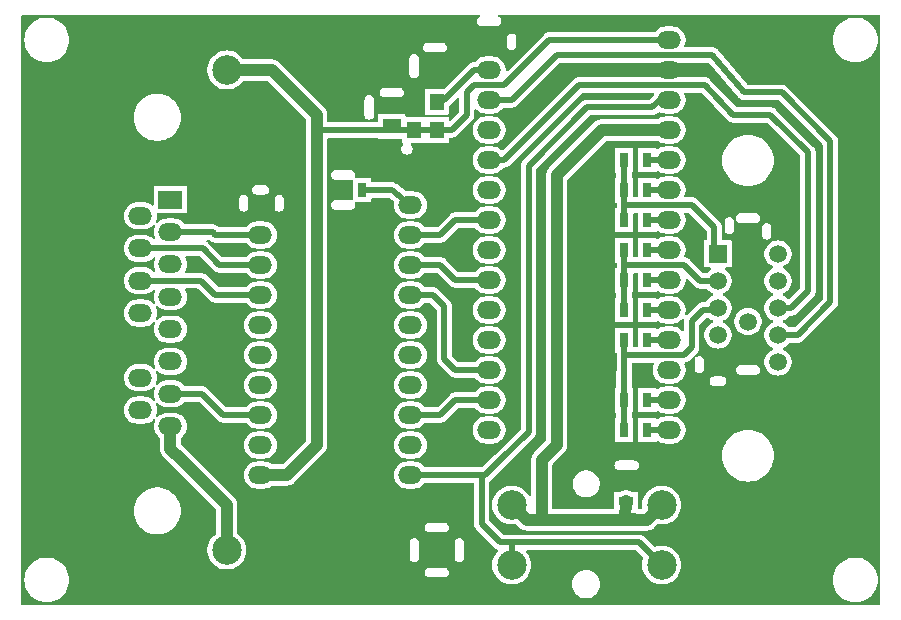
<source format=gbr>
G04 --- HEADER BEGIN --- *
%TF.GenerationSoftware,LibrePCB,LibrePCB,0.1.4*%
%TF.CreationDate,2020-06-05T20:12:50*%
%TF.ProjectId,Apple 2c VGA - default,6ee0dbe1-6aad-4263-9a0f-7c091fb3c0df,v1.4*%
%TF.Part,Single*%
%FSLAX66Y66*%
%MOMM*%
G01*
G74*
G04 --- HEADER END --- *
G04 --- APERTURE LIST BEGIN --- *
%ADD10R,1.2X1.4*%
%ADD11O,2.0X1.5*%
%ADD12R,2.0X1.5*%
%ADD13C,2.5*%
%ADD14R,0.75X1.25*%
%ADD15C,1.5*%
%ADD16R,1.5X1.5*%
%ADD17R,1.25X0.75*%
%ADD18R,1.5X1.3*%
%ADD19C,0.5*%
%ADD20C,1.0*%
%ADD21C,0.0*%
G04 --- APERTURE LIST END --- *
G04 --- BOARD BEGIN --- *
D10*
X35555000Y43040000D03*
X35555000Y40640000D03*
X33655000Y40640000D03*
X33655000Y43040000D03*
D11*
X55245000Y35560000D03*
X40005000Y43180000D03*
D12*
X40005000Y48260000D03*
D11*
X40005000Y27940000D03*
X40005000Y30480000D03*
X55245000Y22860000D03*
X55245000Y30480000D03*
X40005000Y40640000D03*
X55245000Y38100000D03*
X40005000Y20320000D03*
X55245000Y20320000D03*
X40005000Y38100000D03*
X40005000Y25400000D03*
X40005000Y22860000D03*
X55245000Y40640000D03*
X40005000Y33020000D03*
X55245000Y43180000D03*
X55245000Y15240000D03*
X55245000Y33020000D03*
X40005000Y45720000D03*
X40005000Y17780000D03*
X55245000Y48260000D03*
X55245000Y27940000D03*
X55245000Y25400000D03*
X55245000Y45720000D03*
X40005000Y35560000D03*
X40005000Y15240000D03*
X55245000Y17780000D03*
D13*
X17780000Y45720000D03*
X35560000Y45720000D03*
X35560000Y5080000D03*
X17780000Y5080000D03*
D14*
X53362500Y27940000D03*
X51412500Y27940000D03*
X29232500Y35560000D03*
X27282500Y35560000D03*
D11*
X20637500Y11430000D03*
X33337500Y19050000D03*
X20637500Y34290000D03*
X33337500Y31750000D03*
X33337500Y24130000D03*
X20637500Y31750000D03*
X20637500Y24130000D03*
X33337500Y34290000D03*
X33337500Y29210000D03*
X20637500Y29210000D03*
X33337500Y26670000D03*
X33337500Y13970000D03*
X20637500Y16510000D03*
X33337500Y11430000D03*
X20637500Y21590000D03*
X20637500Y19050000D03*
X20637500Y26670000D03*
X20637500Y13970000D03*
X33337500Y21590000D03*
X33337500Y16510000D03*
D14*
X53362500Y25400000D03*
X51412500Y25400000D03*
X53362500Y30480000D03*
X51412500Y30480000D03*
D15*
X64452500Y30145000D03*
X64452500Y27855000D03*
X64452500Y20985000D03*
X61912500Y26710000D03*
X64452500Y23275000D03*
D16*
X59372500Y30145000D03*
D15*
X59372500Y23275000D03*
X59372500Y25565000D03*
X59372500Y20985000D03*
X61912500Y22130000D03*
X61912500Y24420000D03*
X61912500Y29000000D03*
X61912500Y31290000D03*
X59372500Y27855000D03*
X64452500Y25565000D03*
D14*
X53362500Y35560000D03*
X51412500Y35560000D03*
X53362500Y17780000D03*
X51412500Y17780000D03*
D12*
X13017500Y34737500D03*
D11*
X13017500Y18297500D03*
X10477500Y16927500D03*
X13017500Y23777500D03*
X10477500Y22407500D03*
X13017500Y26517500D03*
X13017500Y15557500D03*
X10477500Y33367500D03*
X10477500Y27887500D03*
X13017500Y31997500D03*
X10477500Y19667500D03*
X10477500Y25147500D03*
X13017500Y21037500D03*
X13017500Y29257500D03*
X10477500Y30627500D03*
D17*
X51555177Y9245547D03*
X51555177Y11195547D03*
D13*
X41910000Y8890000D03*
X54610000Y3810000D03*
X41910000Y3810000D03*
X54610000Y8890000D03*
D14*
X53362500Y22860000D03*
X51412500Y22860000D03*
X53362500Y15240000D03*
X51412500Y15240000D03*
D18*
X31750000Y40960000D03*
X31750000Y42860000D03*
D14*
X53362500Y38100000D03*
X51412500Y38100000D03*
X53362500Y33020000D03*
X51412500Y33020000D03*
D19*
X31750000Y40960000D02*
X31115000Y40640000D01*
D20*
X25400000Y40640000D02*
X25400000Y14922500D01*
D19*
X35555000Y40640000D02*
X35560000Y40640000D01*
X38100000Y41910000D02*
X38100000Y43815000D01*
X33020000Y40640000D02*
X25400000Y40640000D01*
X38100000Y43815000D02*
X38735000Y44450000D01*
D20*
X25400000Y40640000D02*
X25400000Y41910000D01*
D19*
X35560000Y40640000D02*
X36830000Y40640000D01*
X41275000Y44450000D02*
X38735000Y44450000D01*
X33655000Y40640000D02*
X35560000Y40640000D01*
D20*
X17780000Y45720000D02*
X21590000Y45720000D01*
X25400000Y13970000D02*
X25400000Y14922500D01*
D19*
X36830000Y40640000D02*
X38100000Y41910000D01*
X55245000Y48260000D02*
X45085000Y48260000D01*
X45085000Y48260000D02*
X41275000Y44450000D01*
X31115000Y40640000D02*
X33020000Y40640000D01*
D20*
X22860000Y11430000D02*
X25400000Y13970000D01*
X25400000Y41910000D02*
X21590000Y45720000D01*
X20637500Y11430000D02*
X22860000Y11430000D01*
D19*
X33655000Y40640000D02*
X31115000Y40640000D01*
X55245000Y15240000D02*
X53340000Y15240000D01*
X53362500Y15240000D02*
X53340000Y15240000D01*
X61595000Y43815000D02*
X58896250Y46990000D01*
X66137500Y23275000D02*
X68897500Y26035000D01*
X68897500Y39687500D02*
X64770000Y43815000D01*
X41910000Y43180000D02*
X45720000Y46990000D01*
X40005000Y43180000D02*
X41910000Y43180000D01*
X64452500Y23275000D02*
X66137500Y23275000D01*
X68897500Y26035000D02*
X68897500Y39687500D01*
X64770000Y43815000D02*
X61595000Y43815000D01*
X45720000Y46990000D02*
X58896250Y46990000D01*
X56515000Y29210000D02*
X51435000Y29210000D01*
X57785000Y27940000D02*
X57870000Y27855000D01*
X51435000Y29210000D02*
X51412500Y27917500D01*
X59372500Y27855000D02*
X57870000Y27855000D01*
X51412500Y27940000D02*
X51412500Y27917500D01*
X51435000Y30457500D02*
X51435000Y29210000D01*
X51412500Y30480000D02*
X51412500Y30457500D01*
X51435000Y29210000D02*
X51412500Y30457500D01*
X56515000Y29210000D02*
X57785000Y27940000D01*
X51412500Y25400000D02*
X51412500Y27917500D01*
X51412500Y30457500D02*
X51435000Y30457500D01*
X55245000Y33020000D02*
X53340000Y33020000D01*
X53362500Y33020000D02*
X53340000Y33020000D01*
X35877500Y31750000D02*
X37147500Y33020000D01*
X40005000Y33020000D02*
X37147500Y33020000D01*
X33337500Y31750000D02*
X35877500Y31750000D01*
X53362500Y25400000D02*
X53340000Y25400000D01*
X55245000Y25400000D02*
X53340000Y25400000D01*
X57150000Y34290000D02*
X56515000Y34290000D01*
X59372500Y30145000D02*
X59055000Y30480000D01*
X56515000Y34290000D02*
X51435000Y34290000D01*
X51412500Y38100000D02*
X51412500Y38077500D01*
X51435000Y34290000D02*
X51412500Y35537500D01*
X57150000Y34290000D02*
X59055000Y32385000D01*
X51435000Y34290000D02*
X51412500Y33020000D01*
X51412500Y35560000D02*
X51412500Y35537500D01*
X51412500Y35537500D02*
X51412500Y38077500D01*
X59055000Y32385000D02*
X59055000Y30480000D01*
X35877500Y29210000D02*
X37147500Y27940000D01*
X40005000Y27940000D02*
X37147500Y27940000D01*
X33337500Y29210000D02*
X35877500Y29210000D01*
X10477500Y30627500D02*
X15727500Y30627500D01*
X20637500Y29210000D02*
X17145000Y29210000D01*
X15727500Y30627500D02*
X17145000Y29210000D01*
X35242500Y26670000D02*
X36195000Y25717500D01*
X33337500Y26670000D02*
X35242500Y26670000D01*
X36195000Y21272500D02*
X37147500Y20320000D01*
X40005000Y20320000D02*
X37147500Y20320000D01*
X36195000Y25717500D02*
X36195000Y21272500D01*
X55245000Y30480000D02*
X53340000Y30480000D01*
X53362500Y30480000D02*
X53340000Y30480000D01*
X15675000Y18297500D02*
X17462500Y16510000D01*
X13017500Y18297500D02*
X15675000Y18297500D01*
X17462500Y16510000D02*
X19050000Y16510000D01*
X20637500Y16510000D02*
X19050000Y16510000D01*
X53362500Y38100000D02*
X53340000Y38100000D01*
X55245000Y38100000D02*
X53340000Y38100000D01*
X55245000Y35560000D02*
X53340000Y35560000D01*
X53362500Y35560000D02*
X53340000Y35560000D01*
X53362500Y17780000D02*
X53340000Y17780000D01*
X55245000Y17780000D02*
X53340000Y17780000D01*
X53362500Y22860000D02*
X53340000Y22860000D01*
X55245000Y22860000D02*
X53340000Y22860000D01*
X40005000Y17780000D02*
X37147500Y17780000D01*
X33337500Y16510000D02*
X35877500Y16510000D01*
X35877500Y16510000D02*
X37147500Y17780000D01*
X60642500Y41910000D02*
X58261250Y44450000D01*
X41275000Y38100000D02*
X47625000Y44450000D01*
X64452500Y25565000D02*
X65570000Y25565000D01*
X66992500Y38735000D02*
X66992500Y26987500D01*
X65570000Y25565000D02*
X66992500Y26987500D01*
X40005000Y38100000D02*
X41275000Y38100000D01*
X47625000Y44450000D02*
X58261250Y44450000D01*
X66992500Y38735000D02*
X63817500Y41910000D01*
X63817500Y41910000D02*
X60642500Y41910000D01*
X51412500Y17780000D02*
X51412500Y17802500D01*
X57150000Y24130000D02*
X57150000Y24447500D01*
X51435000Y21590000D02*
X51412500Y22860000D01*
X57150000Y24447500D02*
X58102500Y25400000D01*
X51435000Y21590000D02*
X51412500Y17802500D01*
X51412500Y17802500D02*
X51412500Y15262500D01*
X57150000Y22225000D02*
X57150000Y24130000D01*
X51412500Y15240000D02*
X51412500Y15262500D01*
X56515000Y21590000D02*
X51435000Y21590000D01*
X59372500Y25565000D02*
X59055000Y25400000D01*
X56515000Y21590000D02*
X57150000Y22225000D01*
X58102500Y25400000D02*
X59055000Y25400000D01*
D20*
X55245000Y40640000D02*
X49530000Y40640000D01*
X45720000Y7620000D02*
X50165000Y7620000D01*
X45720000Y13970000D02*
X44450000Y12700000D01*
X53340000Y7620000D02*
X50165000Y7620000D01*
X45720000Y36830000D02*
X45720000Y13970000D01*
X49530000Y40640000D02*
X45720000Y36830000D01*
X43180000Y7620000D02*
X44450000Y7620000D01*
X53340000Y7620000D02*
X54610000Y8890000D01*
X45720000Y7620000D02*
X44450000Y7620000D01*
X41910000Y8890000D02*
X43180000Y7620000D01*
X44450000Y12700000D02*
X44450000Y7620000D01*
X51555177Y9245547D02*
X51523455Y7708455D01*
X51523455Y7708455D02*
X53340000Y7620000D01*
D19*
X29232500Y35560000D02*
X31750000Y35560000D01*
X33337500Y34290000D02*
X31750000Y35560000D01*
X43338750Y15081250D02*
X40957500Y12700000D01*
X39370000Y11430000D02*
X39687500Y11430000D01*
X43338750Y37623750D02*
X43338750Y15081250D01*
X39370000Y7302500D02*
X39370000Y10477500D01*
X52705000Y5715000D02*
X41910000Y5715000D01*
X39370000Y10477500D02*
X39370000Y11430000D01*
X33337500Y11430000D02*
X37465000Y11430000D01*
X48260000Y42545000D02*
X43338750Y37623750D01*
X40957500Y12700000D02*
X39687500Y11430000D01*
X54451250Y43180000D02*
X53816250Y42545000D01*
X40957500Y5715000D02*
X39370000Y7302500D01*
X55245000Y43180000D02*
X54451250Y43180000D01*
X41910000Y5715000D02*
X40957500Y5715000D01*
X41910000Y5715000D02*
X41910000Y5715000D01*
X54610000Y3810000D02*
X52705000Y5715000D01*
X53816250Y42545000D02*
X48260000Y42545000D01*
X41910000Y3810000D02*
X41910000Y5715000D01*
X39370000Y11430000D02*
X37465000Y11430000D01*
X36195000Y43180000D02*
X35560000Y43180000D01*
X38735000Y45720000D02*
X36195000Y43180000D01*
X40005000Y45720000D02*
X38735000Y45720000D01*
X35555000Y43040000D02*
X35560000Y43180000D01*
X20637500Y31750000D02*
X16827500Y31750000D01*
X13017500Y31997500D02*
X16580000Y31997500D01*
X16580000Y31997500D02*
X16827500Y31750000D01*
X15610000Y27887500D02*
X16827500Y26670000D01*
X20637500Y26670000D02*
X16827500Y26670000D01*
X10477500Y27887500D02*
X15610000Y27887500D01*
X55245000Y27940000D02*
X53340000Y27940000D01*
X53362500Y27940000D02*
X53340000Y27940000D01*
D20*
X17780000Y8890000D02*
X13970000Y12700000D01*
X17780000Y5080000D02*
X17780000Y8890000D01*
X13970000Y12700000D02*
X13017500Y13652500D01*
X13017500Y15557500D02*
X13017500Y13652500D01*
D21*
G36*
X73059327Y419500D02*
X73100000Y500000D01*
X73100000Y50300000D01*
X73080500Y50359327D01*
X73000000Y50400000D01*
X40842456Y50400000D01*
X40783129Y50380500D01*
X40746939Y50329605D01*
X40748001Y50267164D01*
X40796736Y50211063D01*
X40869612Y50173600D01*
X40882239Y50164333D01*
X40959716Y50085920D01*
X40968830Y50073185D01*
X41018119Y49974410D01*
X41022771Y49959762D01*
X41039423Y49851257D01*
X41040000Y49843697D01*
X41040000Y49841459D01*
X41039376Y49833590D01*
X41021374Y49720809D01*
X41016501Y49705931D01*
X40966101Y49607890D01*
X40956833Y49595261D01*
X40878420Y49517784D01*
X40865685Y49508670D01*
X40766910Y49459381D01*
X40752262Y49454729D01*
X40643757Y49438077D01*
X40636197Y49437500D01*
X39373959Y49437500D01*
X39366090Y49438124D01*
X39253309Y49456126D01*
X39238431Y49460999D01*
X39140390Y49511399D01*
X39127761Y49520667D01*
X39050284Y49599080D01*
X39041170Y49611815D01*
X38991881Y49710590D01*
X38987229Y49725238D01*
X38970577Y49833743D01*
X38970000Y49841303D01*
X38970000Y49843541D01*
X38970624Y49851410D01*
X38988626Y49964191D01*
X38993499Y49979069D01*
X39043899Y50077110D01*
X39053167Y50089739D01*
X39131580Y50167216D01*
X39144320Y50176333D01*
X39212834Y50210522D01*
X39257212Y50254460D01*
X39266870Y50316158D01*
X39238040Y50371555D01*
X39168184Y50400000D01*
X500000Y50400000D01*
X440673Y50380500D01*
X400000Y50300000D01*
X400000Y500000D01*
X419500Y440673D01*
X500000Y400000D01*
X2536435Y400000D01*
X2536435Y640255D01*
X2273167Y659084D01*
X2266111Y660098D01*
X2008191Y716205D01*
X2001365Y718210D01*
X1754060Y810450D01*
X1747576Y813411D01*
X1515918Y939906D01*
X1509921Y943760D01*
X1298623Y1101935D01*
X1293240Y1106599D01*
X1106599Y1293240D01*
X1101935Y1298623D01*
X943760Y1509921D01*
X939906Y1515918D01*
X813411Y1747576D01*
X810450Y1754060D01*
X718210Y2001365D01*
X716205Y2008191D01*
X660098Y2266111D01*
X659084Y2273167D01*
X640255Y2536435D01*
X640255Y2543565D01*
X659084Y2806832D01*
X660098Y2813888D01*
X716205Y3071808D01*
X718210Y3078634D01*
X810450Y3325939D01*
X813411Y3332423D01*
X939905Y3564080D01*
X943760Y3570078D01*
X1101935Y3781376D01*
X1106599Y3786759D01*
X1293240Y3973400D01*
X1298623Y3978064D01*
X1509921Y4136239D01*
X1515918Y4140093D01*
X1747576Y4266588D01*
X1754060Y4269549D01*
X2001365Y4361789D01*
X2008191Y4363794D01*
X2266111Y4419901D01*
X2273167Y4420915D01*
X2536434Y4439744D01*
X2536435Y4439744D01*
X2536435Y46360255D01*
X2273167Y46379084D01*
X2266111Y46380098D01*
X2008191Y46436205D01*
X2001365Y46438210D01*
X1754060Y46530450D01*
X1747576Y46533411D01*
X1515918Y46659906D01*
X1509921Y46663760D01*
X1298623Y46821935D01*
X1293240Y46826599D01*
X1106599Y47013240D01*
X1101935Y47018623D01*
X943760Y47229921D01*
X939906Y47235918D01*
X813411Y47467576D01*
X810450Y47474060D01*
X718210Y47721365D01*
X716205Y47728191D01*
X660098Y47986111D01*
X659084Y47993167D01*
X640255Y48256435D01*
X640255Y48263565D01*
X659084Y48526832D01*
X660098Y48533888D01*
X716205Y48791808D01*
X718210Y48798634D01*
X810450Y49045939D01*
X813411Y49052423D01*
X939906Y49284081D01*
X943760Y49290078D01*
X1101935Y49501376D01*
X1106599Y49506759D01*
X1293240Y49693400D01*
X1298623Y49698064D01*
X1509921Y49856239D01*
X1515918Y49860093D01*
X1747576Y49986588D01*
X1754060Y49989549D01*
X2001365Y50081789D01*
X2008191Y50083794D01*
X2266111Y50139901D01*
X2273167Y50140915D01*
X2536434Y50159744D01*
X2543564Y50159744D01*
X2806832Y50140915D01*
X2813888Y50139901D01*
X3071808Y50083794D01*
X3078634Y50081789D01*
X3325939Y49989549D01*
X3332423Y49986588D01*
X3564081Y49860093D01*
X3570078Y49856239D01*
X3781376Y49698064D01*
X3786759Y49693400D01*
X3973400Y49506759D01*
X3978064Y49501376D01*
X4136239Y49290078D01*
X4140093Y49284081D01*
X4266588Y49052423D01*
X4269549Y49045939D01*
X4361789Y48798634D01*
X4363794Y48791808D01*
X4419901Y48533888D01*
X4420915Y48526832D01*
X4439745Y48263565D01*
X4439745Y48256435D01*
X4420915Y47993167D01*
X4419901Y47986111D01*
X4363794Y47728191D01*
X4361789Y47721365D01*
X4269549Y47474060D01*
X4266588Y47467576D01*
X4140093Y47235918D01*
X4136239Y47229921D01*
X3978064Y47018623D01*
X3973400Y47013240D01*
X3786759Y46826599D01*
X3781376Y46821935D01*
X3570078Y46663760D01*
X3564081Y46659906D01*
X3332423Y46533411D01*
X3325939Y46530450D01*
X3078634Y46438210D01*
X3071808Y46436205D01*
X2813888Y46380098D01*
X2806832Y46379084D01*
X2543565Y46360255D01*
X2536435Y46360255D01*
X2536435Y4439744D01*
X2543564Y4439744D01*
X2806832Y4420915D01*
X2813888Y4419901D01*
X3071808Y4363794D01*
X3078634Y4361789D01*
X3325939Y4269549D01*
X3332423Y4266588D01*
X3564081Y4140093D01*
X3570078Y4136239D01*
X3781376Y3978064D01*
X3786759Y3973400D01*
X3973400Y3786759D01*
X3978064Y3781376D01*
X4136239Y3570078D01*
X4140094Y3564080D01*
X4266588Y3332423D01*
X4269549Y3325939D01*
X4361789Y3078634D01*
X4363794Y3071808D01*
X4419901Y2813888D01*
X4420915Y2806832D01*
X4439745Y2543565D01*
X4439745Y2536435D01*
X4420915Y2273167D01*
X4419901Y2266111D01*
X4363794Y2008191D01*
X4361789Y2001365D01*
X4269549Y1754060D01*
X4266588Y1747576D01*
X4140093Y1515918D01*
X4136239Y1509921D01*
X3978064Y1298623D01*
X3973400Y1293240D01*
X3786759Y1106599D01*
X3781376Y1101935D01*
X3570078Y943760D01*
X3564081Y939906D01*
X3332423Y813411D01*
X3325939Y810450D01*
X3078634Y718210D01*
X3071808Y716205D01*
X2813888Y660098D01*
X2806832Y659084D01*
X2543565Y640255D01*
X2536435Y640255D01*
X2536435Y400000D01*
X11764429Y400000D01*
X11764429Y6392162D01*
X11757635Y6392627D01*
X11493974Y6428866D01*
X11487296Y6430253D01*
X11231031Y6502056D01*
X11224602Y6504341D01*
X10980499Y6610370D01*
X10974457Y6613500D01*
X10747048Y6751791D01*
X10741496Y6755710D01*
X10535043Y6923672D01*
X10530061Y6928325D01*
X10348410Y7122826D01*
X10344106Y7128117D01*
X10190633Y7345538D01*
X10187087Y7351369D01*
X10064654Y7587653D01*
X10061929Y7593926D01*
X9972809Y7844688D01*
X9970970Y7851251D01*
X9916823Y8111820D01*
X9915895Y8118572D01*
X9897733Y8384094D01*
X9897733Y8390906D01*
X9915895Y8656427D01*
X9916823Y8663179D01*
X9970970Y8923748D01*
X9972809Y8930311D01*
X10061929Y9181073D01*
X10064654Y9187346D01*
X10187087Y9423630D01*
X10190633Y9429461D01*
X10344106Y9646882D01*
X10348410Y9652173D01*
X10530061Y9846674D01*
X10535043Y9851327D01*
X10741496Y10019289D01*
X10747048Y10023208D01*
X10974457Y10161499D01*
X10980499Y10164629D01*
X11224602Y10270658D01*
X11231031Y10272943D01*
X11487296Y10344746D01*
X11493974Y10346133D01*
X11757635Y10382372D01*
X11764429Y10382837D01*
X12030570Y10382837D01*
X12037364Y10382372D01*
X12301025Y10346133D01*
X12307703Y10344746D01*
X12563968Y10272943D01*
X12570397Y10270658D01*
X12814500Y10164629D01*
X12820542Y10161499D01*
X13047951Y10023208D01*
X13053503Y10019289D01*
X13259956Y9851327D01*
X13264938Y9846674D01*
X13446589Y9652173D01*
X13450893Y9646882D01*
X13604366Y9429461D01*
X13607912Y9423630D01*
X13730345Y9187346D01*
X13733070Y9181073D01*
X13822190Y8930311D01*
X13824029Y8923748D01*
X13878175Y8663181D01*
X13879104Y8656426D01*
X13897267Y8390906D01*
X13897267Y8384094D01*
X13879104Y8118573D01*
X13878175Y8111818D01*
X13824029Y7851251D01*
X13822190Y7844688D01*
X13733070Y7593926D01*
X13730345Y7587653D01*
X13607912Y7351369D01*
X13604366Y7345538D01*
X13450893Y7128117D01*
X13446589Y7122826D01*
X13264938Y6928325D01*
X13259956Y6923672D01*
X13053503Y6755710D01*
X13047951Y6751791D01*
X12820542Y6613500D01*
X12814500Y6610370D01*
X12570397Y6504341D01*
X12563968Y6502056D01*
X12307703Y6430253D01*
X12301025Y6428866D01*
X12037364Y6392627D01*
X12030570Y6392162D01*
X11764429Y6392162D01*
X11764429Y400000D01*
X17776264Y400000D01*
X17776264Y3430280D01*
X17537818Y3448149D01*
X17530429Y3449262D01*
X17297298Y3502472D01*
X17290169Y3504671D01*
X17067584Y3592030D01*
X17060841Y3595277D01*
X16853763Y3714834D01*
X16847596Y3719039D01*
X16660638Y3868133D01*
X16655171Y3873206D01*
X16492521Y4048500D01*
X16487873Y4054328D01*
X16353165Y4251909D01*
X16349435Y4258369D01*
X16245685Y4473809D01*
X16242953Y4480771D01*
X16172472Y4709260D01*
X16170810Y4716544D01*
X16135170Y4952998D01*
X16134613Y4960433D01*
X16134613Y5199566D01*
X16135170Y5207001D01*
X16170810Y5443455D01*
X16172472Y5450739D01*
X16242953Y5679228D01*
X16245685Y5686190D01*
X16349435Y5901628D01*
X16353165Y5908089D01*
X16487873Y6105671D01*
X16492521Y6111499D01*
X16655170Y6286793D01*
X16660637Y6291866D01*
X16842349Y6436776D01*
X16880000Y6514959D01*
X16880000Y8475786D01*
X16850711Y8546497D01*
X13333605Y12063603D01*
X13333601Y12063608D01*
X12382954Y13014255D01*
X12379454Y13018143D01*
X12338315Y13068945D01*
X12334915Y13072926D01*
X12292893Y13119596D01*
X12286763Y13128033D01*
X12281498Y13137151D01*
X12272614Y13150077D01*
X12265997Y13158249D01*
X12260317Y13166994D01*
X12231821Y13222922D01*
X12229323Y13227523D01*
X12197930Y13281897D01*
X12193688Y13291424D01*
X12190438Y13301428D01*
X12184432Y13315927D01*
X12179657Y13325298D01*
X12175922Y13335029D01*
X12159676Y13395660D01*
X12158189Y13400681D01*
X12138785Y13460398D01*
X12136619Y13470591D01*
X12135519Y13481058D01*
X12132660Y13496488D01*
X12129937Y13506652D01*
X12128307Y13516943D01*
X12125022Y13579626D01*
X12124611Y13584846D01*
X12117774Y13649891D01*
X12117500Y13655122D01*
X12117500Y14563639D01*
X12077763Y14643441D01*
X11996443Y14704850D01*
X11989631Y14711060D01*
X11852898Y14861049D01*
X11847344Y14868404D01*
X11740494Y15040972D01*
X11736392Y15049211D01*
X11663072Y15238470D01*
X11660549Y15247338D01*
X11623254Y15446847D01*
X11622405Y15456012D01*
X11622405Y15658987D01*
X11623254Y15668152D01*
X11660549Y15867661D01*
X11663071Y15876525D01*
X11724163Y16034219D01*
X11727412Y16096585D01*
X11693027Y16148716D01*
X11634419Y16170283D01*
X11557015Y16137714D01*
X11505364Y16081056D01*
X11498557Y16074850D01*
X11336583Y15952534D01*
X11328760Y15947690D01*
X11147065Y15857217D01*
X11138483Y15853892D01*
X10943254Y15798344D01*
X10934207Y15796653D01*
X10729806Y15777714D01*
X10725189Y15777500D01*
X10229811Y15777500D01*
X10225194Y15777714D01*
X10020792Y15796653D01*
X10011745Y15798344D01*
X9816516Y15853892D01*
X9807934Y15857217D01*
X9626239Y15947690D01*
X9618416Y15952534D01*
X9456444Y16074850D01*
X9449631Y16081060D01*
X9312898Y16231049D01*
X9307344Y16238404D01*
X9200494Y16410972D01*
X9196392Y16419211D01*
X9123072Y16608470D01*
X9120549Y16617338D01*
X9083254Y16816847D01*
X9082405Y16826012D01*
X9082405Y17028987D01*
X9083254Y17038152D01*
X9120549Y17237661D01*
X9123072Y17246529D01*
X9196392Y17435788D01*
X9200494Y17444027D01*
X9307344Y17616595D01*
X9312899Y17623950D01*
X9449630Y17773939D01*
X9456442Y17780149D01*
X9618416Y17902465D01*
X9626239Y17907309D01*
X9807934Y17997782D01*
X9816516Y18001107D01*
X10011744Y18056654D01*
X10020793Y18058346D01*
X10225195Y18077286D01*
X10229811Y18077500D01*
X10725189Y18077500D01*
X10729805Y18077286D01*
X10934206Y18058346D01*
X10943255Y18056654D01*
X11138483Y18001107D01*
X11147065Y17997782D01*
X11328760Y17907309D01*
X11336583Y17902465D01*
X11498555Y17780149D01*
X11505368Y17773939D01*
X11557015Y17717284D01*
X11611394Y17686577D01*
X11673387Y17694120D01*
X11718816Y17736971D01*
X11724163Y17820777D01*
X11663072Y17978470D01*
X11660549Y17987338D01*
X11623254Y18186847D01*
X11622405Y18196012D01*
X11622405Y18398987D01*
X11623254Y18408152D01*
X11660549Y18607661D01*
X11663071Y18616525D01*
X11724163Y18774219D01*
X11727412Y18836585D01*
X11693027Y18888716D01*
X11634419Y18910283D01*
X11557015Y18877714D01*
X11505364Y18821056D01*
X11498557Y18814850D01*
X11336583Y18692534D01*
X11328760Y18687690D01*
X11147065Y18597217D01*
X11138483Y18593892D01*
X10943254Y18538344D01*
X10934207Y18536653D01*
X10729806Y18517714D01*
X10725189Y18517500D01*
X10229811Y18517500D01*
X10225194Y18517714D01*
X10020792Y18536653D01*
X10011745Y18538344D01*
X9816516Y18593892D01*
X9807934Y18597217D01*
X9626239Y18687690D01*
X9618416Y18692534D01*
X9456444Y18814850D01*
X9449631Y18821060D01*
X9312898Y18971049D01*
X9307344Y18978404D01*
X9200494Y19150972D01*
X9196392Y19159211D01*
X9123072Y19348470D01*
X9120549Y19357338D01*
X9083254Y19556847D01*
X9082405Y19566012D01*
X9082405Y19768987D01*
X9083254Y19778152D01*
X9120549Y19977661D01*
X9123072Y19986529D01*
X9196392Y20175788D01*
X9200494Y20184027D01*
X9307344Y20356595D01*
X9312899Y20363950D01*
X9449630Y20513939D01*
X9456442Y20520149D01*
X9618416Y20642465D01*
X9626239Y20647309D01*
X9807934Y20737782D01*
X9816516Y20741107D01*
X10011744Y20796654D01*
X10020793Y20798346D01*
X10225195Y20817286D01*
X10229811Y20817500D01*
X10725189Y20817500D01*
X10729805Y20817286D01*
X10934206Y20798346D01*
X10943255Y20796654D01*
X11138483Y20741107D01*
X11147065Y20737782D01*
X11328760Y20647309D01*
X11336583Y20642465D01*
X11498555Y20520149D01*
X11505368Y20513939D01*
X11557015Y20457284D01*
X11611394Y20426577D01*
X11673387Y20434120D01*
X11718816Y20476971D01*
X11724163Y20560777D01*
X11663072Y20718470D01*
X11660549Y20727338D01*
X11623254Y20926847D01*
X11622405Y20936012D01*
X11622405Y21138987D01*
X11623254Y21148152D01*
X11660549Y21347661D01*
X11663072Y21356529D01*
X11736392Y21545788D01*
X11740494Y21554027D01*
X11847344Y21726595D01*
X11852899Y21733950D01*
X11989630Y21883939D01*
X11996442Y21890149D01*
X12158416Y22012465D01*
X12166239Y22017309D01*
X12347934Y22107782D01*
X12356516Y22111107D01*
X12551744Y22166654D01*
X12560793Y22168346D01*
X12765195Y22187286D01*
X12769811Y22187500D01*
X12769811Y22187500D01*
X12769811Y22627500D01*
X12765194Y22627714D01*
X12560792Y22646653D01*
X12551745Y22648344D01*
X12356516Y22703892D01*
X12347934Y22707217D01*
X12166239Y22797690D01*
X12158416Y22802534D01*
X11996444Y22924850D01*
X11989631Y22931060D01*
X11852898Y23081049D01*
X11847344Y23088404D01*
X11740494Y23260972D01*
X11736392Y23269211D01*
X11663072Y23458470D01*
X11660549Y23467338D01*
X11623254Y23666847D01*
X11622405Y23676012D01*
X11622405Y23878987D01*
X11623254Y23888152D01*
X11660549Y24087661D01*
X11663071Y24096525D01*
X11724163Y24254219D01*
X11727412Y24316585D01*
X11693027Y24368716D01*
X11634419Y24390283D01*
X11557015Y24357714D01*
X11505364Y24301056D01*
X11498557Y24294850D01*
X11336583Y24172534D01*
X11328760Y24167690D01*
X11147065Y24077217D01*
X11138483Y24073892D01*
X10943254Y24018344D01*
X10934207Y24016653D01*
X10729806Y23997714D01*
X10725189Y23997500D01*
X10229811Y23997500D01*
X10225194Y23997714D01*
X10020792Y24016653D01*
X10011745Y24018344D01*
X9816516Y24073892D01*
X9807934Y24077217D01*
X9626239Y24167690D01*
X9618416Y24172534D01*
X9456444Y24294850D01*
X9449631Y24301060D01*
X9312898Y24451049D01*
X9307344Y24458404D01*
X9200494Y24630972D01*
X9196392Y24639211D01*
X9123072Y24828470D01*
X9120549Y24837338D01*
X9083254Y25036847D01*
X9082405Y25046012D01*
X9082405Y25248987D01*
X9083254Y25258152D01*
X9120549Y25457661D01*
X9123072Y25466529D01*
X9196392Y25655788D01*
X9200494Y25664027D01*
X9307344Y25836595D01*
X9312899Y25843950D01*
X9449630Y25993939D01*
X9456442Y26000149D01*
X9618416Y26122465D01*
X9626239Y26127309D01*
X9807934Y26217782D01*
X9816516Y26221107D01*
X10011744Y26276654D01*
X10020793Y26278346D01*
X10225195Y26297286D01*
X10229811Y26297500D01*
X10725189Y26297500D01*
X10729805Y26297286D01*
X10934206Y26278346D01*
X10943255Y26276654D01*
X11138483Y26221107D01*
X11147065Y26217782D01*
X11328760Y26127309D01*
X11336583Y26122465D01*
X11498555Y26000149D01*
X11505368Y25993939D01*
X11557015Y25937284D01*
X11611394Y25906577D01*
X11673387Y25914120D01*
X11718816Y25956971D01*
X11724163Y26040777D01*
X11663072Y26198470D01*
X11660549Y26207338D01*
X11623254Y26406847D01*
X11622405Y26416012D01*
X11622405Y26618987D01*
X11623254Y26628152D01*
X11660549Y26827661D01*
X11663071Y26836525D01*
X11724163Y26994219D01*
X11727412Y27056585D01*
X11693027Y27108716D01*
X11634419Y27130283D01*
X11557015Y27097714D01*
X11505364Y27041056D01*
X11498557Y27034850D01*
X11336583Y26912534D01*
X11328760Y26907690D01*
X11147065Y26817217D01*
X11138483Y26813892D01*
X10943254Y26758344D01*
X10934207Y26756653D01*
X10729806Y26737714D01*
X10725189Y26737500D01*
X10229811Y26737500D01*
X10225194Y26737714D01*
X10020792Y26756653D01*
X10011745Y26758344D01*
X9816516Y26813892D01*
X9807934Y26817217D01*
X9626239Y26907690D01*
X9618416Y26912534D01*
X9456444Y27034850D01*
X9449631Y27041060D01*
X9312898Y27191049D01*
X9307344Y27198404D01*
X9200494Y27370972D01*
X9196392Y27379211D01*
X9123072Y27568470D01*
X9120549Y27577338D01*
X9083254Y27776847D01*
X9082405Y27786012D01*
X9082405Y27988987D01*
X9083254Y27998152D01*
X9120549Y28197661D01*
X9123072Y28206529D01*
X9196392Y28395788D01*
X9200494Y28404027D01*
X9307344Y28576595D01*
X9312899Y28583950D01*
X9449630Y28733939D01*
X9456442Y28740149D01*
X9618416Y28862465D01*
X9626239Y28867309D01*
X9807934Y28957782D01*
X9816516Y28961107D01*
X10011744Y29016654D01*
X10020793Y29018346D01*
X10225195Y29037286D01*
X10229811Y29037500D01*
X10725189Y29037500D01*
X10729805Y29037286D01*
X10934206Y29018346D01*
X10943255Y29016654D01*
X11138483Y28961107D01*
X11147065Y28957782D01*
X11328760Y28867309D01*
X11336583Y28862465D01*
X11498555Y28740149D01*
X11505368Y28733939D01*
X11557015Y28677284D01*
X11611394Y28646577D01*
X11673387Y28654120D01*
X11718816Y28696971D01*
X11724163Y28780777D01*
X11663072Y28938470D01*
X11660549Y28947338D01*
X11623254Y29146847D01*
X11622405Y29156012D01*
X11622405Y29358987D01*
X11623254Y29368152D01*
X11660549Y29567661D01*
X11663071Y29576525D01*
X11724163Y29734219D01*
X11727412Y29796585D01*
X11693027Y29848716D01*
X11634419Y29870283D01*
X11557015Y29837714D01*
X11505364Y29781056D01*
X11498557Y29774850D01*
X11336583Y29652534D01*
X11328760Y29647690D01*
X11147065Y29557217D01*
X11138483Y29553892D01*
X10943254Y29498344D01*
X10934207Y29496653D01*
X10729806Y29477714D01*
X10725189Y29477500D01*
X10229811Y29477500D01*
X10225194Y29477714D01*
X10020792Y29496653D01*
X10011745Y29498344D01*
X9816516Y29553892D01*
X9807934Y29557217D01*
X9626239Y29647690D01*
X9618416Y29652534D01*
X9456444Y29774850D01*
X9449631Y29781060D01*
X9312898Y29931049D01*
X9307344Y29938404D01*
X9200494Y30110972D01*
X9196392Y30119211D01*
X9123072Y30308470D01*
X9120549Y30317338D01*
X9083254Y30516847D01*
X9082405Y30526012D01*
X9082405Y30728987D01*
X9083254Y30738152D01*
X9120549Y30937661D01*
X9123072Y30946529D01*
X9196392Y31135788D01*
X9200494Y31144027D01*
X9307344Y31316595D01*
X9312899Y31323950D01*
X9449630Y31473939D01*
X9456442Y31480149D01*
X9618416Y31602465D01*
X9626239Y31607309D01*
X9807934Y31697782D01*
X9816516Y31701107D01*
X10011744Y31756654D01*
X10020793Y31758346D01*
X10225195Y31777286D01*
X10229811Y31777500D01*
X10725189Y31777500D01*
X10729805Y31777286D01*
X10934206Y31758346D01*
X10943255Y31756654D01*
X11138483Y31701107D01*
X11147065Y31697782D01*
X11328760Y31607309D01*
X11336583Y31602465D01*
X11498555Y31480149D01*
X11505368Y31473939D01*
X11557015Y31417284D01*
X11611394Y31386577D01*
X11673387Y31394120D01*
X11718816Y31436971D01*
X11724163Y31520777D01*
X11663072Y31678470D01*
X11660549Y31687338D01*
X11623254Y31886847D01*
X11622405Y31896012D01*
X11622405Y32098987D01*
X11623254Y32108152D01*
X11660549Y32307661D01*
X11663071Y32316525D01*
X11724163Y32474219D01*
X11727412Y32536585D01*
X11693027Y32588716D01*
X11634419Y32610283D01*
X11557015Y32577714D01*
X11505364Y32521056D01*
X11498557Y32514850D01*
X11336583Y32392534D01*
X11328760Y32387690D01*
X11147065Y32297217D01*
X11138483Y32293892D01*
X10943254Y32238344D01*
X10934207Y32236653D01*
X10729806Y32217714D01*
X10725189Y32217500D01*
X10229811Y32217500D01*
X10225194Y32217714D01*
X10020792Y32236653D01*
X10011745Y32238344D01*
X9816516Y32293892D01*
X9807934Y32297217D01*
X9626239Y32387690D01*
X9618416Y32392534D01*
X9456444Y32514850D01*
X9449631Y32521060D01*
X9312898Y32671049D01*
X9307344Y32678404D01*
X9200494Y32850972D01*
X9196392Y32859211D01*
X9123072Y33048470D01*
X9120549Y33057338D01*
X9083254Y33256847D01*
X9082405Y33266012D01*
X9082405Y33468987D01*
X9083254Y33478152D01*
X9120549Y33677661D01*
X9123072Y33686529D01*
X9196392Y33875788D01*
X9200494Y33884027D01*
X9307344Y34056595D01*
X9312899Y34063950D01*
X9449630Y34213939D01*
X9456442Y34220149D01*
X9618416Y34342465D01*
X9626239Y34347309D01*
X9807934Y34437782D01*
X9816516Y34441107D01*
X10011744Y34496654D01*
X10020793Y34498346D01*
X10225195Y34517286D01*
X10229811Y34517500D01*
X10725189Y34517500D01*
X10729805Y34517286D01*
X10934206Y34498346D01*
X10943255Y34496654D01*
X11138483Y34441107D01*
X11147065Y34437782D01*
X11328760Y34347309D01*
X11336582Y34342465D01*
X11457237Y34251351D01*
X11516332Y34231160D01*
X11575883Y34249966D01*
X11617500Y34331153D01*
X11617500Y35871487D01*
X11619066Y35876252D01*
X11641328Y35887500D01*
X11764429Y35887500D01*
X11764429Y39712162D01*
X11757635Y39712627D01*
X11493974Y39748866D01*
X11487296Y39750253D01*
X11231031Y39822056D01*
X11224602Y39824341D01*
X10980499Y39930370D01*
X10974457Y39933500D01*
X10747048Y40071791D01*
X10741496Y40075710D01*
X10535043Y40243672D01*
X10530061Y40248325D01*
X10348410Y40442826D01*
X10344106Y40448117D01*
X10190633Y40665538D01*
X10187087Y40671369D01*
X10064654Y40907653D01*
X10061929Y40913926D01*
X9972809Y41164688D01*
X9970970Y41171251D01*
X9916823Y41431820D01*
X9915895Y41438572D01*
X9897733Y41704094D01*
X9897733Y41710906D01*
X9915895Y41976427D01*
X9916823Y41983179D01*
X9970970Y42243748D01*
X9972809Y42250311D01*
X10061929Y42501073D01*
X10064654Y42507346D01*
X10187087Y42743630D01*
X10190633Y42749461D01*
X10344106Y42966882D01*
X10348410Y42972173D01*
X10530061Y43166674D01*
X10535043Y43171327D01*
X10741496Y43339289D01*
X10747048Y43343208D01*
X10974457Y43481499D01*
X10980499Y43484629D01*
X11224602Y43590658D01*
X11231031Y43592943D01*
X11487296Y43664746D01*
X11493974Y43666133D01*
X11757635Y43702372D01*
X11764429Y43702837D01*
X12030570Y43702837D01*
X12037364Y43702372D01*
X12301025Y43666133D01*
X12307703Y43664746D01*
X12563968Y43592943D01*
X12570397Y43590658D01*
X12814500Y43484629D01*
X12820542Y43481499D01*
X13047951Y43343208D01*
X13053503Y43339289D01*
X13259956Y43171327D01*
X13264938Y43166674D01*
X13446589Y42972173D01*
X13450893Y42966882D01*
X13604366Y42749461D01*
X13607912Y42743630D01*
X13730345Y42507346D01*
X13733070Y42501073D01*
X13822190Y42250311D01*
X13824029Y42243748D01*
X13878175Y41983181D01*
X13879104Y41976426D01*
X13897267Y41710906D01*
X13897267Y41704094D01*
X13879104Y41438573D01*
X13878175Y41431818D01*
X13824029Y41171251D01*
X13822190Y41164688D01*
X13733070Y40913926D01*
X13730345Y40907653D01*
X13607912Y40671369D01*
X13604366Y40665538D01*
X13450893Y40448117D01*
X13446589Y40442826D01*
X13264938Y40248325D01*
X13259956Y40243672D01*
X13053503Y40075710D01*
X13047951Y40071791D01*
X12820542Y39933500D01*
X12814500Y39930370D01*
X12570397Y39824341D01*
X12563968Y39822056D01*
X12307703Y39750253D01*
X12301025Y39748866D01*
X12037364Y39712627D01*
X12030570Y39712162D01*
X11764429Y39712162D01*
X11764429Y35887500D01*
X14401487Y35887500D01*
X14406252Y35885934D01*
X14417500Y35863672D01*
X14417500Y33603513D01*
X14415934Y33598748D01*
X14393672Y33587500D01*
X11971306Y33587500D01*
X11911979Y33568000D01*
X11875789Y33517105D01*
X11871733Y33478268D01*
X11872594Y33468981D01*
X11872594Y33266012D01*
X11871745Y33256847D01*
X11834450Y33057338D01*
X11831928Y33048474D01*
X11770836Y32890780D01*
X11767587Y32828414D01*
X11801972Y32776283D01*
X11860580Y32754716D01*
X11937984Y32787285D01*
X11989635Y32843943D01*
X11996442Y32850149D01*
X12158416Y32972465D01*
X12166239Y32977309D01*
X12347934Y33067782D01*
X12356516Y33071107D01*
X12551744Y33126654D01*
X12560793Y33128346D01*
X12765195Y33147286D01*
X12769811Y33147500D01*
X13265189Y33147500D01*
X13269805Y33147286D01*
X13474206Y33128346D01*
X13483255Y33126654D01*
X13678483Y33071107D01*
X13687065Y33067782D01*
X13868760Y32977309D01*
X13876583Y32972465D01*
X14038555Y32850149D01*
X14045368Y32843939D01*
X14182107Y32693943D01*
X14187170Y32687238D01*
X14266972Y32647500D01*
X16576974Y32647500D01*
X16583010Y32647135D01*
X16590559Y32646218D01*
X16608661Y32645671D01*
X16613206Y32645946D01*
X16625201Y32645221D01*
X16674133Y32636254D01*
X16680104Y32635345D01*
X16729550Y32629341D01*
X16741210Y32626467D01*
X16745498Y32624841D01*
X16762939Y32619979D01*
X16767428Y32619157D01*
X16778899Y32615582D01*
X16824273Y32595161D01*
X16829853Y32592849D01*
X16876419Y32575189D01*
X16887046Y32569611D01*
X16890817Y32567008D01*
X16906585Y32558114D01*
X16910759Y32556235D01*
X16921031Y32550026D01*
X16960216Y32519327D01*
X16965080Y32515748D01*
X17006053Y32487466D01*
X17015043Y32479501D01*
X17018078Y32476076D01*
X17031254Y32463673D01*
X17037237Y32458986D01*
X17041753Y32454985D01*
X17067449Y32429289D01*
X17138160Y32400000D01*
X19212709Y32400000D01*
X19212709Y33731250D01*
X19204840Y33731874D01*
X19092059Y33749876D01*
X19077181Y33754749D01*
X18979140Y33805149D01*
X18966511Y33814417D01*
X18889034Y33892830D01*
X18879920Y33905565D01*
X18830631Y34004340D01*
X18825979Y34018988D01*
X18809327Y34127493D01*
X18808750Y34135053D01*
X18808750Y34762291D01*
X18809374Y34770160D01*
X18827376Y34882941D01*
X18832249Y34897819D01*
X18882649Y34995860D01*
X18891917Y35008489D01*
X18970330Y35085966D01*
X18983065Y35095080D01*
X19081840Y35144369D01*
X19096488Y35149021D01*
X19204993Y35165673D01*
X19212553Y35166250D01*
X19214791Y35166250D01*
X19222660Y35165626D01*
X19335441Y35147624D01*
X19350319Y35142751D01*
X19448360Y35092351D01*
X19460989Y35083083D01*
X19538466Y35004670D01*
X19547580Y34991935D01*
X19596869Y34893160D01*
X19601521Y34878512D01*
X19618173Y34770007D01*
X19618750Y34762447D01*
X19618750Y34135209D01*
X19618126Y34127340D01*
X19600124Y34014559D01*
X19595251Y33999681D01*
X19544851Y33901640D01*
X19535583Y33889011D01*
X19457170Y33811534D01*
X19444435Y33802420D01*
X19345660Y33753131D01*
X19331012Y33748479D01*
X19222507Y33731827D01*
X19214947Y33731250D01*
X19212709Y33731250D01*
X19212709Y32400000D01*
X19388027Y32400000D01*
X19467829Y32439738D01*
X19472892Y32446443D01*
X19609630Y32596439D01*
X19616442Y32602649D01*
X19778416Y32724965D01*
X19786239Y32729809D01*
X19967934Y32820282D01*
X19976516Y32823607D01*
X20171744Y32879154D01*
X20180793Y32880846D01*
X20323959Y32894111D01*
X20323959Y35160000D01*
X20316090Y35160624D01*
X20203309Y35178626D01*
X20188431Y35183499D01*
X20090390Y35233899D01*
X20077761Y35243167D01*
X20000284Y35321580D01*
X19991170Y35334315D01*
X19941881Y35433090D01*
X19937229Y35447738D01*
X19920577Y35556243D01*
X19920000Y35563803D01*
X19920000Y35566041D01*
X19920624Y35573910D01*
X19938626Y35686691D01*
X19943499Y35701569D01*
X19993899Y35799610D01*
X20003167Y35812239D01*
X20081580Y35889716D01*
X20094315Y35898830D01*
X20193090Y35948119D01*
X20207738Y35952771D01*
X20316243Y35969423D01*
X20323803Y35970000D01*
X20951041Y35970000D01*
X20958910Y35969376D01*
X21071691Y35951374D01*
X21086569Y35946501D01*
X21184610Y35896101D01*
X21197239Y35886833D01*
X21274716Y35808420D01*
X21283830Y35795685D01*
X21333119Y35696910D01*
X21337771Y35682262D01*
X21354423Y35573757D01*
X21355000Y35566197D01*
X21355000Y35563959D01*
X21354376Y35556090D01*
X21336374Y35443309D01*
X21331501Y35428431D01*
X21281101Y35330390D01*
X21271833Y35317761D01*
X21193420Y35240284D01*
X21180685Y35231170D01*
X21081910Y35181881D01*
X21067262Y35177229D01*
X20958757Y35160577D01*
X20951197Y35160000D01*
X20323959Y35160000D01*
X20323959Y32894111D01*
X20385195Y32899786D01*
X20389811Y32900000D01*
X20885189Y32900000D01*
X20889805Y32899786D01*
X21094206Y32880846D01*
X21103255Y32879154D01*
X21298483Y32823607D01*
X21307065Y32820282D01*
X21488760Y32729809D01*
X21496583Y32724965D01*
X21658555Y32602649D01*
X21665368Y32596439D01*
X21802101Y32446450D01*
X21807655Y32439095D01*
X21914505Y32266527D01*
X21918607Y32258288D01*
X21991927Y32069029D01*
X21994450Y32060161D01*
X22031745Y31860652D01*
X22032594Y31851487D01*
X22032594Y31648512D01*
X22031745Y31639347D01*
X21994450Y31439838D01*
X21991927Y31430970D01*
X21918607Y31241711D01*
X21914505Y31233472D01*
X21807655Y31060904D01*
X21802100Y31053549D01*
X21665369Y30903560D01*
X21658557Y30897350D01*
X21496583Y30775034D01*
X21488760Y30770190D01*
X21307065Y30679717D01*
X21298483Y30676392D01*
X21103254Y30620844D01*
X21094207Y30619153D01*
X20889806Y30600214D01*
X20885189Y30600000D01*
X20389811Y30600000D01*
X20385194Y30600214D01*
X20180792Y30619153D01*
X20171745Y30620844D01*
X19976516Y30676392D01*
X19967934Y30679717D01*
X19786239Y30770190D01*
X19778416Y30775034D01*
X19616444Y30897350D01*
X19609631Y30903560D01*
X19472900Y31053547D01*
X19467828Y31060264D01*
X19388026Y31100000D01*
X16830528Y31100000D01*
X16824486Y31100365D01*
X16816943Y31101281D01*
X16798858Y31101828D01*
X16794288Y31101552D01*
X16782307Y31102277D01*
X16733362Y31111246D01*
X16727390Y31112155D01*
X16677949Y31118158D01*
X16666289Y31121032D01*
X16662001Y31122658D01*
X16644560Y31127520D01*
X16640071Y31128342D01*
X16628600Y31131917D01*
X16583226Y31152338D01*
X16577646Y31154650D01*
X16531080Y31172310D01*
X16520453Y31177888D01*
X16516682Y31180491D01*
X16500914Y31189385D01*
X16496742Y31191263D01*
X16486467Y31197474D01*
X16447278Y31228177D01*
X16442412Y31231757D01*
X16401447Y31260033D01*
X16392459Y31267996D01*
X16389423Y31271423D01*
X16376239Y31283833D01*
X16370263Y31288515D01*
X16365747Y31292515D01*
X16340051Y31318211D01*
X16269340Y31347500D01*
X16144558Y31347500D01*
X16085231Y31328000D01*
X16049041Y31277105D01*
X16050103Y31214664D01*
X16082884Y31168783D01*
X16107732Y31149315D01*
X16112600Y31145733D01*
X16153555Y31117464D01*
X16162542Y31109502D01*
X16165574Y31106080D01*
X16178754Y31093673D01*
X16184743Y31088981D01*
X16189254Y31084985D01*
X17384950Y29889289D01*
X17455661Y29860000D01*
X19388027Y29860000D01*
X19467829Y29899738D01*
X19472892Y29906443D01*
X19609630Y30056439D01*
X19616442Y30062649D01*
X19778416Y30184965D01*
X19786239Y30189809D01*
X19967934Y30280282D01*
X19976516Y30283607D01*
X20171744Y30339154D01*
X20180793Y30340846D01*
X20385195Y30359786D01*
X20389811Y30360000D01*
X20885189Y30360000D01*
X20889805Y30359786D01*
X21094206Y30340846D01*
X21103255Y30339154D01*
X21298483Y30283607D01*
X21307065Y30280282D01*
X21488760Y30189809D01*
X21496583Y30184965D01*
X21658555Y30062649D01*
X21665368Y30056439D01*
X21802101Y29906450D01*
X21807655Y29899095D01*
X21914505Y29726527D01*
X21918607Y29718288D01*
X21991927Y29529029D01*
X21994450Y29520161D01*
X22031745Y29320652D01*
X22032594Y29311487D01*
X22032594Y29108512D01*
X22031745Y29099347D01*
X21994450Y28899838D01*
X21991927Y28890970D01*
X21918607Y28701711D01*
X21914505Y28693472D01*
X21807655Y28520904D01*
X21802100Y28513549D01*
X21665369Y28363560D01*
X21658557Y28357350D01*
X21496583Y28235034D01*
X21488760Y28230190D01*
X21307065Y28139717D01*
X21298483Y28136392D01*
X21103254Y28080844D01*
X21094207Y28079153D01*
X20889806Y28060214D01*
X20885189Y28060000D01*
X20389811Y28060000D01*
X20385194Y28060214D01*
X20180792Y28079153D01*
X20171745Y28080844D01*
X19976516Y28136392D01*
X19967934Y28139717D01*
X19786239Y28230190D01*
X19778416Y28235034D01*
X19616444Y28357350D01*
X19609631Y28363560D01*
X19472900Y28513547D01*
X19467828Y28520264D01*
X19388026Y28560000D01*
X17148029Y28560000D01*
X17142000Y28560365D01*
X17134454Y28561281D01*
X17116359Y28561827D01*
X17111790Y28561550D01*
X17099806Y28562276D01*
X17050849Y28571247D01*
X17044878Y28572156D01*
X16995448Y28578158D01*
X16983786Y28581033D01*
X16979500Y28582658D01*
X16962069Y28587518D01*
X16957571Y28588342D01*
X16946102Y28591916D01*
X16900721Y28612340D01*
X16895140Y28614652D01*
X16848584Y28632308D01*
X16837945Y28637892D01*
X16834183Y28640489D01*
X16818425Y28649377D01*
X16814248Y28651257D01*
X16803969Y28657471D01*
X16764783Y28688172D01*
X16759918Y28691752D01*
X16718946Y28720033D01*
X16709963Y28727992D01*
X16706925Y28731421D01*
X16693742Y28743831D01*
X16687753Y28748523D01*
X16683244Y28752517D01*
X15487550Y29948211D01*
X15416839Y29977500D01*
X14348054Y29977500D01*
X14288727Y29958000D01*
X14252537Y29907105D01*
X14263032Y29824856D01*
X14294507Y29774022D01*
X14298607Y29765788D01*
X14371927Y29576529D01*
X14374450Y29567661D01*
X14411745Y29368152D01*
X14412594Y29358987D01*
X14412594Y29156012D01*
X14411745Y29146847D01*
X14374450Y28947338D01*
X14371927Y28938470D01*
X14298607Y28749211D01*
X14294505Y28740972D01*
X14263033Y28690143D01*
X14248381Y28629436D01*
X14272601Y28571875D01*
X14348055Y28537500D01*
X15606972Y28537500D01*
X15613012Y28537135D01*
X15620555Y28536219D01*
X15638640Y28535672D01*
X15643212Y28535948D01*
X15655191Y28535224D01*
X15704141Y28526253D01*
X15710113Y28525344D01*
X15759552Y28519341D01*
X15771205Y28516469D01*
X15775491Y28514843D01*
X15792930Y28509982D01*
X15797427Y28509158D01*
X15808899Y28505583D01*
X15854278Y28485159D01*
X15859861Y28482846D01*
X15906413Y28465192D01*
X15917046Y28459611D01*
X15920817Y28457008D01*
X15936575Y28448121D01*
X15940749Y28446242D01*
X15951034Y28440024D01*
X15990229Y28409317D01*
X15995094Y28405737D01*
X16036052Y28377466D01*
X16045044Y28369500D01*
X16048073Y28366081D01*
X16061254Y28353673D01*
X16067243Y28348981D01*
X16071753Y28344986D01*
X17067450Y27349289D01*
X17138161Y27320000D01*
X19388027Y27320000D01*
X19467829Y27359738D01*
X19472892Y27366443D01*
X19609630Y27516439D01*
X19616442Y27522649D01*
X19778416Y27644965D01*
X19786239Y27649809D01*
X19967934Y27740282D01*
X19976516Y27743607D01*
X20171744Y27799154D01*
X20180793Y27800846D01*
X20385195Y27819786D01*
X20389811Y27820000D01*
X20885189Y27820000D01*
X20889805Y27819786D01*
X21094206Y27800846D01*
X21103255Y27799154D01*
X21298483Y27743607D01*
X21307065Y27740282D01*
X21488760Y27649809D01*
X21496583Y27644965D01*
X21658555Y27522649D01*
X21665368Y27516439D01*
X21802101Y27366450D01*
X21807655Y27359095D01*
X21914505Y27186527D01*
X21918607Y27178288D01*
X21991927Y26989029D01*
X21994450Y26980161D01*
X22031745Y26780652D01*
X22032594Y26771487D01*
X22032594Y26568512D01*
X22031745Y26559347D01*
X21994450Y26359838D01*
X21991927Y26350970D01*
X21918607Y26161711D01*
X21914505Y26153472D01*
X21807655Y25980904D01*
X21802100Y25973549D01*
X21665369Y25823560D01*
X21658557Y25817350D01*
X21496583Y25695034D01*
X21488760Y25690190D01*
X21307065Y25599717D01*
X21298483Y25596392D01*
X21103254Y25540844D01*
X21094207Y25539153D01*
X20889806Y25520214D01*
X20885189Y25520000D01*
X20389811Y25520000D01*
X20385194Y25520214D01*
X20180792Y25539153D01*
X20171745Y25540844D01*
X19976516Y25596392D01*
X19967934Y25599717D01*
X19786239Y25690190D01*
X19778416Y25695034D01*
X19616444Y25817350D01*
X19609631Y25823560D01*
X19472900Y25973547D01*
X19467828Y25980264D01*
X19388026Y26020000D01*
X16830528Y26020000D01*
X16824496Y26020365D01*
X16816942Y26021282D01*
X16798849Y26021828D01*
X16794297Y26021553D01*
X16782301Y26022278D01*
X16733361Y26031247D01*
X16727387Y26032156D01*
X16677945Y26038158D01*
X16666289Y26041031D01*
X16661999Y26042658D01*
X16644573Y26047516D01*
X16640072Y26048341D01*
X16628611Y26051913D01*
X16583230Y26072337D01*
X16577650Y26074649D01*
X16531082Y26092310D01*
X16520447Y26097891D01*
X16516677Y26100494D01*
X16500909Y26109388D01*
X16496742Y26111263D01*
X16486468Y26117474D01*
X16447293Y26148165D01*
X16442429Y26151744D01*
X16401446Y26180033D01*
X16392460Y26187995D01*
X16389425Y26191420D01*
X16376247Y26203825D01*
X16370257Y26208518D01*
X16365751Y26212510D01*
X15370050Y27208211D01*
X15299339Y27237500D01*
X14348054Y27237500D01*
X14288727Y27218000D01*
X14252537Y27167105D01*
X14263032Y27084856D01*
X14294507Y27034022D01*
X14298607Y27025788D01*
X14371927Y26836529D01*
X14374450Y26827661D01*
X14411745Y26628152D01*
X14412594Y26618987D01*
X14412594Y26416012D01*
X14411745Y26406847D01*
X14374450Y26207338D01*
X14371927Y26198470D01*
X14298607Y26009211D01*
X14294505Y26000972D01*
X14187655Y25828404D01*
X14182100Y25821049D01*
X14045369Y25671060D01*
X14038557Y25664850D01*
X13876583Y25542534D01*
X13868760Y25537690D01*
X13687065Y25447217D01*
X13678483Y25443892D01*
X13483254Y25388344D01*
X13474207Y25386653D01*
X13269806Y25367714D01*
X13265189Y25367500D01*
X12769811Y25367500D01*
X12765194Y25367714D01*
X12560792Y25386653D01*
X12551745Y25388344D01*
X12356516Y25443892D01*
X12347934Y25447217D01*
X12166239Y25537690D01*
X12158416Y25542534D01*
X11996444Y25664850D01*
X11989631Y25671060D01*
X11937984Y25727715D01*
X11883605Y25758422D01*
X11821612Y25750879D01*
X11776183Y25708028D01*
X11770836Y25624222D01*
X11831927Y25466529D01*
X11834450Y25457661D01*
X11871745Y25258152D01*
X11872594Y25248987D01*
X11872594Y25046012D01*
X11871745Y25036847D01*
X11834450Y24837338D01*
X11831928Y24828474D01*
X11770836Y24670780D01*
X11767587Y24608414D01*
X11801972Y24556283D01*
X11860580Y24534716D01*
X11937984Y24567285D01*
X11989635Y24623943D01*
X11996442Y24630149D01*
X12158416Y24752465D01*
X12166239Y24757309D01*
X12347934Y24847782D01*
X12356516Y24851107D01*
X12551744Y24906654D01*
X12560793Y24908346D01*
X12765195Y24927286D01*
X12769811Y24927500D01*
X13265189Y24927500D01*
X13269805Y24927286D01*
X13474206Y24908346D01*
X13483255Y24906654D01*
X13678483Y24851107D01*
X13687065Y24847782D01*
X13868760Y24757309D01*
X13876583Y24752465D01*
X14038555Y24630149D01*
X14045368Y24623939D01*
X14182101Y24473950D01*
X14187655Y24466595D01*
X14294505Y24294027D01*
X14298607Y24285788D01*
X14371927Y24096529D01*
X14374450Y24087661D01*
X14411745Y23888152D01*
X14412594Y23878987D01*
X14412594Y23676012D01*
X14411745Y23666847D01*
X14374450Y23467338D01*
X14371927Y23458470D01*
X14298607Y23269211D01*
X14294505Y23260972D01*
X14187655Y23088404D01*
X14182100Y23081049D01*
X14045369Y22931060D01*
X14038557Y22924850D01*
X13876583Y22802534D01*
X13868760Y22797690D01*
X13687065Y22707217D01*
X13678483Y22703892D01*
X13483254Y22648344D01*
X13474207Y22646653D01*
X13269806Y22627714D01*
X13265189Y22627500D01*
X12769811Y22627500D01*
X12769811Y22187500D01*
X13265189Y22187500D01*
X13269805Y22187286D01*
X13474206Y22168346D01*
X13483255Y22166654D01*
X13678483Y22111107D01*
X13687065Y22107782D01*
X13868760Y22017309D01*
X13876583Y22012465D01*
X14038555Y21890149D01*
X14045368Y21883939D01*
X14182101Y21733950D01*
X14187655Y21726595D01*
X14294505Y21554027D01*
X14298607Y21545788D01*
X14371927Y21356529D01*
X14374450Y21347661D01*
X14411745Y21148152D01*
X14412594Y21138987D01*
X14412594Y20936012D01*
X14411745Y20926847D01*
X14374450Y20727338D01*
X14371927Y20718470D01*
X14298607Y20529211D01*
X14294505Y20520972D01*
X14187655Y20348404D01*
X14182100Y20341049D01*
X14045369Y20191060D01*
X14038557Y20184850D01*
X13876583Y20062534D01*
X13868760Y20057690D01*
X13687065Y19967217D01*
X13678483Y19963892D01*
X13483254Y19908344D01*
X13474207Y19906653D01*
X13269806Y19887714D01*
X13265189Y19887500D01*
X12769811Y19887500D01*
X12765194Y19887714D01*
X12560792Y19906653D01*
X12551745Y19908344D01*
X12356516Y19963892D01*
X12347934Y19967217D01*
X12166239Y20057690D01*
X12158416Y20062534D01*
X11996444Y20184850D01*
X11989631Y20191060D01*
X11937984Y20247715D01*
X11883605Y20278422D01*
X11821612Y20270879D01*
X11776183Y20228028D01*
X11770836Y20144222D01*
X11831927Y19986529D01*
X11834450Y19977661D01*
X11871745Y19778152D01*
X11872594Y19768987D01*
X11872594Y19566012D01*
X11871745Y19556847D01*
X11834450Y19357338D01*
X11831928Y19348474D01*
X11770836Y19190780D01*
X11767587Y19128414D01*
X11801972Y19076283D01*
X11860580Y19054716D01*
X11937984Y19087285D01*
X11989635Y19143943D01*
X11996442Y19150149D01*
X12158416Y19272465D01*
X12166239Y19277309D01*
X12347934Y19367782D01*
X12356516Y19371107D01*
X12551744Y19426654D01*
X12560793Y19428346D01*
X12765195Y19447286D01*
X12769811Y19447500D01*
X13265189Y19447500D01*
X13269805Y19447286D01*
X13474206Y19428346D01*
X13483255Y19426654D01*
X13678483Y19371107D01*
X13687065Y19367782D01*
X13868760Y19277309D01*
X13876583Y19272465D01*
X14038555Y19150149D01*
X14045368Y19143939D01*
X14182107Y18993943D01*
X14187170Y18987238D01*
X14266972Y18947500D01*
X15671972Y18947500D01*
X15677998Y18947136D01*
X15685545Y18946219D01*
X15703641Y18945673D01*
X15708210Y18945950D01*
X15720191Y18945225D01*
X15769163Y18936250D01*
X15775136Y18935341D01*
X15824546Y18929342D01*
X15836216Y18926465D01*
X15840485Y18924846D01*
X15857922Y18919985D01*
X15862425Y18919160D01*
X15873898Y18915585D01*
X15919308Y18895148D01*
X15924888Y18892837D01*
X15971410Y18875193D01*
X15982049Y18869610D01*
X15985816Y18867010D01*
X16001573Y18858123D01*
X16005751Y18856242D01*
X16016032Y18850027D01*
X16055235Y18819313D01*
X16060101Y18815733D01*
X16101053Y18787466D01*
X16110038Y18779505D01*
X16113068Y18776085D01*
X16126252Y18763674D01*
X16132247Y18758977D01*
X16136753Y18754986D01*
X17702450Y17189289D01*
X17773161Y17160000D01*
X19388027Y17160000D01*
X19467829Y17199738D01*
X19472892Y17206443D01*
X19609630Y17356439D01*
X19616442Y17362649D01*
X19778416Y17484965D01*
X19786239Y17489809D01*
X19967934Y17580282D01*
X19976516Y17583607D01*
X20171744Y17639154D01*
X20180793Y17640846D01*
X20385195Y17659786D01*
X20389811Y17660000D01*
X20389811Y17660000D01*
X20389811Y17900000D01*
X20385194Y17900214D01*
X20180792Y17919153D01*
X20171745Y17920844D01*
X19976516Y17976392D01*
X19967934Y17979717D01*
X19786239Y18070190D01*
X19778416Y18075034D01*
X19616444Y18197350D01*
X19609631Y18203560D01*
X19472898Y18353549D01*
X19467344Y18360904D01*
X19360494Y18533472D01*
X19356392Y18541711D01*
X19283072Y18730970D01*
X19280549Y18739838D01*
X19243254Y18939347D01*
X19242405Y18948512D01*
X19242405Y19151487D01*
X19243254Y19160652D01*
X19280549Y19360161D01*
X19283072Y19369029D01*
X19356392Y19558288D01*
X19360494Y19566527D01*
X19467344Y19739095D01*
X19472899Y19746450D01*
X19609630Y19896439D01*
X19616442Y19902649D01*
X19778416Y20024965D01*
X19786239Y20029809D01*
X19967934Y20120282D01*
X19976516Y20123607D01*
X20171744Y20179154D01*
X20180793Y20180846D01*
X20385195Y20199786D01*
X20389811Y20200000D01*
X20389811Y20200000D01*
X20389811Y20440000D01*
X20385194Y20440214D01*
X20180792Y20459153D01*
X20171745Y20460844D01*
X19976516Y20516392D01*
X19967934Y20519717D01*
X19786239Y20610190D01*
X19778416Y20615034D01*
X19616444Y20737350D01*
X19609631Y20743560D01*
X19472898Y20893549D01*
X19467344Y20900904D01*
X19360494Y21073472D01*
X19356392Y21081711D01*
X19283072Y21270970D01*
X19280549Y21279838D01*
X19243254Y21479347D01*
X19242405Y21488512D01*
X19242405Y21691487D01*
X19243254Y21700652D01*
X19280549Y21900161D01*
X19283072Y21909029D01*
X19356392Y22098288D01*
X19360494Y22106527D01*
X19467344Y22279095D01*
X19472899Y22286450D01*
X19609630Y22436439D01*
X19616442Y22442649D01*
X19778416Y22564965D01*
X19786239Y22569809D01*
X19967934Y22660282D01*
X19976516Y22663607D01*
X20171744Y22719154D01*
X20180793Y22720846D01*
X20385195Y22739786D01*
X20389811Y22740000D01*
X20389811Y22740000D01*
X20389811Y22980000D01*
X20385194Y22980214D01*
X20180792Y22999153D01*
X20171745Y23000844D01*
X19976516Y23056392D01*
X19967934Y23059717D01*
X19786239Y23150190D01*
X19778416Y23155034D01*
X19616444Y23277350D01*
X19609631Y23283560D01*
X19472898Y23433549D01*
X19467344Y23440904D01*
X19360494Y23613472D01*
X19356392Y23621711D01*
X19283072Y23810970D01*
X19280549Y23819838D01*
X19243254Y24019347D01*
X19242405Y24028512D01*
X19242405Y24231487D01*
X19243254Y24240652D01*
X19280549Y24440161D01*
X19283072Y24449029D01*
X19356392Y24638288D01*
X19360494Y24646527D01*
X19467344Y24819095D01*
X19472899Y24826450D01*
X19609630Y24976439D01*
X19616442Y24982649D01*
X19778416Y25104965D01*
X19786239Y25109809D01*
X19967934Y25200282D01*
X19976516Y25203607D01*
X20171744Y25259154D01*
X20180793Y25260846D01*
X20385195Y25279786D01*
X20389811Y25280000D01*
X20885189Y25280000D01*
X20889805Y25279786D01*
X21094206Y25260846D01*
X21103255Y25259154D01*
X21298483Y25203607D01*
X21307065Y25200282D01*
X21488760Y25109809D01*
X21496583Y25104965D01*
X21658555Y24982649D01*
X21665368Y24976439D01*
X21802101Y24826450D01*
X21807655Y24819095D01*
X21914505Y24646527D01*
X21918607Y24638288D01*
X21991927Y24449029D01*
X21994450Y24440161D01*
X22031745Y24240652D01*
X22032594Y24231487D01*
X22032594Y24028512D01*
X22031745Y24019347D01*
X21994450Y23819838D01*
X21991927Y23810970D01*
X21918607Y23621711D01*
X21914505Y23613472D01*
X21807655Y23440904D01*
X21802100Y23433549D01*
X21665369Y23283560D01*
X21658557Y23277350D01*
X21496583Y23155034D01*
X21488760Y23150190D01*
X21307065Y23059717D01*
X21298483Y23056392D01*
X21103254Y23000844D01*
X21094207Y22999153D01*
X20889806Y22980214D01*
X20885189Y22980000D01*
X20389811Y22980000D01*
X20389811Y22740000D01*
X20885189Y22740000D01*
X20889805Y22739786D01*
X21094206Y22720846D01*
X21103255Y22719154D01*
X21298483Y22663607D01*
X21307065Y22660282D01*
X21488760Y22569809D01*
X21496583Y22564965D01*
X21658555Y22442649D01*
X21665368Y22436439D01*
X21802101Y22286450D01*
X21807655Y22279095D01*
X21914505Y22106527D01*
X21918607Y22098288D01*
X21991927Y21909029D01*
X21994450Y21900161D01*
X22031745Y21700652D01*
X22032594Y21691487D01*
X22032594Y21488512D01*
X22031745Y21479347D01*
X21994450Y21279838D01*
X21991927Y21270970D01*
X21918607Y21081711D01*
X21914505Y21073472D01*
X21807655Y20900904D01*
X21802100Y20893549D01*
X21665369Y20743560D01*
X21658557Y20737350D01*
X21496583Y20615034D01*
X21488760Y20610190D01*
X21307065Y20519717D01*
X21298483Y20516392D01*
X21103254Y20460844D01*
X21094207Y20459153D01*
X20889806Y20440214D01*
X20885189Y20440000D01*
X20389811Y20440000D01*
X20389811Y20200000D01*
X20885189Y20200000D01*
X20889805Y20199786D01*
X21094206Y20180846D01*
X21103255Y20179154D01*
X21298483Y20123607D01*
X21307065Y20120282D01*
X21488760Y20029809D01*
X21496583Y20024965D01*
X21658555Y19902649D01*
X21665368Y19896439D01*
X21802101Y19746450D01*
X21807655Y19739095D01*
X21914505Y19566527D01*
X21918607Y19558288D01*
X21991927Y19369029D01*
X21994450Y19360161D01*
X22031745Y19160652D01*
X22032594Y19151487D01*
X22032594Y18948512D01*
X22031745Y18939347D01*
X21994450Y18739838D01*
X21991927Y18730970D01*
X21918607Y18541711D01*
X21914505Y18533472D01*
X21807655Y18360904D01*
X21802100Y18353549D01*
X21665369Y18203560D01*
X21658557Y18197350D01*
X21496583Y18075034D01*
X21488760Y18070190D01*
X21307065Y17979717D01*
X21298483Y17976392D01*
X21103254Y17920844D01*
X21094207Y17919153D01*
X20889806Y17900214D01*
X20885189Y17900000D01*
X20389811Y17900000D01*
X20389811Y17660000D01*
X20885189Y17660000D01*
X20889805Y17659786D01*
X21094206Y17640846D01*
X21103255Y17639154D01*
X21298483Y17583607D01*
X21307065Y17580282D01*
X21488760Y17489809D01*
X21496583Y17484965D01*
X21658555Y17362649D01*
X21665368Y17356439D01*
X21802101Y17206450D01*
X21807655Y17199095D01*
X21914505Y17026527D01*
X21918607Y17018288D01*
X21991927Y16829029D01*
X21994450Y16820161D01*
X22031745Y16620652D01*
X22032594Y16611487D01*
X22032594Y16408512D01*
X22031745Y16399347D01*
X21994450Y16199838D01*
X21991927Y16190970D01*
X21918607Y16001711D01*
X21914505Y15993472D01*
X21807655Y15820904D01*
X21802100Y15813549D01*
X21665369Y15663560D01*
X21658557Y15657350D01*
X21496583Y15535034D01*
X21488760Y15530190D01*
X21307065Y15439717D01*
X21298483Y15436392D01*
X21103254Y15380844D01*
X21094207Y15379153D01*
X20889806Y15360214D01*
X20885189Y15360000D01*
X20389811Y15360000D01*
X20385194Y15360214D01*
X20180792Y15379153D01*
X20171745Y15380844D01*
X19976516Y15436392D01*
X19967934Y15439717D01*
X19786239Y15530190D01*
X19778416Y15535034D01*
X19616444Y15657350D01*
X19609631Y15663560D01*
X19472900Y15813547D01*
X19467828Y15820264D01*
X19388026Y15860000D01*
X17465528Y15860000D01*
X17459496Y15860365D01*
X17451942Y15861282D01*
X17433849Y15861828D01*
X17429297Y15861553D01*
X17417301Y15862278D01*
X17368361Y15871247D01*
X17362387Y15872156D01*
X17312945Y15878158D01*
X17301289Y15881031D01*
X17296999Y15882658D01*
X17279573Y15887516D01*
X17275072Y15888341D01*
X17263611Y15891913D01*
X17218230Y15912337D01*
X17212650Y15914649D01*
X17166082Y15932310D01*
X17155447Y15937891D01*
X17151677Y15940494D01*
X17135909Y15949388D01*
X17131742Y15951263D01*
X17121468Y15957474D01*
X17082293Y15988165D01*
X17077429Y15991744D01*
X17036446Y16020033D01*
X17027460Y16027995D01*
X17024425Y16031420D01*
X17011247Y16043825D01*
X17005257Y16048518D01*
X17000751Y16052510D01*
X15435050Y17618211D01*
X15364339Y17647500D01*
X14266973Y17647500D01*
X14187171Y17607764D01*
X14182098Y17601047D01*
X14045369Y17451060D01*
X14038557Y17444850D01*
X13876583Y17322534D01*
X13868760Y17317690D01*
X13687065Y17227217D01*
X13678483Y17223892D01*
X13483254Y17168344D01*
X13474207Y17166653D01*
X13269806Y17147714D01*
X13265189Y17147500D01*
X12769811Y17147500D01*
X12765194Y17147714D01*
X12560792Y17166653D01*
X12551745Y17168344D01*
X12356516Y17223892D01*
X12347934Y17227217D01*
X12166239Y17317690D01*
X12158416Y17322534D01*
X11996444Y17444850D01*
X11989631Y17451060D01*
X11937984Y17507715D01*
X11883605Y17538422D01*
X11821612Y17530879D01*
X11776183Y17488028D01*
X11770836Y17404222D01*
X11831927Y17246529D01*
X11834450Y17237661D01*
X11871745Y17038152D01*
X11872594Y17028987D01*
X11872594Y16826012D01*
X11871745Y16816847D01*
X11834450Y16617338D01*
X11831928Y16608474D01*
X11770836Y16450780D01*
X11767587Y16388414D01*
X11801972Y16336283D01*
X11860580Y16314716D01*
X11937984Y16347285D01*
X11989635Y16403943D01*
X11996442Y16410149D01*
X12158416Y16532465D01*
X12166239Y16537309D01*
X12347934Y16627782D01*
X12356516Y16631107D01*
X12551744Y16686654D01*
X12560793Y16688346D01*
X12765195Y16707286D01*
X12769811Y16707500D01*
X13265189Y16707500D01*
X13269805Y16707286D01*
X13474206Y16688346D01*
X13483255Y16686654D01*
X13678483Y16631107D01*
X13687065Y16627782D01*
X13868760Y16537309D01*
X13876583Y16532465D01*
X14038555Y16410149D01*
X14045368Y16403939D01*
X14182101Y16253950D01*
X14187655Y16246595D01*
X14294505Y16074027D01*
X14298607Y16065788D01*
X14371927Y15876529D01*
X14374450Y15867661D01*
X14411745Y15668152D01*
X14412594Y15658987D01*
X14412594Y15456012D01*
X14411745Y15446847D01*
X14374450Y15247338D01*
X14371927Y15238470D01*
X14298607Y15049211D01*
X14294505Y15040972D01*
X14187655Y14868404D01*
X14182100Y14861049D01*
X14045369Y14711060D01*
X14038557Y14704850D01*
X13957237Y14643441D01*
X13917500Y14563639D01*
X13917500Y14066713D01*
X13946789Y13996002D01*
X14606387Y13336404D01*
X14606406Y13336386D01*
X18414546Y9528246D01*
X18418045Y9524359D01*
X18459196Y9473541D01*
X18462597Y9469558D01*
X18504609Y9422899D01*
X18510732Y9414472D01*
X18515991Y9405362D01*
X18524881Y9392427D01*
X18531502Y9384251D01*
X18537183Y9375503D01*
X18565685Y9319563D01*
X18568184Y9314960D01*
X18599569Y9260601D01*
X18603812Y9251072D01*
X18607060Y9241075D01*
X18613066Y9226575D01*
X18617843Y9217200D01*
X18621577Y9207472D01*
X18637827Y9146822D01*
X18639315Y9141799D01*
X18658712Y9082104D01*
X18660880Y9071909D01*
X18661981Y9061435D01*
X18664839Y9046015D01*
X18667562Y9035851D01*
X18669192Y9025557D01*
X18672477Y8962883D01*
X18672888Y8957664D01*
X18679726Y8892609D01*
X18680000Y8887378D01*
X18680000Y6514958D01*
X18717651Y6436775D01*
X18899361Y6291866D01*
X18904828Y6286793D01*
X19067478Y6111499D01*
X19072126Y6105671D01*
X19206834Y5908090D01*
X19210564Y5901630D01*
X19314314Y5686190D01*
X19317046Y5679228D01*
X19387527Y5450739D01*
X19389189Y5443455D01*
X19424829Y5207001D01*
X19425386Y5199566D01*
X19425386Y4960433D01*
X19424829Y4952998D01*
X19389189Y4716544D01*
X19387527Y4709260D01*
X19317046Y4480771D01*
X19314314Y4473809D01*
X19210564Y4258371D01*
X19206834Y4251910D01*
X19072126Y4054328D01*
X19067478Y4048500D01*
X18904829Y3873206D01*
X18899362Y3868133D01*
X18712403Y3719039D01*
X18706236Y3714834D01*
X18499158Y3595277D01*
X18492415Y3592030D01*
X18269830Y3504671D01*
X18262701Y3502472D01*
X18029570Y3449262D01*
X18022181Y3448149D01*
X17783736Y3430280D01*
X17776264Y3430280D01*
X17776264Y400000D01*
X33658959Y400000D01*
X33658959Y4045000D01*
X33651090Y4045624D01*
X33538309Y4063626D01*
X33523431Y4068499D01*
X33425390Y4118899D01*
X33412761Y4128167D01*
X33335284Y4206580D01*
X33326170Y4219315D01*
X33276881Y4318090D01*
X33272229Y4332738D01*
X33255577Y4441243D01*
X33255000Y4448803D01*
X33255000Y5711041D01*
X33255624Y5718910D01*
X33273626Y5831691D01*
X33278499Y5846569D01*
X33328899Y5944610D01*
X33338167Y5957239D01*
X33416580Y6034716D01*
X33429315Y6043830D01*
X33528090Y6093119D01*
X33542738Y6097771D01*
X33651243Y6114423D01*
X33658803Y6115000D01*
X33661041Y6115000D01*
X33668910Y6114376D01*
X33781691Y6096374D01*
X33796569Y6091501D01*
X33894610Y6041101D01*
X33907239Y6031833D01*
X33984716Y5953420D01*
X33993830Y5940685D01*
X34043119Y5841910D01*
X34047771Y5827262D01*
X34064423Y5718757D01*
X34065000Y5711197D01*
X34065000Y4448959D01*
X34064376Y4441090D01*
X34046374Y4328309D01*
X34041501Y4313431D01*
X33991101Y4215390D01*
X33981833Y4202761D01*
X33903420Y4125284D01*
X33890685Y4116170D01*
X33791910Y4066881D01*
X33777262Y4062229D01*
X33668757Y4045577D01*
X33661197Y4045000D01*
X33658959Y4045000D01*
X33658959Y400000D01*
X34928959Y400000D01*
X34928959Y2775000D01*
X34921090Y2775624D01*
X34808309Y2793626D01*
X34793431Y2798499D01*
X34695390Y2848899D01*
X34682761Y2858167D01*
X34605284Y2936580D01*
X34596170Y2949315D01*
X34546881Y3048090D01*
X34542229Y3062738D01*
X34525577Y3171243D01*
X34525000Y3178803D01*
X34525000Y3181041D01*
X34525624Y3188910D01*
X34543626Y3301691D01*
X34548499Y3316569D01*
X34598899Y3414610D01*
X34608167Y3427239D01*
X34686580Y3504716D01*
X34699315Y3513830D01*
X34798090Y3563119D01*
X34812738Y3567771D01*
X34921243Y3584423D01*
X34928803Y3585000D01*
X34928959Y3585000D01*
X34928959Y6585000D01*
X34921090Y6585624D01*
X34808309Y6603626D01*
X34793431Y6608499D01*
X34695390Y6658899D01*
X34682761Y6668167D01*
X34605284Y6746580D01*
X34596170Y6759315D01*
X34546881Y6858090D01*
X34542229Y6872738D01*
X34525577Y6981243D01*
X34525000Y6988803D01*
X34525000Y6991041D01*
X34525624Y6998910D01*
X34543626Y7111691D01*
X34548499Y7126569D01*
X34598899Y7224610D01*
X34608167Y7237239D01*
X34686580Y7314716D01*
X34699315Y7323830D01*
X34798090Y7373119D01*
X34812738Y7377771D01*
X34921243Y7394423D01*
X34928803Y7395000D01*
X36191041Y7395000D01*
X36198910Y7394376D01*
X36311691Y7376374D01*
X36326569Y7371501D01*
X36424610Y7321101D01*
X36437239Y7311833D01*
X36514716Y7233420D01*
X36523830Y7220685D01*
X36573119Y7121910D01*
X36577771Y7107262D01*
X36594423Y6998757D01*
X36595000Y6991197D01*
X36595000Y6988959D01*
X36594376Y6981090D01*
X36576374Y6868309D01*
X36571501Y6853431D01*
X36521101Y6755390D01*
X36511833Y6742761D01*
X36433420Y6665284D01*
X36420685Y6656170D01*
X36321910Y6606881D01*
X36307262Y6602229D01*
X36198757Y6585577D01*
X36191197Y6585000D01*
X34928959Y6585000D01*
X34928959Y3585000D01*
X36191041Y3585000D01*
X36198910Y3584376D01*
X36311691Y3566374D01*
X36326569Y3561501D01*
X36424610Y3511101D01*
X36437239Y3501833D01*
X36514716Y3423420D01*
X36523830Y3410685D01*
X36573119Y3311910D01*
X36577771Y3297262D01*
X36594423Y3188757D01*
X36595000Y3181197D01*
X36595000Y3178959D01*
X36594376Y3171090D01*
X36576374Y3058309D01*
X36571501Y3043431D01*
X36521101Y2945390D01*
X36511833Y2932761D01*
X36433420Y2855284D01*
X36420685Y2846170D01*
X36321910Y2796881D01*
X36307262Y2792229D01*
X36198757Y2775577D01*
X36191197Y2775000D01*
X34928959Y2775000D01*
X34928959Y400000D01*
X37468959Y400000D01*
X37468959Y4045000D01*
X37461090Y4045624D01*
X37348309Y4063626D01*
X37333431Y4068499D01*
X37235390Y4118899D01*
X37222761Y4128167D01*
X37145284Y4206580D01*
X37136170Y4219315D01*
X37086881Y4318090D01*
X37082229Y4332738D01*
X37065577Y4441243D01*
X37065000Y4448803D01*
X37065000Y5711041D01*
X37065624Y5718910D01*
X37083626Y5831691D01*
X37088499Y5846569D01*
X37138899Y5944610D01*
X37148167Y5957239D01*
X37226580Y6034716D01*
X37239315Y6043830D01*
X37338090Y6093119D01*
X37352738Y6097771D01*
X37461243Y6114423D01*
X37468803Y6115000D01*
X37471041Y6115000D01*
X37478910Y6114376D01*
X37591691Y6096374D01*
X37606569Y6091501D01*
X37704610Y6041101D01*
X37717239Y6031833D01*
X37794716Y5953420D01*
X37803830Y5940685D01*
X37853119Y5841910D01*
X37857771Y5827262D01*
X37874423Y5718757D01*
X37875000Y5711197D01*
X37875000Y4448959D01*
X37874376Y4441090D01*
X37856374Y4328309D01*
X37851501Y4313431D01*
X37801101Y4215390D01*
X37791833Y4202761D01*
X37713420Y4125284D01*
X37700685Y4116170D01*
X37601910Y4066881D01*
X37587262Y4062229D01*
X37478757Y4045577D01*
X37471197Y4045000D01*
X37468959Y4045000D01*
X37468959Y400000D01*
X41790433Y400000D01*
X41790433Y2164613D01*
X41782998Y2165170D01*
X41546544Y2200810D01*
X41539260Y2202472D01*
X41310771Y2272953D01*
X41303809Y2275685D01*
X41088371Y2379435D01*
X41081910Y2383165D01*
X40884328Y2517873D01*
X40878500Y2522521D01*
X40703206Y2685170D01*
X40698133Y2690637D01*
X40549039Y2877596D01*
X40544834Y2883763D01*
X40425277Y3090841D01*
X40422030Y3097584D01*
X40334671Y3320169D01*
X40332472Y3327298D01*
X40279262Y3560429D01*
X40278149Y3567818D01*
X40260280Y3806264D01*
X40260280Y3813736D01*
X40278149Y4052181D01*
X40279262Y4059570D01*
X40332472Y4292701D01*
X40334671Y4299830D01*
X40422030Y4522415D01*
X40425277Y4529158D01*
X40544834Y4736236D01*
X40549039Y4742403D01*
X40698133Y4929361D01*
X40703205Y4934827D01*
X40727722Y4957575D01*
X40757950Y5012222D01*
X40749862Y5074146D01*
X40695167Y5124382D01*
X40661089Y5137306D01*
X40650447Y5142891D01*
X40646677Y5145494D01*
X40630909Y5154388D01*
X40626742Y5156263D01*
X40616468Y5162474D01*
X40577293Y5193165D01*
X40572429Y5196744D01*
X40531446Y5225033D01*
X40522460Y5232995D01*
X40519425Y5236420D01*
X40506247Y5248825D01*
X40500257Y5253518D01*
X40495751Y5257510D01*
X38912510Y6840751D01*
X38908518Y6845257D01*
X38903825Y6851247D01*
X38891420Y6864425D01*
X38887995Y6867460D01*
X38880033Y6876446D01*
X38851753Y6917417D01*
X38848173Y6922283D01*
X38817469Y6961473D01*
X38811258Y6971747D01*
X38809378Y6975923D01*
X38800491Y6991681D01*
X38797889Y6995451D01*
X38792308Y7006085D01*
X38774656Y7052631D01*
X38772344Y7058213D01*
X38751912Y7103609D01*
X38748341Y7115070D01*
X38747516Y7119571D01*
X38742656Y7137007D01*
X38741029Y7141297D01*
X38738159Y7152944D01*
X38732157Y7202374D01*
X38731248Y7208346D01*
X38722276Y7257307D01*
X38721550Y7269290D01*
X38721827Y7273859D01*
X38721281Y7291954D01*
X38720365Y7299500D01*
X38720000Y7305529D01*
X38720000Y10680000D01*
X38700500Y10739327D01*
X38620000Y10780000D01*
X34586973Y10780000D01*
X34507171Y10740264D01*
X34502098Y10733547D01*
X34365369Y10583560D01*
X34358557Y10577350D01*
X34196583Y10455034D01*
X34188760Y10450190D01*
X34007065Y10359717D01*
X33998483Y10356392D01*
X33803254Y10300844D01*
X33794207Y10299153D01*
X33589806Y10280214D01*
X33585189Y10280000D01*
X33089811Y10280000D01*
X33085194Y10280214D01*
X32880792Y10299153D01*
X32871745Y10300844D01*
X32676516Y10356392D01*
X32667934Y10359717D01*
X32486239Y10450190D01*
X32478416Y10455034D01*
X32316444Y10577350D01*
X32309631Y10583560D01*
X32172898Y10733549D01*
X32167344Y10740904D01*
X32060494Y10913472D01*
X32056392Y10921711D01*
X31983072Y11110970D01*
X31980549Y11119838D01*
X31943254Y11319347D01*
X31942405Y11328512D01*
X31942405Y11531487D01*
X31943254Y11540652D01*
X31980549Y11740161D01*
X31983072Y11749029D01*
X32056392Y11938288D01*
X32060494Y11946527D01*
X32167344Y12119095D01*
X32172899Y12126450D01*
X32309630Y12276439D01*
X32316442Y12282649D01*
X32478416Y12404965D01*
X32486239Y12409809D01*
X32667934Y12500282D01*
X32676516Y12503607D01*
X32871744Y12559154D01*
X32880793Y12560846D01*
X33085195Y12579786D01*
X33089811Y12580000D01*
X33089811Y12580000D01*
X33089811Y12820000D01*
X33085194Y12820214D01*
X32880792Y12839153D01*
X32871745Y12840844D01*
X32676516Y12896392D01*
X32667934Y12899717D01*
X32486239Y12990190D01*
X32478416Y12995034D01*
X32316444Y13117350D01*
X32309631Y13123560D01*
X32172898Y13273549D01*
X32167344Y13280904D01*
X32060494Y13453472D01*
X32056392Y13461711D01*
X31983072Y13650970D01*
X31980549Y13659838D01*
X31943254Y13859347D01*
X31942405Y13868512D01*
X31942405Y14071487D01*
X31943254Y14080652D01*
X31980549Y14280161D01*
X31983072Y14289029D01*
X32056392Y14478288D01*
X32060494Y14486527D01*
X32167344Y14659095D01*
X32172899Y14666450D01*
X32309630Y14816439D01*
X32316442Y14822649D01*
X32478416Y14944965D01*
X32486239Y14949809D01*
X32667934Y15040282D01*
X32676516Y15043607D01*
X32871744Y15099154D01*
X32880793Y15100846D01*
X33085195Y15119786D01*
X33089811Y15120000D01*
X33089811Y15120000D01*
X33089811Y15360000D01*
X33085194Y15360214D01*
X32880792Y15379153D01*
X32871745Y15380844D01*
X32676516Y15436392D01*
X32667934Y15439717D01*
X32486239Y15530190D01*
X32478416Y15535034D01*
X32316444Y15657350D01*
X32309631Y15663560D01*
X32172898Y15813549D01*
X32167344Y15820904D01*
X32060494Y15993472D01*
X32056392Y16001711D01*
X31983072Y16190970D01*
X31980549Y16199838D01*
X31943254Y16399347D01*
X31942405Y16408512D01*
X31942405Y16611487D01*
X31943254Y16620652D01*
X31980549Y16820161D01*
X31983072Y16829029D01*
X32056392Y17018288D01*
X32060494Y17026527D01*
X32167344Y17199095D01*
X32172899Y17206450D01*
X32309630Y17356439D01*
X32316442Y17362649D01*
X32478416Y17484965D01*
X32486239Y17489809D01*
X32667934Y17580282D01*
X32676516Y17583607D01*
X32871744Y17639154D01*
X32880793Y17640846D01*
X33085195Y17659786D01*
X33089811Y17660000D01*
X33089811Y17660000D01*
X33089811Y17900000D01*
X33085194Y17900214D01*
X32880792Y17919153D01*
X32871745Y17920844D01*
X32676516Y17976392D01*
X32667934Y17979717D01*
X32486239Y18070190D01*
X32478416Y18075034D01*
X32316444Y18197350D01*
X32309631Y18203560D01*
X32172898Y18353549D01*
X32167344Y18360904D01*
X32060494Y18533472D01*
X32056392Y18541711D01*
X31983072Y18730970D01*
X31980549Y18739838D01*
X31943254Y18939347D01*
X31942405Y18948512D01*
X31942405Y19151487D01*
X31943254Y19160652D01*
X31980549Y19360161D01*
X31983072Y19369029D01*
X32056392Y19558288D01*
X32060494Y19566527D01*
X32167344Y19739095D01*
X32172899Y19746450D01*
X32309630Y19896439D01*
X32316442Y19902649D01*
X32478416Y20024965D01*
X32486239Y20029809D01*
X32667934Y20120282D01*
X32676516Y20123607D01*
X32871744Y20179154D01*
X32880793Y20180846D01*
X33085195Y20199786D01*
X33089811Y20200000D01*
X33089811Y20200000D01*
X33089811Y20440000D01*
X33085194Y20440214D01*
X32880792Y20459153D01*
X32871745Y20460844D01*
X32676516Y20516392D01*
X32667934Y20519717D01*
X32486239Y20610190D01*
X32478416Y20615034D01*
X32316444Y20737350D01*
X32309631Y20743560D01*
X32172898Y20893549D01*
X32167344Y20900904D01*
X32060494Y21073472D01*
X32056392Y21081711D01*
X31983072Y21270970D01*
X31980549Y21279838D01*
X31943254Y21479347D01*
X31942405Y21488512D01*
X31942405Y21691487D01*
X31943254Y21700652D01*
X31980549Y21900161D01*
X31983072Y21909029D01*
X32056392Y22098288D01*
X32060494Y22106527D01*
X32167344Y22279095D01*
X32172899Y22286450D01*
X32309630Y22436439D01*
X32316442Y22442649D01*
X32478416Y22564965D01*
X32486239Y22569809D01*
X32667934Y22660282D01*
X32676516Y22663607D01*
X32871744Y22719154D01*
X32880793Y22720846D01*
X33085195Y22739786D01*
X33089811Y22740000D01*
X33089811Y22740000D01*
X33089811Y22980000D01*
X33085194Y22980214D01*
X32880792Y22999153D01*
X32871745Y23000844D01*
X32676516Y23056392D01*
X32667934Y23059717D01*
X32486239Y23150190D01*
X32478416Y23155034D01*
X32316444Y23277350D01*
X32309631Y23283560D01*
X32172898Y23433549D01*
X32167344Y23440904D01*
X32060494Y23613472D01*
X32056392Y23621711D01*
X31983072Y23810970D01*
X31980549Y23819838D01*
X31943254Y24019347D01*
X31942405Y24028512D01*
X31942405Y24231487D01*
X31943254Y24240652D01*
X31980549Y24440161D01*
X31983072Y24449029D01*
X32056392Y24638288D01*
X32060494Y24646527D01*
X32167344Y24819095D01*
X32172899Y24826450D01*
X32309630Y24976439D01*
X32316442Y24982649D01*
X32478416Y25104965D01*
X32486239Y25109809D01*
X32667934Y25200282D01*
X32676516Y25203607D01*
X32871744Y25259154D01*
X32880793Y25260846D01*
X33085195Y25279786D01*
X33089811Y25280000D01*
X33585189Y25280000D01*
X33589805Y25279786D01*
X33794206Y25260846D01*
X33803255Y25259154D01*
X33998483Y25203607D01*
X34007065Y25200282D01*
X34188760Y25109809D01*
X34196583Y25104965D01*
X34358555Y24982649D01*
X34365368Y24976439D01*
X34502101Y24826450D01*
X34507655Y24819095D01*
X34614505Y24646527D01*
X34618607Y24638288D01*
X34691927Y24449029D01*
X34694450Y24440161D01*
X34731745Y24240652D01*
X34732594Y24231487D01*
X34732594Y24028512D01*
X34731745Y24019347D01*
X34694450Y23819838D01*
X34691927Y23810970D01*
X34618607Y23621711D01*
X34614505Y23613472D01*
X34507655Y23440904D01*
X34502100Y23433549D01*
X34365369Y23283560D01*
X34358557Y23277350D01*
X34196583Y23155034D01*
X34188760Y23150190D01*
X34007065Y23059717D01*
X33998483Y23056392D01*
X33803254Y23000844D01*
X33794207Y22999153D01*
X33589806Y22980214D01*
X33585189Y22980000D01*
X33089811Y22980000D01*
X33089811Y22740000D01*
X33585189Y22740000D01*
X33589805Y22739786D01*
X33794206Y22720846D01*
X33803255Y22719154D01*
X33998483Y22663607D01*
X34007065Y22660282D01*
X34188760Y22569809D01*
X34196583Y22564965D01*
X34358555Y22442649D01*
X34365368Y22436439D01*
X34502101Y22286450D01*
X34507655Y22279095D01*
X34614505Y22106527D01*
X34618607Y22098288D01*
X34691927Y21909029D01*
X34694450Y21900161D01*
X34731745Y21700652D01*
X34732594Y21691487D01*
X34732594Y21488512D01*
X34731745Y21479347D01*
X34694450Y21279838D01*
X34691927Y21270970D01*
X34618607Y21081711D01*
X34614505Y21073472D01*
X34507655Y20900904D01*
X34502100Y20893549D01*
X34365369Y20743560D01*
X34358557Y20737350D01*
X34196583Y20615034D01*
X34188760Y20610190D01*
X34007065Y20519717D01*
X33998483Y20516392D01*
X33803254Y20460844D01*
X33794207Y20459153D01*
X33589806Y20440214D01*
X33585189Y20440000D01*
X33089811Y20440000D01*
X33089811Y20200000D01*
X33585189Y20200000D01*
X33589805Y20199786D01*
X33794206Y20180846D01*
X33803255Y20179154D01*
X33998483Y20123607D01*
X34007065Y20120282D01*
X34188760Y20029809D01*
X34196583Y20024965D01*
X34358555Y19902649D01*
X34365368Y19896439D01*
X34502101Y19746450D01*
X34507655Y19739095D01*
X34614505Y19566527D01*
X34618607Y19558288D01*
X34691927Y19369029D01*
X34694450Y19360161D01*
X34731745Y19160652D01*
X34732594Y19151487D01*
X34732594Y18948512D01*
X34731745Y18939347D01*
X34694450Y18739838D01*
X34691927Y18730970D01*
X34618607Y18541711D01*
X34614505Y18533472D01*
X34507655Y18360904D01*
X34502100Y18353549D01*
X34365369Y18203560D01*
X34358557Y18197350D01*
X34196583Y18075034D01*
X34188760Y18070190D01*
X34007065Y17979717D01*
X33998483Y17976392D01*
X33803254Y17920844D01*
X33794207Y17919153D01*
X33589806Y17900214D01*
X33585189Y17900000D01*
X33089811Y17900000D01*
X33089811Y17660000D01*
X33585189Y17660000D01*
X33589805Y17659786D01*
X33794206Y17640846D01*
X33803255Y17639154D01*
X33998483Y17583607D01*
X34007065Y17580282D01*
X34188760Y17489809D01*
X34196583Y17484965D01*
X34358555Y17362649D01*
X34365368Y17356439D01*
X34502107Y17206443D01*
X34507170Y17199738D01*
X34586972Y17160000D01*
X35566840Y17160000D01*
X35637551Y17189289D01*
X36685751Y18237489D01*
X36690257Y18241481D01*
X36696247Y18246174D01*
X36709425Y18258579D01*
X36712460Y18262004D01*
X36721446Y18269966D01*
X36762413Y18298244D01*
X36767277Y18301823D01*
X36806467Y18332526D01*
X36816737Y18338734D01*
X36820914Y18340614D01*
X36836682Y18349508D01*
X36840453Y18352111D01*
X36851080Y18357689D01*
X36897646Y18375349D01*
X36903226Y18377661D01*
X36948600Y18398082D01*
X36960071Y18401657D01*
X36964560Y18402479D01*
X36982001Y18407341D01*
X36986289Y18408967D01*
X36997949Y18411841D01*
X37047397Y18417845D01*
X37053368Y18418754D01*
X37102299Y18427721D01*
X37114294Y18428446D01*
X37118840Y18428171D01*
X37136941Y18428718D01*
X37144490Y18429635D01*
X37150526Y18430000D01*
X38755527Y18430000D01*
X38835329Y18469738D01*
X38840392Y18476443D01*
X38977130Y18626439D01*
X38983942Y18632649D01*
X39145916Y18754965D01*
X39153739Y18759809D01*
X39335434Y18850282D01*
X39344016Y18853607D01*
X39539244Y18909154D01*
X39548293Y18910846D01*
X39752695Y18929786D01*
X39757311Y18930000D01*
X39757311Y18930000D01*
X39757311Y19170000D01*
X39752694Y19170214D01*
X39548292Y19189153D01*
X39539245Y19190844D01*
X39344016Y19246392D01*
X39335434Y19249717D01*
X39153739Y19340190D01*
X39145916Y19345034D01*
X38983944Y19467350D01*
X38977131Y19473560D01*
X38840400Y19623547D01*
X38835328Y19630264D01*
X38755526Y19670000D01*
X37150529Y19670000D01*
X37144500Y19670365D01*
X37136954Y19671281D01*
X37118859Y19671827D01*
X37114288Y19671550D01*
X37102307Y19672275D01*
X37053342Y19681249D01*
X37047368Y19682158D01*
X36997945Y19688158D01*
X36986297Y19691029D01*
X36982008Y19692656D01*
X36964569Y19697517D01*
X36960072Y19698341D01*
X36948600Y19701916D01*
X36903221Y19722340D01*
X36897638Y19724653D01*
X36851086Y19742307D01*
X36840453Y19747888D01*
X36836682Y19750491D01*
X36820924Y19759378D01*
X36816747Y19761258D01*
X36806469Y19767472D01*
X36767276Y19798178D01*
X36762409Y19801758D01*
X36721449Y19830030D01*
X36712460Y19837995D01*
X36709425Y19841420D01*
X36696247Y19853825D01*
X36690257Y19858518D01*
X36685751Y19862510D01*
X35737510Y20810751D01*
X35733518Y20815257D01*
X35728825Y20821247D01*
X35716420Y20834425D01*
X35712995Y20837460D01*
X35705033Y20846446D01*
X35676753Y20887417D01*
X35673173Y20892283D01*
X35642469Y20931473D01*
X35636258Y20941747D01*
X35634378Y20945923D01*
X35625491Y20961681D01*
X35622889Y20965451D01*
X35617308Y20976085D01*
X35599656Y21022631D01*
X35597344Y21028213D01*
X35576912Y21073609D01*
X35573341Y21085070D01*
X35572516Y21089571D01*
X35567656Y21107007D01*
X35566029Y21111297D01*
X35563159Y21122944D01*
X35557157Y21172374D01*
X35556248Y21178346D01*
X35547276Y21227307D01*
X35546550Y21239290D01*
X35546827Y21243859D01*
X35546281Y21261954D01*
X35545365Y21269500D01*
X35545000Y21275529D01*
X35545000Y25406839D01*
X35515711Y25477550D01*
X35002550Y25990711D01*
X34931839Y26020000D01*
X34586973Y26020000D01*
X34507171Y25980264D01*
X34502098Y25973547D01*
X34365369Y25823560D01*
X34358557Y25817350D01*
X34196583Y25695034D01*
X34188760Y25690190D01*
X34007065Y25599717D01*
X33998483Y25596392D01*
X33803254Y25540844D01*
X33794207Y25539153D01*
X33589806Y25520214D01*
X33585189Y25520000D01*
X33089811Y25520000D01*
X33085194Y25520214D01*
X32880792Y25539153D01*
X32871745Y25540844D01*
X32676516Y25596392D01*
X32667934Y25599717D01*
X32486239Y25690190D01*
X32478416Y25695034D01*
X32316444Y25817350D01*
X32309631Y25823560D01*
X32172898Y25973549D01*
X32167344Y25980904D01*
X32060494Y26153472D01*
X32056392Y26161711D01*
X31983072Y26350970D01*
X31980549Y26359838D01*
X31943254Y26559347D01*
X31942405Y26568512D01*
X31942405Y26771487D01*
X31943254Y26780652D01*
X31980549Y26980161D01*
X31983072Y26989029D01*
X32056392Y27178288D01*
X32060494Y27186527D01*
X32167344Y27359095D01*
X32172899Y27366450D01*
X32309630Y27516439D01*
X32316442Y27522649D01*
X32478416Y27644965D01*
X32486239Y27649809D01*
X32667934Y27740282D01*
X32676516Y27743607D01*
X32871744Y27799154D01*
X32880793Y27800846D01*
X33085195Y27819786D01*
X33089811Y27820000D01*
X33585189Y27820000D01*
X33589805Y27819786D01*
X33794206Y27800846D01*
X33803255Y27799154D01*
X33998483Y27743607D01*
X34007065Y27740282D01*
X34188760Y27649809D01*
X34196583Y27644965D01*
X34358555Y27522649D01*
X34365368Y27516439D01*
X34502107Y27366443D01*
X34507170Y27359738D01*
X34586972Y27320000D01*
X35239472Y27320000D01*
X35245498Y27319636D01*
X35253045Y27318719D01*
X35271141Y27318173D01*
X35275710Y27318450D01*
X35287691Y27317725D01*
X35336663Y27308750D01*
X35342636Y27307841D01*
X35392046Y27301842D01*
X35403716Y27298965D01*
X35407985Y27297346D01*
X35425422Y27292485D01*
X35429925Y27291660D01*
X35441398Y27288085D01*
X35486808Y27267648D01*
X35492388Y27265337D01*
X35538910Y27247693D01*
X35549549Y27242110D01*
X35553316Y27239510D01*
X35569073Y27230623D01*
X35573251Y27228742D01*
X35583532Y27222527D01*
X35622735Y27191813D01*
X35627601Y27188233D01*
X35668553Y27159966D01*
X35677538Y27152005D01*
X35680568Y27148585D01*
X35693752Y27136174D01*
X35699747Y27131477D01*
X35704253Y27127486D01*
X36652486Y26179253D01*
X36656481Y26174743D01*
X36661173Y26168754D01*
X36673581Y26155573D01*
X36677002Y26152542D01*
X36684963Y26143556D01*
X36713242Y26102588D01*
X36716821Y26097725D01*
X36747528Y26058529D01*
X36753742Y26048251D01*
X36755622Y26044074D01*
X36764510Y26028316D01*
X36767107Y26024554D01*
X36772691Y26013915D01*
X36790347Y25967359D01*
X36792659Y25961778D01*
X36813083Y25916397D01*
X36816657Y25904928D01*
X36817481Y25900430D01*
X36822341Y25882999D01*
X36823966Y25878715D01*
X36826841Y25867049D01*
X36832844Y25817613D01*
X36833753Y25811641D01*
X36842722Y25762699D01*
X36843447Y25750703D01*
X36843172Y25746151D01*
X36843718Y25728058D01*
X36844635Y25720504D01*
X36845000Y25714472D01*
X36845000Y21583161D01*
X36874289Y21512450D01*
X37387450Y20999289D01*
X37458161Y20970000D01*
X38755527Y20970000D01*
X38835329Y21009738D01*
X38840392Y21016443D01*
X38977130Y21166439D01*
X38983942Y21172649D01*
X39145916Y21294965D01*
X39153739Y21299809D01*
X39335434Y21390282D01*
X39344016Y21393607D01*
X39539244Y21449154D01*
X39548293Y21450846D01*
X39752695Y21469786D01*
X39757311Y21470000D01*
X39757311Y21470000D01*
X39757311Y21710000D01*
X39752694Y21710214D01*
X39548292Y21729153D01*
X39539245Y21730844D01*
X39344016Y21786392D01*
X39335434Y21789717D01*
X39153739Y21880190D01*
X39145916Y21885034D01*
X38983944Y22007350D01*
X38977131Y22013560D01*
X38840398Y22163549D01*
X38834844Y22170904D01*
X38727994Y22343472D01*
X38723892Y22351711D01*
X38650572Y22540970D01*
X38648049Y22549838D01*
X38610754Y22749347D01*
X38609905Y22758512D01*
X38609905Y22961487D01*
X38610754Y22970652D01*
X38648049Y23170161D01*
X38650572Y23179029D01*
X38723892Y23368288D01*
X38727994Y23376527D01*
X38834844Y23549095D01*
X38840399Y23556450D01*
X38977130Y23706439D01*
X38983942Y23712649D01*
X39145916Y23834965D01*
X39153739Y23839809D01*
X39335434Y23930282D01*
X39344016Y23933607D01*
X39539244Y23989154D01*
X39548293Y23990846D01*
X39752695Y24009786D01*
X39757311Y24010000D01*
X39757311Y24010000D01*
X39757311Y24250000D01*
X39752694Y24250214D01*
X39548292Y24269153D01*
X39539245Y24270844D01*
X39344016Y24326392D01*
X39335434Y24329717D01*
X39153739Y24420190D01*
X39145916Y24425034D01*
X38983944Y24547350D01*
X38977131Y24553560D01*
X38840398Y24703549D01*
X38834844Y24710904D01*
X38727994Y24883472D01*
X38723892Y24891711D01*
X38650572Y25080970D01*
X38648049Y25089838D01*
X38610754Y25289347D01*
X38609905Y25298512D01*
X38609905Y25501487D01*
X38610754Y25510652D01*
X38648049Y25710161D01*
X38650572Y25719029D01*
X38723892Y25908288D01*
X38727994Y25916527D01*
X38834844Y26089095D01*
X38840399Y26096450D01*
X38977130Y26246439D01*
X38983942Y26252649D01*
X39145916Y26374965D01*
X39153739Y26379809D01*
X39335434Y26470282D01*
X39344016Y26473607D01*
X39539244Y26529154D01*
X39548293Y26530846D01*
X39752695Y26549786D01*
X39757311Y26550000D01*
X39757311Y26550000D01*
X39757311Y26790000D01*
X39752694Y26790214D01*
X39548292Y26809153D01*
X39539245Y26810844D01*
X39344016Y26866392D01*
X39335434Y26869717D01*
X39153739Y26960190D01*
X39145916Y26965034D01*
X38983944Y27087350D01*
X38977131Y27093560D01*
X38840400Y27243547D01*
X38835328Y27250264D01*
X38755526Y27290000D01*
X37150528Y27290000D01*
X37144486Y27290365D01*
X37136943Y27291281D01*
X37118858Y27291828D01*
X37114288Y27291552D01*
X37102307Y27292277D01*
X37053362Y27301246D01*
X37047390Y27302155D01*
X36997949Y27308158D01*
X36986289Y27311032D01*
X36982001Y27312658D01*
X36964560Y27317520D01*
X36960071Y27318342D01*
X36948600Y27321917D01*
X36903226Y27342338D01*
X36897646Y27344650D01*
X36851080Y27362310D01*
X36840453Y27367888D01*
X36836682Y27370491D01*
X36820914Y27379385D01*
X36816742Y27381263D01*
X36806467Y27387474D01*
X36767278Y27418177D01*
X36762412Y27421757D01*
X36721447Y27450033D01*
X36712459Y27457996D01*
X36709423Y27461423D01*
X36696239Y27473833D01*
X36690263Y27478515D01*
X36685747Y27482515D01*
X35637551Y28530711D01*
X35566840Y28560000D01*
X34586973Y28560000D01*
X34507171Y28520264D01*
X34502098Y28513547D01*
X34365369Y28363560D01*
X34358557Y28357350D01*
X34196583Y28235034D01*
X34188760Y28230190D01*
X34007065Y28139717D01*
X33998483Y28136392D01*
X33803254Y28080844D01*
X33794207Y28079153D01*
X33589806Y28060214D01*
X33585189Y28060000D01*
X33089811Y28060000D01*
X33085194Y28060214D01*
X32880792Y28079153D01*
X32871745Y28080844D01*
X32676516Y28136392D01*
X32667934Y28139717D01*
X32486239Y28230190D01*
X32478416Y28235034D01*
X32316444Y28357350D01*
X32309631Y28363560D01*
X32172898Y28513549D01*
X32167344Y28520904D01*
X32060494Y28693472D01*
X32056392Y28701711D01*
X31983072Y28890970D01*
X31980549Y28899838D01*
X31943254Y29099347D01*
X31942405Y29108512D01*
X31942405Y29311487D01*
X31943254Y29320652D01*
X31980549Y29520161D01*
X31983072Y29529029D01*
X32056392Y29718288D01*
X32060494Y29726527D01*
X32167344Y29899095D01*
X32172899Y29906450D01*
X32309630Y30056439D01*
X32316442Y30062649D01*
X32478416Y30184965D01*
X32486239Y30189809D01*
X32667934Y30280282D01*
X32676516Y30283607D01*
X32871744Y30339154D01*
X32880793Y30340846D01*
X33085195Y30359786D01*
X33089811Y30360000D01*
X33089811Y30360000D01*
X33089811Y30600000D01*
X33085194Y30600214D01*
X32880792Y30619153D01*
X32871745Y30620844D01*
X32676516Y30676392D01*
X32667934Y30679717D01*
X32486239Y30770190D01*
X32478416Y30775034D01*
X32316444Y30897350D01*
X32309631Y30903560D01*
X32172898Y31053549D01*
X32167344Y31060904D01*
X32060494Y31233472D01*
X32056392Y31241711D01*
X31983072Y31430970D01*
X31980549Y31439838D01*
X31943254Y31639347D01*
X31942405Y31648512D01*
X31942405Y31851487D01*
X31943254Y31860652D01*
X31980549Y32060161D01*
X31983072Y32069029D01*
X32056392Y32258288D01*
X32060494Y32266527D01*
X32167344Y32439095D01*
X32172899Y32446450D01*
X32309630Y32596439D01*
X32316442Y32602649D01*
X32478416Y32724965D01*
X32486239Y32729809D01*
X32667934Y32820282D01*
X32676516Y32823607D01*
X32871744Y32879154D01*
X32880793Y32880846D01*
X33085195Y32899786D01*
X33089811Y32900000D01*
X33089811Y32900000D01*
X33089811Y33140000D01*
X33085194Y33140214D01*
X32880792Y33159153D01*
X32871745Y33160844D01*
X32676516Y33216392D01*
X32667934Y33219717D01*
X32486239Y33310190D01*
X32478416Y33315034D01*
X32316444Y33437350D01*
X32309631Y33443560D01*
X32172898Y33593549D01*
X32167344Y33600904D01*
X32060494Y33773472D01*
X32056392Y33781711D01*
X31983072Y33970970D01*
X31980549Y33979838D01*
X31943254Y34179347D01*
X31942405Y34188512D01*
X31942405Y34391487D01*
X31943254Y34400652D01*
X31960254Y34491590D01*
X31951988Y34553490D01*
X31924426Y34588052D01*
X31549382Y34888087D01*
X31486913Y34910000D01*
X30107500Y34910000D01*
X30048173Y34890500D01*
X30007500Y34810000D01*
X30007500Y34551013D01*
X30005934Y34546248D01*
X29983672Y34535000D01*
X28737952Y34535000D01*
X28678625Y34515500D01*
X28642435Y34464605D01*
X28639109Y34419830D01*
X28656924Y34303755D01*
X28657500Y34296197D01*
X28657500Y34293959D01*
X28656876Y34286090D01*
X28638874Y34173309D01*
X28634001Y34158431D01*
X28583601Y34060390D01*
X28574333Y34047761D01*
X28495920Y33970284D01*
X28483185Y33961170D01*
X28384410Y33911881D01*
X28369762Y33907229D01*
X28261257Y33890577D01*
X28253697Y33890000D01*
X26991459Y33890000D01*
X26983590Y33890624D01*
X26870809Y33908626D01*
X26855931Y33913499D01*
X26757890Y33963899D01*
X26745261Y33973167D01*
X26667784Y34051580D01*
X26658670Y34064315D01*
X26609381Y34163090D01*
X26604729Y34177738D01*
X26588077Y34286243D01*
X26587500Y34293803D01*
X26587500Y34296041D01*
X26588124Y34303910D01*
X26606126Y34416691D01*
X26610999Y34431569D01*
X26661399Y34529610D01*
X26670667Y34542239D01*
X26749080Y34619716D01*
X26761815Y34628830D01*
X26860590Y34678119D01*
X26875238Y34682771D01*
X26983743Y34699423D01*
X26991303Y34700000D01*
X28253541Y34700000D01*
X28261409Y34699376D01*
X28341738Y34686554D01*
X28403397Y34696459D01*
X28447157Y34741013D01*
X28457500Y34785304D01*
X28457500Y36344176D01*
X28438000Y36403503D01*
X28387105Y36439693D01*
X28342331Y36443019D01*
X28261258Y36430577D01*
X28253697Y36430000D01*
X26991459Y36430000D01*
X26983590Y36430624D01*
X26870809Y36448626D01*
X26855931Y36453499D01*
X26757890Y36503899D01*
X26745261Y36513167D01*
X26667784Y36591580D01*
X26658670Y36604315D01*
X26609381Y36703090D01*
X26604729Y36717738D01*
X26588077Y36826243D01*
X26587500Y36833803D01*
X26587500Y36836041D01*
X26588124Y36843910D01*
X26606126Y36956691D01*
X26610999Y36971569D01*
X26661399Y37069610D01*
X26670667Y37082239D01*
X26749080Y37159716D01*
X26761815Y37168830D01*
X26860590Y37218119D01*
X26875238Y37222771D01*
X26983743Y37239423D01*
X26991303Y37240000D01*
X28253541Y37240000D01*
X28261410Y37239376D01*
X28374191Y37221374D01*
X28389069Y37216501D01*
X28487110Y37166101D01*
X28499739Y37156833D01*
X28577216Y37078420D01*
X28586330Y37065685D01*
X28635619Y36966910D01*
X28640271Y36952262D01*
X28656923Y36843757D01*
X28657500Y36836197D01*
X28657500Y36833959D01*
X28656876Y36826090D01*
X28637625Y36705481D01*
X28639810Y36705132D01*
X28639859Y36653683D01*
X28676958Y36603447D01*
X28734829Y36585000D01*
X29991487Y36585000D01*
X29996252Y36583434D01*
X30007500Y36561172D01*
X30007500Y36310000D01*
X30027000Y36250673D01*
X30107500Y36210000D01*
X31746972Y36210000D01*
X31753002Y36209635D01*
X31809206Y36202810D01*
X31814209Y36202330D01*
X31867628Y36198554D01*
X31879419Y36196269D01*
X31880131Y36196039D01*
X31898810Y36191930D01*
X31899556Y36191839D01*
X31911209Y36188967D01*
X31961299Y36169970D01*
X31966042Y36168306D01*
X32017031Y36151847D01*
X32027928Y36146808D01*
X32028569Y36146412D01*
X32045711Y36137957D01*
X32046415Y36137690D01*
X32057055Y36132106D01*
X32101130Y36101683D01*
X32105334Y36098934D01*
X32153475Y36069159D01*
X32158418Y36065672D01*
X32924255Y35453003D01*
X32995951Y35431517D01*
X33085194Y35439786D01*
X33089811Y35440000D01*
X33585189Y35440000D01*
X33589805Y35439786D01*
X33794206Y35420846D01*
X33803255Y35419154D01*
X33998483Y35363607D01*
X34007065Y35360282D01*
X34188760Y35269809D01*
X34196583Y35264965D01*
X34358555Y35142649D01*
X34365368Y35136439D01*
X34502101Y34986450D01*
X34507655Y34979095D01*
X34614505Y34806527D01*
X34618607Y34798288D01*
X34691927Y34609029D01*
X34694450Y34600161D01*
X34731745Y34400652D01*
X34732594Y34391487D01*
X34732594Y34188512D01*
X34731745Y34179347D01*
X34694450Y33979838D01*
X34691927Y33970970D01*
X34618607Y33781711D01*
X34614505Y33773472D01*
X34507655Y33600904D01*
X34502100Y33593549D01*
X34365369Y33443560D01*
X34358557Y33437350D01*
X34196583Y33315034D01*
X34188760Y33310190D01*
X34007065Y33219717D01*
X33998483Y33216392D01*
X33803254Y33160844D01*
X33794207Y33159153D01*
X33589806Y33140214D01*
X33585189Y33140000D01*
X33089811Y33140000D01*
X33089811Y32900000D01*
X33585189Y32900000D01*
X33589805Y32899786D01*
X33794206Y32880846D01*
X33803255Y32879154D01*
X33998483Y32823607D01*
X34007065Y32820282D01*
X34188760Y32729809D01*
X34196583Y32724965D01*
X34358555Y32602649D01*
X34365368Y32596439D01*
X34502107Y32446443D01*
X34507170Y32439738D01*
X34586972Y32400000D01*
X35566840Y32400000D01*
X35637551Y32429289D01*
X36685751Y33477489D01*
X36690257Y33481481D01*
X36696247Y33486174D01*
X36709425Y33498579D01*
X36712460Y33502004D01*
X36721446Y33509966D01*
X36762413Y33538244D01*
X36767277Y33541823D01*
X36806467Y33572526D01*
X36816737Y33578734D01*
X36820914Y33580614D01*
X36836682Y33589508D01*
X36840453Y33592111D01*
X36851080Y33597689D01*
X36897646Y33615349D01*
X36903226Y33617661D01*
X36948600Y33638082D01*
X36960071Y33641657D01*
X36964560Y33642479D01*
X36982001Y33647341D01*
X36986289Y33648967D01*
X36997949Y33651841D01*
X37047397Y33657845D01*
X37053368Y33658754D01*
X37102299Y33667721D01*
X37114294Y33668446D01*
X37118840Y33668171D01*
X37136941Y33668718D01*
X37144490Y33669635D01*
X37150526Y33670000D01*
X38755527Y33670000D01*
X38835329Y33709738D01*
X38840392Y33716443D01*
X38977130Y33866439D01*
X38983942Y33872649D01*
X39145916Y33994965D01*
X39153739Y33999809D01*
X39335434Y34090282D01*
X39344016Y34093607D01*
X39539244Y34149154D01*
X39548293Y34150846D01*
X39752695Y34169786D01*
X39757311Y34170000D01*
X39757311Y34170000D01*
X39757311Y34410000D01*
X39752694Y34410214D01*
X39548292Y34429153D01*
X39539245Y34430844D01*
X39344016Y34486392D01*
X39335434Y34489717D01*
X39153739Y34580190D01*
X39145916Y34585034D01*
X38983944Y34707350D01*
X38977131Y34713560D01*
X38840398Y34863549D01*
X38834844Y34870904D01*
X38727994Y35043472D01*
X38723892Y35051711D01*
X38650572Y35240970D01*
X38648049Y35249838D01*
X38610754Y35449347D01*
X38609905Y35458512D01*
X38609905Y35661487D01*
X38610754Y35670652D01*
X38648049Y35870161D01*
X38650572Y35879029D01*
X38723892Y36068288D01*
X38727994Y36076527D01*
X38834844Y36249095D01*
X38840399Y36256450D01*
X38977130Y36406439D01*
X38983942Y36412649D01*
X39145916Y36534965D01*
X39153739Y36539809D01*
X39335434Y36630282D01*
X39344016Y36633607D01*
X39539244Y36689154D01*
X39548293Y36690846D01*
X39752695Y36709786D01*
X39757311Y36710000D01*
X40252689Y36710000D01*
X40257305Y36709786D01*
X40461706Y36690846D01*
X40470755Y36689154D01*
X40665983Y36633607D01*
X40674565Y36630282D01*
X40856260Y36539809D01*
X40864083Y36534965D01*
X41026055Y36412649D01*
X41032868Y36406439D01*
X41169601Y36256450D01*
X41175155Y36249095D01*
X41282005Y36076527D01*
X41286107Y36068288D01*
X41359427Y35879029D01*
X41361950Y35870161D01*
X41399245Y35670652D01*
X41400094Y35661487D01*
X41400094Y35458512D01*
X41399245Y35449347D01*
X41361950Y35249838D01*
X41359427Y35240970D01*
X41286107Y35051711D01*
X41282005Y35043472D01*
X41175155Y34870904D01*
X41169600Y34863549D01*
X41032869Y34713560D01*
X41026057Y34707350D01*
X40864083Y34585034D01*
X40856260Y34580190D01*
X40674565Y34489717D01*
X40665983Y34486392D01*
X40470754Y34430844D01*
X40461707Y34429153D01*
X40257306Y34410214D01*
X40252689Y34410000D01*
X39757311Y34410000D01*
X39757311Y34170000D01*
X40252689Y34170000D01*
X40257305Y34169786D01*
X40461706Y34150846D01*
X40470755Y34149154D01*
X40665983Y34093607D01*
X40674565Y34090282D01*
X40856260Y33999809D01*
X40864083Y33994965D01*
X41026055Y33872649D01*
X41032868Y33866439D01*
X41169601Y33716450D01*
X41175155Y33709095D01*
X41282005Y33536527D01*
X41286107Y33528288D01*
X41359427Y33339029D01*
X41361950Y33330161D01*
X41399245Y33130652D01*
X41400094Y33121487D01*
X41400094Y32918512D01*
X41399245Y32909347D01*
X41361950Y32709838D01*
X41359427Y32700970D01*
X41286107Y32511711D01*
X41282005Y32503472D01*
X41175155Y32330904D01*
X41169600Y32323549D01*
X41032869Y32173560D01*
X41026057Y32167350D01*
X40864083Y32045034D01*
X40856260Y32040190D01*
X40674565Y31949717D01*
X40665983Y31946392D01*
X40470754Y31890844D01*
X40461707Y31889153D01*
X40257306Y31870214D01*
X40252689Y31870000D01*
X39757311Y31870000D01*
X39752694Y31870214D01*
X39548292Y31889153D01*
X39539245Y31890844D01*
X39344016Y31946392D01*
X39335434Y31949717D01*
X39153739Y32040190D01*
X39145916Y32045034D01*
X38983944Y32167350D01*
X38977131Y32173560D01*
X38840400Y32323547D01*
X38835328Y32330264D01*
X38755526Y32370000D01*
X37458160Y32370000D01*
X37387449Y32340711D01*
X36339253Y31292515D01*
X36334741Y31288518D01*
X36328759Y31283832D01*
X36315571Y31271418D01*
X36312538Y31267994D01*
X36303552Y31260033D01*
X36262590Y31231759D01*
X36257725Y31228179D01*
X36218537Y31197477D01*
X36208257Y31191263D01*
X36204085Y31189385D01*
X36188317Y31180491D01*
X36184546Y31177888D01*
X36173919Y31172310D01*
X36127353Y31154650D01*
X36121773Y31152338D01*
X36076399Y31131917D01*
X36064928Y31128342D01*
X36060439Y31127520D01*
X36042998Y31122658D01*
X36038710Y31121032D01*
X36027050Y31118158D01*
X35977611Y31112155D01*
X35971639Y31111246D01*
X35922701Y31102278D01*
X35910703Y31101553D01*
X35906151Y31101828D01*
X35888058Y31101282D01*
X35880504Y31100365D01*
X35874472Y31100000D01*
X34586973Y31100000D01*
X34507171Y31060264D01*
X34502098Y31053547D01*
X34365369Y30903560D01*
X34358557Y30897350D01*
X34196583Y30775034D01*
X34188760Y30770190D01*
X34007065Y30679717D01*
X33998483Y30676392D01*
X33803254Y30620844D01*
X33794207Y30619153D01*
X33589806Y30600214D01*
X33585189Y30600000D01*
X33089811Y30600000D01*
X33089811Y30360000D01*
X33585189Y30360000D01*
X33589805Y30359786D01*
X33794206Y30340846D01*
X33803255Y30339154D01*
X33998483Y30283607D01*
X34007065Y30280282D01*
X34188760Y30189809D01*
X34196583Y30184965D01*
X34358555Y30062649D01*
X34365368Y30056439D01*
X34502107Y29906443D01*
X34507170Y29899738D01*
X34586972Y29860000D01*
X35874474Y29860000D01*
X35880510Y29859635D01*
X35888059Y29858718D01*
X35906161Y29858171D01*
X35910706Y29858446D01*
X35922701Y29857721D01*
X35971633Y29848754D01*
X35977604Y29847845D01*
X36027050Y29841841D01*
X36038710Y29838967D01*
X36042998Y29837341D01*
X36060439Y29832479D01*
X36064928Y29831657D01*
X36076399Y29828082D01*
X36121773Y29807661D01*
X36127353Y29805349D01*
X36173919Y29787689D01*
X36184546Y29782111D01*
X36188317Y29779508D01*
X36204085Y29770614D01*
X36208259Y29768735D01*
X36218531Y29762526D01*
X36257716Y29731827D01*
X36262580Y29728248D01*
X36303553Y29699966D01*
X36312543Y29692001D01*
X36315578Y29688576D01*
X36328754Y29676173D01*
X36334737Y29671486D01*
X36339253Y29667485D01*
X37387449Y28619289D01*
X37458160Y28590000D01*
X38755527Y28590000D01*
X38835329Y28629738D01*
X38840392Y28636443D01*
X38977130Y28786439D01*
X38983942Y28792649D01*
X39145916Y28914965D01*
X39153739Y28919809D01*
X39335434Y29010282D01*
X39344016Y29013607D01*
X39539244Y29069154D01*
X39548293Y29070846D01*
X39752695Y29089786D01*
X39757311Y29090000D01*
X39757311Y29090000D01*
X39757311Y29330000D01*
X39752694Y29330214D01*
X39548292Y29349153D01*
X39539245Y29350844D01*
X39344016Y29406392D01*
X39335434Y29409717D01*
X39153739Y29500190D01*
X39145916Y29505034D01*
X38983944Y29627350D01*
X38977131Y29633560D01*
X38840398Y29783549D01*
X38834844Y29790904D01*
X38727994Y29963472D01*
X38723892Y29971711D01*
X38650572Y30160970D01*
X38648049Y30169838D01*
X38610754Y30369347D01*
X38609905Y30378512D01*
X38609905Y30581487D01*
X38610754Y30590652D01*
X38648049Y30790161D01*
X38650572Y30799029D01*
X38723892Y30988288D01*
X38727994Y30996527D01*
X38834844Y31169095D01*
X38840399Y31176450D01*
X38977130Y31326439D01*
X38983942Y31332649D01*
X39145916Y31454965D01*
X39153739Y31459809D01*
X39335434Y31550282D01*
X39344016Y31553607D01*
X39539244Y31609154D01*
X39548293Y31610846D01*
X39752695Y31629786D01*
X39757311Y31630000D01*
X40252689Y31630000D01*
X40257305Y31629786D01*
X40461706Y31610846D01*
X40470755Y31609154D01*
X40665983Y31553607D01*
X40674565Y31550282D01*
X40856260Y31459809D01*
X40864083Y31454965D01*
X41026055Y31332649D01*
X41032868Y31326439D01*
X41169601Y31176450D01*
X41175155Y31169095D01*
X41282005Y30996527D01*
X41286107Y30988288D01*
X41359427Y30799029D01*
X41361950Y30790161D01*
X41399245Y30590652D01*
X41400094Y30581487D01*
X41400094Y30378512D01*
X41399245Y30369347D01*
X41361950Y30169838D01*
X41359427Y30160970D01*
X41286107Y29971711D01*
X41282005Y29963472D01*
X41175155Y29790904D01*
X41169600Y29783549D01*
X41032869Y29633560D01*
X41026057Y29627350D01*
X40864083Y29505034D01*
X40856260Y29500190D01*
X40674565Y29409717D01*
X40665983Y29406392D01*
X40470754Y29350844D01*
X40461707Y29349153D01*
X40257306Y29330214D01*
X40252689Y29330000D01*
X39757311Y29330000D01*
X39757311Y29090000D01*
X40252689Y29090000D01*
X40257305Y29089786D01*
X40461706Y29070846D01*
X40470755Y29069154D01*
X40665983Y29013607D01*
X40674565Y29010282D01*
X40856260Y28919809D01*
X40864083Y28914965D01*
X41026055Y28792649D01*
X41032868Y28786439D01*
X41169601Y28636450D01*
X41175155Y28629095D01*
X41282005Y28456527D01*
X41286107Y28448288D01*
X41359427Y28259029D01*
X41361950Y28250161D01*
X41399245Y28050652D01*
X41400094Y28041487D01*
X41400094Y27838512D01*
X41399245Y27829347D01*
X41361950Y27629838D01*
X41359427Y27620970D01*
X41286107Y27431711D01*
X41282005Y27423472D01*
X41175155Y27250904D01*
X41169600Y27243549D01*
X41032869Y27093560D01*
X41026057Y27087350D01*
X40864083Y26965034D01*
X40856260Y26960190D01*
X40674565Y26869717D01*
X40665983Y26866392D01*
X40470754Y26810844D01*
X40461707Y26809153D01*
X40257306Y26790214D01*
X40252689Y26790000D01*
X39757311Y26790000D01*
X39757311Y26550000D01*
X40252689Y26550000D01*
X40257305Y26549786D01*
X40461706Y26530846D01*
X40470755Y26529154D01*
X40665983Y26473607D01*
X40674565Y26470282D01*
X40856260Y26379809D01*
X40864083Y26374965D01*
X41026055Y26252649D01*
X41032868Y26246439D01*
X41169601Y26096450D01*
X41175155Y26089095D01*
X41282005Y25916527D01*
X41286107Y25908288D01*
X41359427Y25719029D01*
X41361950Y25710161D01*
X41399245Y25510652D01*
X41400094Y25501487D01*
X41400094Y25298512D01*
X41399245Y25289347D01*
X41361950Y25089838D01*
X41359427Y25080970D01*
X41286107Y24891711D01*
X41282005Y24883472D01*
X41175155Y24710904D01*
X41169600Y24703549D01*
X41032869Y24553560D01*
X41026057Y24547350D01*
X40864083Y24425034D01*
X40856260Y24420190D01*
X40674565Y24329717D01*
X40665983Y24326392D01*
X40470754Y24270844D01*
X40461707Y24269153D01*
X40257306Y24250214D01*
X40252689Y24250000D01*
X39757311Y24250000D01*
X39757311Y24010000D01*
X40252689Y24010000D01*
X40257305Y24009786D01*
X40461706Y23990846D01*
X40470755Y23989154D01*
X40665983Y23933607D01*
X40674565Y23930282D01*
X40856260Y23839809D01*
X40864083Y23834965D01*
X41026055Y23712649D01*
X41032868Y23706439D01*
X41169601Y23556450D01*
X41175155Y23549095D01*
X41282005Y23376527D01*
X41286107Y23368288D01*
X41359427Y23179029D01*
X41361950Y23170161D01*
X41399245Y22970652D01*
X41400094Y22961487D01*
X41400094Y22758512D01*
X41399245Y22749347D01*
X41361950Y22549838D01*
X41359427Y22540970D01*
X41286107Y22351711D01*
X41282005Y22343472D01*
X41175155Y22170904D01*
X41169600Y22163549D01*
X41032869Y22013560D01*
X41026057Y22007350D01*
X40864083Y21885034D01*
X40856260Y21880190D01*
X40674565Y21789717D01*
X40665983Y21786392D01*
X40470754Y21730844D01*
X40461707Y21729153D01*
X40257306Y21710214D01*
X40252689Y21710000D01*
X39757311Y21710000D01*
X39757311Y21470000D01*
X40252689Y21470000D01*
X40257305Y21469786D01*
X40461706Y21450846D01*
X40470755Y21449154D01*
X40665983Y21393607D01*
X40674565Y21390282D01*
X40856260Y21299809D01*
X40864083Y21294965D01*
X41026055Y21172649D01*
X41032868Y21166439D01*
X41169601Y21016450D01*
X41175155Y21009095D01*
X41282005Y20836527D01*
X41286107Y20828288D01*
X41359427Y20639029D01*
X41361950Y20630161D01*
X41399245Y20430652D01*
X41400094Y20421487D01*
X41400094Y20218512D01*
X41399245Y20209347D01*
X41361950Y20009838D01*
X41359427Y20000970D01*
X41286107Y19811711D01*
X41282005Y19803472D01*
X41175155Y19630904D01*
X41169600Y19623549D01*
X41032869Y19473560D01*
X41026057Y19467350D01*
X40864083Y19345034D01*
X40856260Y19340190D01*
X40674565Y19249717D01*
X40665983Y19246392D01*
X40470754Y19190844D01*
X40461707Y19189153D01*
X40257306Y19170214D01*
X40252689Y19170000D01*
X39757311Y19170000D01*
X39757311Y18930000D01*
X40252689Y18930000D01*
X40257305Y18929786D01*
X40461706Y18910846D01*
X40470755Y18909154D01*
X40665983Y18853607D01*
X40674565Y18850282D01*
X40856260Y18759809D01*
X40864083Y18754965D01*
X41026055Y18632649D01*
X41032868Y18626439D01*
X41169601Y18476450D01*
X41175155Y18469095D01*
X41282005Y18296527D01*
X41286107Y18288288D01*
X41359427Y18099029D01*
X41361950Y18090161D01*
X41399245Y17890652D01*
X41400094Y17881487D01*
X41400094Y17678512D01*
X41399245Y17669347D01*
X41361950Y17469838D01*
X41359427Y17460970D01*
X41286107Y17271711D01*
X41282005Y17263472D01*
X41175155Y17090904D01*
X41169600Y17083549D01*
X41032869Y16933560D01*
X41026057Y16927350D01*
X40864083Y16805034D01*
X40856260Y16800190D01*
X40674565Y16709717D01*
X40665983Y16706392D01*
X40470754Y16650844D01*
X40461707Y16649153D01*
X40257306Y16630214D01*
X40252689Y16630000D01*
X39757311Y16630000D01*
X39752694Y16630214D01*
X39548292Y16649153D01*
X39539245Y16650844D01*
X39344016Y16706392D01*
X39335434Y16709717D01*
X39153739Y16800190D01*
X39145916Y16805034D01*
X38983944Y16927350D01*
X38977131Y16933560D01*
X38840400Y17083547D01*
X38835328Y17090264D01*
X38755526Y17130000D01*
X37458160Y17130000D01*
X37387449Y17100711D01*
X36339253Y16052515D01*
X36334741Y16048518D01*
X36328759Y16043832D01*
X36315571Y16031418D01*
X36312538Y16027994D01*
X36303552Y16020033D01*
X36262590Y15991759D01*
X36257725Y15988179D01*
X36218537Y15957477D01*
X36208257Y15951263D01*
X36204085Y15949385D01*
X36188317Y15940491D01*
X36184546Y15937888D01*
X36173919Y15932310D01*
X36127353Y15914650D01*
X36121773Y15912338D01*
X36076399Y15891917D01*
X36064928Y15888342D01*
X36060439Y15887520D01*
X36042998Y15882658D01*
X36038710Y15881032D01*
X36027050Y15878158D01*
X35977611Y15872155D01*
X35971639Y15871246D01*
X35922701Y15862278D01*
X35910703Y15861553D01*
X35906151Y15861828D01*
X35888058Y15861282D01*
X35880504Y15860365D01*
X35874472Y15860000D01*
X34586973Y15860000D01*
X34507171Y15820264D01*
X34502098Y15813547D01*
X34365369Y15663560D01*
X34358557Y15657350D01*
X34196583Y15535034D01*
X34188760Y15530190D01*
X34007065Y15439717D01*
X33998483Y15436392D01*
X33803254Y15380844D01*
X33794207Y15379153D01*
X33589806Y15360214D01*
X33585189Y15360000D01*
X33089811Y15360000D01*
X33089811Y15120000D01*
X33585189Y15120000D01*
X33589805Y15119786D01*
X33794206Y15100846D01*
X33803255Y15099154D01*
X33998483Y15043607D01*
X34007065Y15040282D01*
X34188760Y14949809D01*
X34196583Y14944965D01*
X34358555Y14822649D01*
X34365368Y14816439D01*
X34502101Y14666450D01*
X34507655Y14659095D01*
X34614505Y14486527D01*
X34618607Y14478288D01*
X34691927Y14289029D01*
X34694450Y14280161D01*
X34731745Y14080652D01*
X34732594Y14071487D01*
X34732594Y13868512D01*
X34731745Y13859347D01*
X34694450Y13659838D01*
X34691927Y13650970D01*
X34618607Y13461711D01*
X34614505Y13453472D01*
X34507655Y13280904D01*
X34502100Y13273549D01*
X34365369Y13123560D01*
X34358557Y13117350D01*
X34196583Y12995034D01*
X34188760Y12990190D01*
X34007065Y12899717D01*
X33998483Y12896392D01*
X33803254Y12840844D01*
X33794207Y12839153D01*
X33589806Y12820214D01*
X33585189Y12820000D01*
X33089811Y12820000D01*
X33089811Y12580000D01*
X33585189Y12580000D01*
X33589805Y12579786D01*
X33794206Y12560846D01*
X33803255Y12559154D01*
X33998483Y12503607D01*
X34007065Y12500282D01*
X34188760Y12409809D01*
X34196583Y12404965D01*
X34358555Y12282649D01*
X34365368Y12276439D01*
X34502107Y12126443D01*
X34507170Y12119738D01*
X34586972Y12080000D01*
X39376840Y12080000D01*
X39447551Y12109289D01*
X39757311Y12419049D01*
X39757311Y14090000D01*
X39752694Y14090214D01*
X39548292Y14109153D01*
X39539245Y14110844D01*
X39344016Y14166392D01*
X39335434Y14169717D01*
X39153739Y14260190D01*
X39145916Y14265034D01*
X38983944Y14387350D01*
X38977131Y14393560D01*
X38840398Y14543549D01*
X38834844Y14550904D01*
X38727994Y14723472D01*
X38723892Y14731711D01*
X38650572Y14920970D01*
X38648049Y14929838D01*
X38610754Y15129347D01*
X38609905Y15138512D01*
X38609905Y15341487D01*
X38610754Y15350652D01*
X38648049Y15550161D01*
X38650572Y15559029D01*
X38723892Y15748288D01*
X38727994Y15756527D01*
X38834844Y15929095D01*
X38840399Y15936450D01*
X38977130Y16086439D01*
X38983942Y16092649D01*
X39145916Y16214965D01*
X39153739Y16219809D01*
X39335434Y16310282D01*
X39344016Y16313607D01*
X39539244Y16369154D01*
X39548293Y16370846D01*
X39752695Y16389786D01*
X39757311Y16390000D01*
X40252689Y16390000D01*
X40257305Y16389786D01*
X40461706Y16370846D01*
X40470755Y16369154D01*
X40665983Y16313607D01*
X40674565Y16310282D01*
X40856260Y16219809D01*
X40864083Y16214965D01*
X41026055Y16092649D01*
X41032868Y16086439D01*
X41169601Y15936450D01*
X41175155Y15929095D01*
X41282005Y15756527D01*
X41286107Y15748288D01*
X41359427Y15559029D01*
X41361950Y15550161D01*
X41399245Y15350652D01*
X41400094Y15341487D01*
X41400094Y15138512D01*
X41399245Y15129347D01*
X41361950Y14929838D01*
X41359427Y14920970D01*
X41286107Y14731711D01*
X41282005Y14723472D01*
X41175155Y14550904D01*
X41169600Y14543549D01*
X41032869Y14393560D01*
X41026057Y14387350D01*
X40864083Y14265034D01*
X40856260Y14260190D01*
X40674565Y14169717D01*
X40665983Y14166392D01*
X40470754Y14110844D01*
X40461707Y14109153D01*
X40257306Y14090214D01*
X40252689Y14090000D01*
X39757311Y14090000D01*
X39757311Y12419049D01*
X40497877Y13159615D01*
X40497881Y13159620D01*
X42659461Y15321200D01*
X42688750Y15391911D01*
X42688750Y37620722D01*
X42689114Y37626748D01*
X42690031Y37634295D01*
X42690577Y37652391D01*
X42690300Y37656960D01*
X42691025Y37668941D01*
X42699997Y37717897D01*
X42700906Y37723870D01*
X42706908Y37773301D01*
X42709780Y37784955D01*
X42711406Y37789241D01*
X42716267Y37806680D01*
X42717091Y37811177D01*
X42720666Y37822649D01*
X42741090Y37868028D01*
X42743403Y37873611D01*
X42761057Y37920163D01*
X42766638Y37930796D01*
X42769241Y37934567D01*
X42778128Y37950325D01*
X42780007Y37954499D01*
X42786222Y37964780D01*
X42816924Y38003967D01*
X42820505Y38008834D01*
X42848785Y38049805D01*
X42856748Y38058793D01*
X42860173Y38061828D01*
X42872576Y38075004D01*
X42877263Y38080987D01*
X42881264Y38085503D01*
X47798247Y43002486D01*
X47802758Y43006482D01*
X47808747Y43011174D01*
X47821927Y43023581D01*
X47824960Y43027004D01*
X47833944Y43034964D01*
X47874912Y43063242D01*
X47879779Y43066823D01*
X47918973Y43097530D01*
X47929247Y43103741D01*
X47933423Y43105621D01*
X47949181Y43114508D01*
X47952951Y43117110D01*
X47963585Y43122691D01*
X48010131Y43140343D01*
X48015713Y43142655D01*
X48061104Y43163084D01*
X48072576Y43166659D01*
X48077072Y43167483D01*
X48094509Y43172344D01*
X48098786Y43173966D01*
X48110450Y43176841D01*
X48159869Y43182842D01*
X48165841Y43183751D01*
X48214808Y43192725D01*
X48226790Y43193450D01*
X48231359Y43193173D01*
X48249455Y43193719D01*
X48257002Y43194636D01*
X48263028Y43195000D01*
X53505591Y43195000D01*
X53576302Y43224289D01*
X53900656Y43548643D01*
X53923192Y43583229D01*
X53954435Y43663875D01*
X53957684Y43726241D01*
X53923299Y43778372D01*
X53861188Y43800000D01*
X47935661Y43800000D01*
X47864950Y43770711D01*
X41736750Y37642511D01*
X41732249Y37638524D01*
X41726252Y37633825D01*
X41713077Y37621423D01*
X41710038Y37617993D01*
X41701053Y37610033D01*
X41660085Y37581755D01*
X41655220Y37578175D01*
X41616030Y37547471D01*
X41605751Y37541257D01*
X41601574Y37539377D01*
X41585816Y37530489D01*
X41582054Y37527892D01*
X41571415Y37522308D01*
X41524859Y37504652D01*
X41519278Y37502340D01*
X41473897Y37481916D01*
X41462428Y37478342D01*
X41457930Y37477518D01*
X41440499Y37472658D01*
X41436213Y37471033D01*
X41424551Y37468158D01*
X41375121Y37462156D01*
X41369150Y37461247D01*
X41320193Y37452276D01*
X41308210Y37451551D01*
X41303642Y37451827D01*
X41285546Y37451281D01*
X41278000Y37450365D01*
X41271971Y37450000D01*
X41254473Y37450000D01*
X41174671Y37410264D01*
X41169598Y37403547D01*
X41032869Y37253560D01*
X41026057Y37247350D01*
X40864083Y37125034D01*
X40856260Y37120190D01*
X40674565Y37029717D01*
X40665983Y37026392D01*
X40470754Y36970844D01*
X40461707Y36969153D01*
X40257306Y36950214D01*
X40252689Y36950000D01*
X39757311Y36950000D01*
X39752694Y36950214D01*
X39548292Y36969153D01*
X39539245Y36970844D01*
X39344016Y37026392D01*
X39335434Y37029717D01*
X39153739Y37120190D01*
X39145916Y37125034D01*
X38983944Y37247350D01*
X38977131Y37253560D01*
X38840398Y37403549D01*
X38834844Y37410904D01*
X38727994Y37583472D01*
X38723892Y37591711D01*
X38650572Y37780970D01*
X38648049Y37789838D01*
X38610754Y37989347D01*
X38609905Y37998512D01*
X38609905Y38201487D01*
X38610754Y38210652D01*
X38648049Y38410161D01*
X38650572Y38419029D01*
X38723892Y38608288D01*
X38727994Y38616527D01*
X38834844Y38789095D01*
X38840399Y38796450D01*
X38977130Y38946439D01*
X38983942Y38952649D01*
X39145916Y39074965D01*
X39153739Y39079809D01*
X39335434Y39170282D01*
X39344016Y39173607D01*
X39539244Y39229154D01*
X39548293Y39230846D01*
X39752695Y39249786D01*
X39757311Y39250000D01*
X39757311Y39250000D01*
X39757311Y39490000D01*
X39752694Y39490214D01*
X39548292Y39509153D01*
X39539245Y39510844D01*
X39344016Y39566392D01*
X39335434Y39569717D01*
X39153739Y39660190D01*
X39145916Y39665034D01*
X38983944Y39787350D01*
X38977131Y39793560D01*
X38840398Y39943549D01*
X38834844Y39950904D01*
X38727994Y40123472D01*
X38723892Y40131711D01*
X38650572Y40320970D01*
X38648049Y40329838D01*
X38610754Y40529347D01*
X38609905Y40538512D01*
X38609905Y40741487D01*
X38610754Y40750652D01*
X38648049Y40950161D01*
X38650572Y40959029D01*
X38723892Y41148288D01*
X38727994Y41156527D01*
X38834844Y41329095D01*
X38840399Y41336450D01*
X38977130Y41486439D01*
X38983942Y41492649D01*
X39145916Y41614965D01*
X39153739Y41619809D01*
X39335434Y41710282D01*
X39344016Y41713607D01*
X39539244Y41769154D01*
X39548293Y41770846D01*
X39752695Y41789786D01*
X39757311Y41790000D01*
X40252689Y41790000D01*
X40257305Y41789786D01*
X40461706Y41770846D01*
X40470755Y41769154D01*
X40665983Y41713607D01*
X40674565Y41710282D01*
X40856260Y41619809D01*
X40864083Y41614965D01*
X41026055Y41492649D01*
X41032868Y41486439D01*
X41169601Y41336450D01*
X41175155Y41329095D01*
X41282005Y41156527D01*
X41286107Y41148288D01*
X41359427Y40959029D01*
X41361950Y40950161D01*
X41399245Y40750652D01*
X41400094Y40741487D01*
X41400094Y40538512D01*
X41399245Y40529347D01*
X41361950Y40329838D01*
X41359427Y40320970D01*
X41286107Y40131711D01*
X41282005Y40123472D01*
X41175155Y39950904D01*
X41169600Y39943549D01*
X41032869Y39793560D01*
X41026057Y39787350D01*
X40864083Y39665034D01*
X40856260Y39660190D01*
X40674565Y39569717D01*
X40665983Y39566392D01*
X40470754Y39510844D01*
X40461707Y39509153D01*
X40257306Y39490214D01*
X40252689Y39490000D01*
X39757311Y39490000D01*
X39757311Y39250000D01*
X40252689Y39250000D01*
X40257305Y39249786D01*
X40461706Y39230846D01*
X40470755Y39229154D01*
X40665983Y39173607D01*
X40674565Y39170282D01*
X40856260Y39079809D01*
X40864083Y39074965D01*
X41026055Y38952649D01*
X41032870Y38946437D01*
X41043065Y38935254D01*
X41097445Y38904548D01*
X41159438Y38912093D01*
X41187675Y38931914D01*
X47163247Y44907486D01*
X47167758Y44911482D01*
X47173747Y44916174D01*
X47186927Y44928581D01*
X47189960Y44932004D01*
X47198944Y44939964D01*
X47239912Y44968242D01*
X47244779Y44971823D01*
X47283973Y45002530D01*
X47294247Y45008741D01*
X47298423Y45010621D01*
X47314181Y45019508D01*
X47317951Y45022110D01*
X47328585Y45027691D01*
X47375131Y45045343D01*
X47380713Y45047655D01*
X47426104Y45068084D01*
X47437576Y45071659D01*
X47442072Y45072483D01*
X47459509Y45077344D01*
X47463786Y45078966D01*
X47475450Y45081841D01*
X47524869Y45087842D01*
X47530841Y45088751D01*
X47579808Y45097725D01*
X47591790Y45098450D01*
X47596359Y45098173D01*
X47614455Y45098719D01*
X47622002Y45099636D01*
X47628028Y45100000D01*
X58258222Y45100000D01*
X58264252Y45099635D01*
X58283820Y45097259D01*
X58298693Y45096570D01*
X58315349Y45097040D01*
X58327304Y45095929D01*
X58364187Y45087933D01*
X58373320Y45086392D01*
X58410800Y45081841D01*
X58422459Y45078968D01*
X58438060Y45073051D01*
X58452334Y45068823D01*
X58468620Y45065292D01*
X58479969Y45061350D01*
X58513857Y45044764D01*
X58522358Y45041081D01*
X58557666Y45027691D01*
X58568295Y45022112D01*
X58582026Y45012634D01*
X58594871Y45005114D01*
X58609843Y44997786D01*
X58619922Y44991241D01*
X58648869Y44967016D01*
X58656240Y44961407D01*
X58687303Y44939966D01*
X58696292Y44932002D01*
X58707350Y44919521D01*
X58718022Y44909145D01*
X58733135Y44896497D01*
X58737517Y44892356D01*
X60894470Y42591606D01*
X60967424Y42560000D01*
X63814472Y42560000D01*
X63820512Y42559635D01*
X63828043Y42558720D01*
X63846141Y42558173D01*
X63850709Y42558449D01*
X63862690Y42557725D01*
X63911657Y42548751D01*
X63917629Y42547842D01*
X63967056Y42541840D01*
X63978708Y42538969D01*
X63982997Y42537342D01*
X64000425Y42532484D01*
X64004926Y42531659D01*
X64016387Y42528087D01*
X64061782Y42507657D01*
X64067362Y42505345D01*
X64113919Y42487688D01*
X64124550Y42482109D01*
X64128317Y42479509D01*
X64144075Y42470622D01*
X64148248Y42468744D01*
X64158532Y42462526D01*
X64197732Y42431815D01*
X64202597Y42428235D01*
X64243547Y42399969D01*
X64252543Y42391999D01*
X64255570Y42388583D01*
X64268749Y42376176D01*
X64274751Y42371474D01*
X64279255Y42367484D01*
X67449986Y39196753D01*
X67453981Y39192243D01*
X67458673Y39186254D01*
X67471081Y39173073D01*
X67474502Y39170042D01*
X67482463Y39161056D01*
X67510742Y39120088D01*
X67514321Y39115225D01*
X67545028Y39076030D01*
X67551241Y39065752D01*
X67553121Y39061576D01*
X67562008Y39045818D01*
X67564610Y39042048D01*
X67570191Y39031414D01*
X67587843Y38984868D01*
X67590155Y38979286D01*
X67610587Y38933890D01*
X67614158Y38922429D01*
X67614983Y38917928D01*
X67619843Y38900492D01*
X67621470Y38896202D01*
X67624340Y38884556D01*
X67630343Y38835121D01*
X67631252Y38829150D01*
X67640223Y38780193D01*
X67640948Y38768212D01*
X67640672Y38763641D01*
X67641219Y38745555D01*
X67642135Y38738012D01*
X67642500Y38731972D01*
X67642500Y26990528D01*
X67642136Y26984502D01*
X67641219Y26976955D01*
X67640673Y26958858D01*
X67640949Y26954290D01*
X67640225Y26942309D01*
X67631251Y26893342D01*
X67630342Y26887370D01*
X67624340Y26837943D01*
X67621469Y26826291D01*
X67619842Y26822002D01*
X67614984Y26804574D01*
X67614159Y26800073D01*
X67610587Y26788612D01*
X67590157Y26743217D01*
X67587845Y26737637D01*
X67570188Y26691080D01*
X67564609Y26680449D01*
X67562009Y26676682D01*
X67553122Y26660924D01*
X67551243Y26656749D01*
X67545027Y26646466D01*
X67514311Y26607261D01*
X67510731Y26602396D01*
X67482466Y26561447D01*
X67474502Y26552458D01*
X67471081Y26549427D01*
X67458674Y26536247D01*
X67453982Y26530258D01*
X67449986Y26525747D01*
X66031750Y25107511D01*
X66027249Y25103524D01*
X66021252Y25098825D01*
X66008077Y25086423D01*
X66005038Y25082993D01*
X65996053Y25075033D01*
X65955085Y25046755D01*
X65950220Y25043175D01*
X65911031Y25012472D01*
X65900752Y25006258D01*
X65896576Y25004378D01*
X65880818Y24995491D01*
X65877048Y24992889D01*
X65866414Y24987308D01*
X65819868Y24969656D01*
X65814286Y24967344D01*
X65768890Y24946912D01*
X65757429Y24943341D01*
X65752928Y24942516D01*
X65735492Y24937656D01*
X65731202Y24936029D01*
X65719555Y24933159D01*
X65670125Y24927157D01*
X65664153Y24926248D01*
X65615192Y24917276D01*
X65603210Y24916551D01*
X65598642Y24916827D01*
X65580545Y24916281D01*
X65572998Y24915364D01*
X65566972Y24915000D01*
X65451973Y24915000D01*
X65372171Y24875264D01*
X65367098Y24868547D01*
X65230369Y24718560D01*
X65223557Y24712350D01*
X65061583Y24590034D01*
X65053760Y24585190D01*
X64901785Y24509516D01*
X64857369Y24465616D01*
X64847659Y24403926D01*
X64901785Y24330484D01*
X65053760Y24254809D01*
X65061583Y24249965D01*
X65223555Y24127649D01*
X65230368Y24121439D01*
X65367107Y23971443D01*
X65372170Y23964738D01*
X65451972Y23925000D01*
X65826840Y23925000D01*
X65897551Y23954289D01*
X68218211Y26274949D01*
X68247500Y26345660D01*
X68247500Y39376839D01*
X68218211Y39447550D01*
X64530050Y43135711D01*
X64459339Y43165000D01*
X61598028Y43165000D01*
X61591995Y43165365D01*
X61554356Y43169935D01*
X61544351Y43170643D01*
X61509495Y43171357D01*
X61497601Y43173049D01*
X61478734Y43178112D01*
X61464871Y43180800D01*
X61445449Y43183158D01*
X61433786Y43186033D01*
X61401167Y43198404D01*
X61391621Y43201487D01*
X61357949Y43210522D01*
X61346800Y43215013D01*
X61329696Y43224442D01*
X61316881Y43230368D01*
X61298586Y43237306D01*
X61287950Y43242889D01*
X61259226Y43262715D01*
X61250700Y43267990D01*
X61220172Y43284820D01*
X61210426Y43291846D01*
X61196071Y43305098D01*
X61185047Y43313919D01*
X61168948Y43325032D01*
X61159960Y43332995D01*
X61136829Y43359104D01*
X61129809Y43366270D01*
X61101959Y43391979D01*
X61097781Y43396332D01*
X58625614Y46304765D01*
X58549420Y46340000D01*
X46030660Y46340000D01*
X45959949Y46310711D01*
X42371753Y42722515D01*
X42367241Y42718518D01*
X42361259Y42713832D01*
X42348071Y42701418D01*
X42345038Y42697994D01*
X42336052Y42690033D01*
X42295090Y42661759D01*
X42290225Y42658179D01*
X42251037Y42627477D01*
X42240757Y42621263D01*
X42236585Y42619385D01*
X42220817Y42610491D01*
X42217046Y42607888D01*
X42206419Y42602310D01*
X42159853Y42584650D01*
X42154273Y42582338D01*
X42108899Y42561917D01*
X42097428Y42558342D01*
X42092939Y42557520D01*
X42075498Y42552658D01*
X42071210Y42551032D01*
X42059550Y42548158D01*
X42010111Y42542155D01*
X42004139Y42541246D01*
X41955201Y42532278D01*
X41943203Y42531553D01*
X41938651Y42531828D01*
X41920558Y42531282D01*
X41913004Y42530365D01*
X41906972Y42530000D01*
X41254473Y42530000D01*
X41174671Y42490264D01*
X41169598Y42483547D01*
X41032869Y42333560D01*
X41026057Y42327350D01*
X40864083Y42205034D01*
X40856260Y42200190D01*
X40674565Y42109717D01*
X40665983Y42106392D01*
X40470754Y42050844D01*
X40461707Y42049153D01*
X40257306Y42030214D01*
X40252689Y42030000D01*
X39757311Y42030000D01*
X39752694Y42030214D01*
X39548292Y42049153D01*
X39539245Y42050844D01*
X39344016Y42106392D01*
X39335434Y42109717D01*
X39153739Y42200190D01*
X39145916Y42205034D01*
X38983944Y42327350D01*
X38977136Y42333555D01*
X38923901Y42391952D01*
X38869522Y42422658D01*
X38807529Y42415115D01*
X38762100Y42372264D01*
X38750000Y42324582D01*
X38750000Y41913026D01*
X38749635Y41906990D01*
X38748718Y41899441D01*
X38748171Y41881340D01*
X38748446Y41876793D01*
X38747721Y41864799D01*
X38738754Y41815868D01*
X38737845Y41809897D01*
X38731841Y41760449D01*
X38728967Y41748789D01*
X38727341Y41744501D01*
X38722479Y41727060D01*
X38721657Y41722571D01*
X38718082Y41711100D01*
X38697661Y41665726D01*
X38695349Y41660146D01*
X38677689Y41613580D01*
X38672111Y41602953D01*
X38669508Y41599182D01*
X38660614Y41583414D01*
X38658734Y41579237D01*
X38652526Y41568967D01*
X38621823Y41529777D01*
X38618244Y41524913D01*
X38589966Y41483946D01*
X38582004Y41474960D01*
X38578579Y41471925D01*
X38566174Y41458747D01*
X38561481Y41452757D01*
X38557489Y41448251D01*
X37291753Y40182515D01*
X37287241Y40178518D01*
X37281259Y40173832D01*
X37268071Y40161418D01*
X37265038Y40157994D01*
X37256052Y40150033D01*
X37215090Y40121759D01*
X37210225Y40118179D01*
X37171037Y40087477D01*
X37160757Y40081263D01*
X37156585Y40079385D01*
X37140817Y40070491D01*
X37137046Y40067888D01*
X37126419Y40062310D01*
X37079853Y40044650D01*
X37074273Y40042338D01*
X37028899Y40021917D01*
X37017428Y40018342D01*
X37012939Y40017520D01*
X36995498Y40012658D01*
X36991210Y40011032D01*
X36979550Y40008158D01*
X36930111Y40002155D01*
X36924139Y40001246D01*
X36875201Y39992278D01*
X36863203Y39991553D01*
X36858651Y39991828D01*
X36840558Y39991282D01*
X36833004Y39990365D01*
X36826972Y39990000D01*
X36655000Y39990000D01*
X36595673Y39970500D01*
X36555000Y39890000D01*
X36555000Y39556013D01*
X36553434Y39551248D01*
X36531172Y39540000D01*
X33473552Y39540000D01*
X33414225Y39520500D01*
X33378035Y39469605D01*
X33379097Y39407164D01*
X33394216Y39379124D01*
X33449022Y39307699D01*
X33455521Y39296442D01*
X33500453Y39187967D01*
X33503818Y39175407D01*
X33519144Y39059002D01*
X33519144Y39045998D01*
X33503818Y38929592D01*
X33500453Y38917032D01*
X33455521Y38808557D01*
X33449022Y38797300D01*
X33377544Y38704147D01*
X33368349Y38694953D01*
X33275202Y38623479D01*
X33263943Y38616978D01*
X33155467Y38572046D01*
X33142907Y38568681D01*
X33026500Y38553356D01*
X33013504Y38553355D01*
X32897085Y38568682D01*
X32884536Y38572045D01*
X32776057Y38616978D01*
X32764800Y38623477D01*
X32671646Y38694956D01*
X32662456Y38704146D01*
X32590977Y38797300D01*
X32584478Y38808557D01*
X32539545Y38917036D01*
X32536182Y38929585D01*
X32520855Y39046004D01*
X32520856Y39059000D01*
X32536181Y39175407D01*
X32539546Y39187967D01*
X32584478Y39296442D01*
X32590977Y39307699D01*
X32666446Y39406053D01*
X32664951Y39407200D01*
X32689178Y39455153D01*
X32679559Y39515220D01*
X32655000Y39563827D01*
X32655000Y39810000D01*
X32635500Y39869327D01*
X32555000Y39910000D01*
X30616013Y39910000D01*
X30611248Y39911566D01*
X30599359Y39935096D01*
X30555200Y39979255D01*
X30510105Y39990000D01*
X26400000Y39990000D01*
X26340673Y39970500D01*
X26300000Y39890000D01*
X26300000Y13972622D01*
X26299726Y13967391D01*
X26292888Y13902336D01*
X26292477Y13897117D01*
X26289192Y13834441D01*
X26287562Y13824148D01*
X26284839Y13813984D01*
X26281981Y13798564D01*
X26280880Y13788090D01*
X26278712Y13777895D01*
X26259315Y13718200D01*
X26257827Y13713177D01*
X26241577Y13652527D01*
X26237843Y13642799D01*
X26233066Y13633424D01*
X26227060Y13618924D01*
X26223812Y13608927D01*
X26219569Y13599398D01*
X26188184Y13545039D01*
X26185685Y13540436D01*
X26157183Y13484496D01*
X26151501Y13475747D01*
X26144885Y13467576D01*
X26135999Y13454647D01*
X26130735Y13445529D01*
X26124614Y13437105D01*
X26082608Y13390454D01*
X26079207Y13386472D01*
X26038044Y13335639D01*
X26034543Y13331751D01*
X23498249Y10795457D01*
X23494361Y10791956D01*
X23443528Y10750793D01*
X23439546Y10747392D01*
X23392896Y10705387D01*
X23384466Y10699263D01*
X23375350Y10693999D01*
X23362420Y10685112D01*
X23354249Y10678496D01*
X23345506Y10672818D01*
X23289563Y10644314D01*
X23284960Y10641815D01*
X23230601Y10610430D01*
X23221072Y10606187D01*
X23211075Y10602939D01*
X23196575Y10596933D01*
X23187200Y10592156D01*
X23177472Y10588422D01*
X23116822Y10572172D01*
X23111799Y10570684D01*
X23052104Y10551287D01*
X23041909Y10549119D01*
X23031435Y10548018D01*
X23016015Y10545160D01*
X23005851Y10542437D01*
X22995557Y10540807D01*
X22932873Y10537522D01*
X22927653Y10537111D01*
X22862609Y10530274D01*
X22857378Y10530000D01*
X21629371Y10530000D01*
X21569108Y10509802D01*
X21496583Y10455034D01*
X21488760Y10450190D01*
X21307065Y10359717D01*
X21298483Y10356392D01*
X21103254Y10300844D01*
X21094207Y10299153D01*
X20889806Y10280214D01*
X20885189Y10280000D01*
X20389811Y10280000D01*
X20385194Y10280214D01*
X20180792Y10299153D01*
X20171745Y10300844D01*
X19976516Y10356392D01*
X19967934Y10359717D01*
X19786239Y10450190D01*
X19778416Y10455034D01*
X19616444Y10577350D01*
X19609631Y10583560D01*
X19472898Y10733549D01*
X19467344Y10740904D01*
X19360494Y10913472D01*
X19356392Y10921711D01*
X19283072Y11110970D01*
X19280549Y11119838D01*
X19243254Y11319347D01*
X19242405Y11328512D01*
X19242405Y11531487D01*
X19243254Y11540652D01*
X19280549Y11740161D01*
X19283072Y11749029D01*
X19356392Y11938288D01*
X19360494Y11946527D01*
X19467344Y12119095D01*
X19472899Y12126450D01*
X19609630Y12276439D01*
X19616442Y12282649D01*
X19778416Y12404965D01*
X19786239Y12409809D01*
X19967934Y12500282D01*
X19976516Y12503607D01*
X20171744Y12559154D01*
X20180793Y12560846D01*
X20385195Y12579786D01*
X20389811Y12580000D01*
X20389811Y12580000D01*
X20389811Y12820000D01*
X20385194Y12820214D01*
X20180792Y12839153D01*
X20171745Y12840844D01*
X19976516Y12896392D01*
X19967934Y12899717D01*
X19786239Y12990190D01*
X19778416Y12995034D01*
X19616444Y13117350D01*
X19609631Y13123560D01*
X19472898Y13273549D01*
X19467344Y13280904D01*
X19360494Y13453472D01*
X19356392Y13461711D01*
X19283072Y13650970D01*
X19280549Y13659838D01*
X19243254Y13859347D01*
X19242405Y13868512D01*
X19242405Y14071487D01*
X19243254Y14080652D01*
X19280549Y14280161D01*
X19283072Y14289029D01*
X19356392Y14478288D01*
X19360494Y14486527D01*
X19467344Y14659095D01*
X19472899Y14666450D01*
X19609630Y14816439D01*
X19616442Y14822649D01*
X19778416Y14944965D01*
X19786239Y14949809D01*
X19967934Y15040282D01*
X19976516Y15043607D01*
X20171744Y15099154D01*
X20180793Y15100846D01*
X20385195Y15119786D01*
X20389811Y15120000D01*
X20885189Y15120000D01*
X20889805Y15119786D01*
X21094206Y15100846D01*
X21103255Y15099154D01*
X21298483Y15043607D01*
X21307065Y15040282D01*
X21488760Y14949809D01*
X21496583Y14944965D01*
X21658555Y14822649D01*
X21665368Y14816439D01*
X21802101Y14666450D01*
X21807655Y14659095D01*
X21914505Y14486527D01*
X21918607Y14478288D01*
X21991927Y14289029D01*
X21994450Y14280161D01*
X22031745Y14080652D01*
X22032594Y14071487D01*
X22032594Y13868512D01*
X22031745Y13859347D01*
X21994450Y13659838D01*
X21991927Y13650970D01*
X21918607Y13461711D01*
X21914505Y13453472D01*
X21807655Y13280904D01*
X21802100Y13273549D01*
X21665369Y13123560D01*
X21658557Y13117350D01*
X21496583Y12995034D01*
X21488760Y12990190D01*
X21307065Y12899717D01*
X21298483Y12896392D01*
X21103254Y12840844D01*
X21094207Y12839153D01*
X20889806Y12820214D01*
X20885189Y12820000D01*
X20389811Y12820000D01*
X20389811Y12580000D01*
X20885189Y12580000D01*
X20889805Y12579786D01*
X21094206Y12560846D01*
X21103255Y12559154D01*
X21298483Y12503607D01*
X21307065Y12500282D01*
X21488760Y12409809D01*
X21496583Y12404965D01*
X21569106Y12350198D01*
X21629369Y12330000D01*
X22228959Y12330000D01*
X22228959Y33731250D01*
X22221090Y33731874D01*
X22108309Y33749876D01*
X22093431Y33754749D01*
X21995390Y33805149D01*
X21982761Y33814417D01*
X21905284Y33892830D01*
X21896170Y33905565D01*
X21846881Y34004340D01*
X21842229Y34018988D01*
X21825577Y34127493D01*
X21825000Y34135053D01*
X21825000Y34762291D01*
X21825624Y34770160D01*
X21843626Y34882941D01*
X21848499Y34897819D01*
X21898899Y34995860D01*
X21908167Y35008489D01*
X21986580Y35085966D01*
X21999315Y35095080D01*
X22098090Y35144369D01*
X22112738Y35149021D01*
X22221243Y35165673D01*
X22228803Y35166250D01*
X22231041Y35166250D01*
X22238910Y35165626D01*
X22351691Y35147624D01*
X22366569Y35142751D01*
X22464610Y35092351D01*
X22477239Y35083083D01*
X22554716Y35004670D01*
X22563830Y34991935D01*
X22613119Y34893160D01*
X22617771Y34878512D01*
X22634423Y34770007D01*
X22635000Y34762447D01*
X22635000Y34135209D01*
X22634376Y34127340D01*
X22616374Y34014559D01*
X22611501Y33999681D01*
X22561101Y33901640D01*
X22551833Y33889011D01*
X22473420Y33811534D01*
X22460685Y33802420D01*
X22361910Y33753131D01*
X22347262Y33748479D01*
X22238757Y33731827D01*
X22231197Y33731250D01*
X22228959Y33731250D01*
X22228959Y12330000D01*
X22445786Y12330000D01*
X22516497Y12359289D01*
X24470711Y14313503D01*
X24500000Y14384214D01*
X24500000Y41495786D01*
X24470711Y41566497D01*
X21246497Y44790711D01*
X21175786Y44820000D01*
X19210659Y44820000D01*
X19151332Y44800500D01*
X19128035Y44776332D01*
X19072126Y44694328D01*
X19067478Y44688500D01*
X18904829Y44513206D01*
X18899362Y44508133D01*
X18712403Y44359039D01*
X18706236Y44354834D01*
X18499158Y44235277D01*
X18492415Y44232030D01*
X18269830Y44144671D01*
X18262701Y44142472D01*
X18029570Y44089262D01*
X18022181Y44088149D01*
X17783736Y44070280D01*
X17776264Y44070280D01*
X17537818Y44088149D01*
X17530429Y44089262D01*
X17297298Y44142472D01*
X17290169Y44144671D01*
X17067584Y44232030D01*
X17060841Y44235277D01*
X16853763Y44354834D01*
X16847596Y44359039D01*
X16660638Y44508133D01*
X16655171Y44513206D01*
X16492521Y44688500D01*
X16487873Y44694328D01*
X16353165Y44891909D01*
X16349435Y44898369D01*
X16245685Y45113809D01*
X16242953Y45120771D01*
X16172472Y45349260D01*
X16170810Y45356544D01*
X16135170Y45592998D01*
X16134613Y45600433D01*
X16134613Y45839566D01*
X16135170Y45847001D01*
X16170810Y46083455D01*
X16172472Y46090739D01*
X16242953Y46319228D01*
X16245685Y46326190D01*
X16349435Y46541628D01*
X16353165Y46548089D01*
X16487873Y46745671D01*
X16492521Y46751499D01*
X16655170Y46926793D01*
X16660637Y46931866D01*
X16847596Y47080960D01*
X16853763Y47085165D01*
X17060841Y47204722D01*
X17067584Y47207969D01*
X17290169Y47295328D01*
X17297298Y47297527D01*
X17530429Y47350737D01*
X17537818Y47351850D01*
X17776264Y47369720D01*
X17783736Y47369720D01*
X18022181Y47351850D01*
X18029570Y47350737D01*
X18262701Y47297527D01*
X18269830Y47295328D01*
X18492415Y47207969D01*
X18499158Y47204722D01*
X18706236Y47085165D01*
X18712403Y47080960D01*
X18899361Y46931866D01*
X18904828Y46926793D01*
X19067478Y46751499D01*
X19072126Y46745671D01*
X19128035Y46663668D01*
X19177568Y46625634D01*
X19210659Y46620000D01*
X21587378Y46620000D01*
X21592609Y46619726D01*
X21657664Y46612888D01*
X21662883Y46612477D01*
X21725557Y46609192D01*
X21735851Y46607562D01*
X21746015Y46604839D01*
X21761435Y46601981D01*
X21771909Y46600880D01*
X21782104Y46598712D01*
X21841799Y46579315D01*
X21846822Y46577827D01*
X21907472Y46561577D01*
X21917200Y46557843D01*
X21926575Y46553066D01*
X21941075Y46547060D01*
X21951072Y46543812D01*
X21960601Y46539569D01*
X22014960Y46508184D01*
X22019563Y46505685D01*
X22075503Y46477183D01*
X22084251Y46471502D01*
X22092427Y46464881D01*
X22105362Y46455991D01*
X22114472Y46450732D01*
X22122899Y46444609D01*
X22169558Y46402597D01*
X22173541Y46399196D01*
X22224359Y46358045D01*
X22228246Y46354546D01*
X26034546Y42548246D01*
X26038045Y42544359D01*
X26079196Y42493541D01*
X26082597Y42489558D01*
X26124609Y42442899D01*
X26130732Y42434472D01*
X26135991Y42425362D01*
X26144881Y42412427D01*
X26151502Y42404251D01*
X26157183Y42395503D01*
X26185685Y42339563D01*
X26188184Y42334960D01*
X26219569Y42280601D01*
X26223812Y42271072D01*
X26227060Y42261075D01*
X26233066Y42246575D01*
X26237843Y42237200D01*
X26241577Y42227472D01*
X26257827Y42166822D01*
X26259315Y42161799D01*
X26278712Y42102104D01*
X26280880Y42091909D01*
X26281981Y42081435D01*
X26284839Y42066015D01*
X26287562Y42055851D01*
X26289192Y42045557D01*
X26292477Y41982883D01*
X26292888Y41977664D01*
X26299726Y41912609D01*
X26300000Y41907378D01*
X26300000Y41390000D01*
X26319500Y41330673D01*
X26400000Y41290000D01*
X29838959Y41290000D01*
X29838959Y41510000D01*
X29831090Y41510624D01*
X29718309Y41528626D01*
X29703431Y41533499D01*
X29605390Y41583899D01*
X29592761Y41593167D01*
X29515284Y41671580D01*
X29506170Y41684315D01*
X29456881Y41783090D01*
X29452229Y41797738D01*
X29435577Y41906243D01*
X29435000Y41913803D01*
X29435000Y43176041D01*
X29435624Y43183910D01*
X29453626Y43296691D01*
X29458499Y43311569D01*
X29508899Y43409610D01*
X29518167Y43422239D01*
X29596580Y43499716D01*
X29609315Y43508830D01*
X29708090Y43558119D01*
X29722738Y43562771D01*
X29831243Y43579423D01*
X29838803Y43580000D01*
X29841041Y43580000D01*
X29848910Y43579376D01*
X29961691Y43561374D01*
X29976569Y43556501D01*
X30074610Y43506101D01*
X30087239Y43496833D01*
X30164716Y43418420D01*
X30173830Y43405685D01*
X30223119Y43306910D01*
X30227771Y43292262D01*
X30244424Y43183751D01*
X30245000Y43176197D01*
X30245000Y41913959D01*
X30244376Y41906090D01*
X30226374Y41793309D01*
X30221501Y41778431D01*
X30171101Y41680390D01*
X30161833Y41667761D01*
X30083420Y41590284D01*
X30070685Y41581170D01*
X29971910Y41531881D01*
X29957262Y41527229D01*
X29848757Y41510577D01*
X29841197Y41510000D01*
X29838959Y41510000D01*
X29838959Y41290000D01*
X30500000Y41290000D01*
X30559327Y41309500D01*
X30600000Y41390000D01*
X30600000Y41993987D01*
X30601566Y41998752D01*
X30623828Y42010000D01*
X31118959Y42010000D01*
X31118959Y43415000D01*
X31111090Y43415624D01*
X30998309Y43433626D01*
X30983431Y43438499D01*
X30885390Y43488899D01*
X30872761Y43498167D01*
X30795284Y43576580D01*
X30786170Y43589315D01*
X30736881Y43688090D01*
X30732229Y43702738D01*
X30715577Y43811243D01*
X30715000Y43818803D01*
X30715000Y43821041D01*
X30715624Y43828910D01*
X30733626Y43941691D01*
X30738499Y43956569D01*
X30788899Y44054610D01*
X30798167Y44067239D01*
X30876580Y44144716D01*
X30889315Y44153830D01*
X30988090Y44203119D01*
X31002738Y44207771D01*
X31111243Y44224423D01*
X31118803Y44225000D01*
X32381041Y44225000D01*
X32388910Y44224376D01*
X32501691Y44206374D01*
X32516569Y44201501D01*
X32614610Y44151101D01*
X32627239Y44141833D01*
X32704716Y44063420D01*
X32713830Y44050685D01*
X32763119Y43951910D01*
X32767771Y43937262D01*
X32784423Y43828757D01*
X32785000Y43821197D01*
X32785000Y43818959D01*
X32784376Y43811090D01*
X32766374Y43698309D01*
X32761501Y43683431D01*
X32711101Y43585390D01*
X32701832Y43572760D01*
X32623420Y43495284D01*
X32610685Y43486170D01*
X32511910Y43436881D01*
X32497262Y43432229D01*
X32388757Y43415577D01*
X32381197Y43415000D01*
X31118959Y43415000D01*
X31118959Y42010000D01*
X32883987Y42010000D01*
X32888752Y42008434D01*
X32900000Y41986172D01*
X32900000Y41840000D01*
X32919500Y41780673D01*
X33000000Y41740000D01*
X33648959Y41740000D01*
X33648959Y45002500D01*
X33641090Y45003124D01*
X33528309Y45021126D01*
X33513431Y45025999D01*
X33415390Y45076399D01*
X33402761Y45085667D01*
X33325284Y45164080D01*
X33316170Y45176815D01*
X33266881Y45275590D01*
X33262229Y45290238D01*
X33245577Y45398743D01*
X33245000Y45406303D01*
X33245000Y46668541D01*
X33245624Y46676410D01*
X33263626Y46789191D01*
X33268499Y46804069D01*
X33318899Y46902110D01*
X33328167Y46914739D01*
X33406580Y46992216D01*
X33419315Y47001330D01*
X33518090Y47050619D01*
X33532738Y47055271D01*
X33641243Y47071923D01*
X33648803Y47072500D01*
X33651041Y47072500D01*
X33658910Y47071876D01*
X33771691Y47053874D01*
X33786569Y47049001D01*
X33884610Y46998601D01*
X33897239Y46989333D01*
X33974716Y46910920D01*
X33983830Y46898185D01*
X34033119Y46799410D01*
X34037771Y46784762D01*
X34054423Y46676257D01*
X34055000Y46668697D01*
X34055000Y45406459D01*
X34054376Y45398590D01*
X34036374Y45285809D01*
X34031501Y45270931D01*
X33981101Y45172890D01*
X33971833Y45160261D01*
X33893420Y45082784D01*
X33880685Y45073670D01*
X33781910Y45024381D01*
X33767262Y45019729D01*
X33658757Y45003077D01*
X33651197Y45002500D01*
X33648959Y45002500D01*
X33648959Y41740000D01*
X36538987Y41740000D01*
X36543752Y41738434D01*
X36555000Y41716172D01*
X36555000Y41525660D01*
X36574500Y41466333D01*
X36625395Y41430143D01*
X36687836Y41431205D01*
X36725711Y41454949D01*
X37420711Y42149949D01*
X37450000Y42220660D01*
X37450000Y43274339D01*
X37430500Y43333666D01*
X37379605Y43369856D01*
X37317164Y43368794D01*
X37279289Y43345050D01*
X36656750Y42722511D01*
X36652249Y42718524D01*
X36646252Y42713825D01*
X36633077Y42701423D01*
X36630038Y42697993D01*
X36621053Y42690033D01*
X36598193Y42674254D01*
X36560445Y42624504D01*
X36555000Y42591956D01*
X36555000Y41956013D01*
X36553434Y41951248D01*
X36531172Y41940000D01*
X34571013Y41940000D01*
X34566248Y41941566D01*
X34555000Y41963828D01*
X34555000Y44123987D01*
X34556566Y44128752D01*
X34578828Y44140000D01*
X34770209Y44140000D01*
X34770209Y47225000D01*
X34762340Y47225624D01*
X34649559Y47243626D01*
X34634681Y47248499D01*
X34536640Y47298899D01*
X34524011Y47308167D01*
X34446534Y47386580D01*
X34437420Y47399315D01*
X34388131Y47498090D01*
X34383479Y47512738D01*
X34366827Y47621243D01*
X34366250Y47628803D01*
X34366250Y47631041D01*
X34366874Y47638910D01*
X34384876Y47751691D01*
X34389749Y47766569D01*
X34440149Y47864610D01*
X34449417Y47877239D01*
X34527830Y47954716D01*
X34540565Y47963830D01*
X34639340Y48013119D01*
X34653988Y48017771D01*
X34762493Y48034423D01*
X34770053Y48035000D01*
X36032291Y48035000D01*
X36040160Y48034376D01*
X36152941Y48016374D01*
X36167819Y48011501D01*
X36265860Y47961101D01*
X36278489Y47951833D01*
X36355966Y47873420D01*
X36365080Y47860685D01*
X36414369Y47761910D01*
X36419021Y47747262D01*
X36435673Y47638757D01*
X36436250Y47631197D01*
X36436250Y47628959D01*
X36435626Y47621090D01*
X36417624Y47508309D01*
X36412751Y47493431D01*
X36362351Y47395390D01*
X36353083Y47382761D01*
X36274670Y47305284D01*
X36261935Y47296170D01*
X36163160Y47246881D01*
X36148512Y47242229D01*
X36040007Y47225577D01*
X36032447Y47225000D01*
X34770209Y47225000D01*
X34770209Y44140000D01*
X36194339Y44140000D01*
X36265050Y44169289D01*
X38273247Y46177486D01*
X38277758Y46181482D01*
X38283747Y46186174D01*
X38296927Y46198581D01*
X38299960Y46202004D01*
X38308944Y46209964D01*
X38349912Y46238242D01*
X38354779Y46241823D01*
X38393973Y46272530D01*
X38404247Y46278741D01*
X38408423Y46280621D01*
X38424181Y46289508D01*
X38427951Y46292110D01*
X38438585Y46297691D01*
X38485131Y46315343D01*
X38490713Y46317655D01*
X38536104Y46338084D01*
X38547576Y46341659D01*
X38552072Y46342483D01*
X38569509Y46347344D01*
X38573786Y46348966D01*
X38585450Y46351841D01*
X38634869Y46357842D01*
X38640841Y46358751D01*
X38689808Y46367725D01*
X38701790Y46368450D01*
X38706359Y46368173D01*
X38724455Y46368719D01*
X38732002Y46369636D01*
X38738028Y46370000D01*
X38755527Y46370000D01*
X38835329Y46409738D01*
X38840392Y46416443D01*
X38977130Y46566439D01*
X38983942Y46572649D01*
X39145916Y46694965D01*
X39153739Y46699809D01*
X39335434Y46790282D01*
X39344016Y46793607D01*
X39539244Y46849154D01*
X39548293Y46850846D01*
X39752695Y46869786D01*
X39757311Y46870000D01*
X40252689Y46870000D01*
X40257305Y46869786D01*
X40461706Y46850846D01*
X40470755Y46849154D01*
X40665983Y46793607D01*
X40674565Y46790282D01*
X40856260Y46699809D01*
X40864083Y46694965D01*
X41026055Y46572649D01*
X41032868Y46566439D01*
X41169601Y46416450D01*
X41175155Y46409095D01*
X41282005Y46236527D01*
X41286107Y46228288D01*
X41359427Y46039029D01*
X41361950Y46030161D01*
X41399245Y45830652D01*
X41400094Y45821487D01*
X41400094Y45735754D01*
X41419594Y45676427D01*
X41470489Y45640237D01*
X41532930Y45641299D01*
X41570805Y45665043D01*
X41903959Y45998197D01*
X41903959Y47383750D01*
X41896090Y47384374D01*
X41783309Y47402376D01*
X41768431Y47407249D01*
X41670390Y47457649D01*
X41657761Y47466917D01*
X41580284Y47545330D01*
X41571170Y47558065D01*
X41521881Y47656840D01*
X41517229Y47671488D01*
X41500577Y47779993D01*
X41500000Y47787553D01*
X41500000Y48414791D01*
X41500624Y48422660D01*
X41518626Y48535441D01*
X41523499Y48550319D01*
X41573899Y48648360D01*
X41583167Y48660989D01*
X41661580Y48738466D01*
X41674315Y48747580D01*
X41773090Y48796869D01*
X41787738Y48801521D01*
X41896243Y48818173D01*
X41903803Y48818750D01*
X41906041Y48818750D01*
X41913910Y48818126D01*
X42026691Y48800124D01*
X42041569Y48795251D01*
X42139610Y48744851D01*
X42152239Y48735583D01*
X42229716Y48657170D01*
X42238830Y48644435D01*
X42288119Y48545660D01*
X42292771Y48531012D01*
X42309423Y48422507D01*
X42310000Y48414947D01*
X42310000Y47787709D01*
X42309376Y47779840D01*
X42291374Y47667059D01*
X42286501Y47652181D01*
X42236101Y47554140D01*
X42226833Y47541511D01*
X42148420Y47464034D01*
X42135685Y47454920D01*
X42036910Y47405631D01*
X42022262Y47400979D01*
X41913757Y47384327D01*
X41906197Y47383750D01*
X41903959Y47383750D01*
X41903959Y45998197D01*
X44623251Y48717489D01*
X44627757Y48721481D01*
X44633747Y48726174D01*
X44646925Y48738579D01*
X44649960Y48742004D01*
X44658946Y48749966D01*
X44699913Y48778244D01*
X44704777Y48781823D01*
X44743967Y48812526D01*
X44754237Y48818734D01*
X44758414Y48820614D01*
X44774182Y48829508D01*
X44777953Y48832111D01*
X44788580Y48837689D01*
X44835146Y48855349D01*
X44840726Y48857661D01*
X44886100Y48878082D01*
X44897571Y48881657D01*
X44902060Y48882479D01*
X44919501Y48887341D01*
X44923789Y48888967D01*
X44935449Y48891841D01*
X44984897Y48897845D01*
X44990868Y48898754D01*
X45039799Y48907721D01*
X45051794Y48908446D01*
X45056340Y48908171D01*
X45074441Y48908718D01*
X45081990Y48909635D01*
X45088026Y48910000D01*
X53995527Y48910000D01*
X54075329Y48949738D01*
X54080392Y48956443D01*
X54217130Y49106439D01*
X54223942Y49112649D01*
X54385916Y49234965D01*
X54393739Y49239809D01*
X54575434Y49330282D01*
X54584016Y49333607D01*
X54779244Y49389154D01*
X54788293Y49390846D01*
X54992695Y49409786D01*
X54997311Y49410000D01*
X55492689Y49410000D01*
X55497305Y49409786D01*
X55701706Y49390846D01*
X55710755Y49389154D01*
X55905983Y49333607D01*
X55914565Y49330282D01*
X56096260Y49239809D01*
X56104083Y49234965D01*
X56266055Y49112649D01*
X56272868Y49106439D01*
X56409601Y48956450D01*
X56415155Y48949095D01*
X56522005Y48776527D01*
X56526107Y48768288D01*
X56599427Y48579029D01*
X56601950Y48570161D01*
X56639245Y48370652D01*
X56640094Y48361487D01*
X56640094Y48158512D01*
X56639245Y48149347D01*
X56601950Y47949838D01*
X56599427Y47940970D01*
X56535565Y47776124D01*
X56532316Y47713759D01*
X56566701Y47661627D01*
X56628812Y47640000D01*
X58893222Y47640000D01*
X58899255Y47639635D01*
X58936878Y47635067D01*
X58946881Y47634359D01*
X58981759Y47633644D01*
X58993644Y47631953D01*
X59012533Y47626885D01*
X59026392Y47624198D01*
X59045798Y47621841D01*
X59057461Y47618967D01*
X59090061Y47606602D01*
X59099611Y47603519D01*
X59133302Y47594480D01*
X59144445Y47589990D01*
X59161574Y47580548D01*
X59174389Y47574622D01*
X59192660Y47567692D01*
X59203299Y47562109D01*
X59231993Y47542303D01*
X59240522Y47537027D01*
X59271078Y47520183D01*
X59280825Y47513155D01*
X59295200Y47499885D01*
X59306225Y47491063D01*
X59322302Y47479966D01*
X59331289Y47472004D01*
X59354417Y47445899D01*
X59361435Y47438736D01*
X59389293Y47413018D01*
X59393469Y47408667D01*
X61865636Y44500235D01*
X61941830Y44465000D01*
X64766972Y44465000D01*
X64772998Y44464636D01*
X64780545Y44463719D01*
X64798641Y44463173D01*
X64803210Y44463450D01*
X64815191Y44462725D01*
X64864163Y44453750D01*
X64870136Y44452841D01*
X64919546Y44446842D01*
X64931216Y44443965D01*
X64935485Y44442346D01*
X64952922Y44437485D01*
X64957425Y44436660D01*
X64968898Y44433085D01*
X65014308Y44412648D01*
X65019888Y44410337D01*
X65066410Y44392693D01*
X65077049Y44387110D01*
X65080816Y44384510D01*
X65096573Y44375623D01*
X65100751Y44373742D01*
X65111032Y44367527D01*
X65150235Y44336813D01*
X65155101Y44333233D01*
X65196053Y44304966D01*
X65205038Y44297005D01*
X65208068Y44293585D01*
X65221252Y44281174D01*
X65227247Y44276477D01*
X65231753Y44272486D01*
X69354986Y40149253D01*
X69358981Y40144743D01*
X69363673Y40138754D01*
X69376081Y40125573D01*
X69379502Y40122542D01*
X69387463Y40113556D01*
X69415742Y40072588D01*
X69419321Y40067725D01*
X69450028Y40028530D01*
X69456241Y40018252D01*
X69458121Y40014076D01*
X69467008Y39998318D01*
X69469610Y39994548D01*
X69475191Y39983914D01*
X69492843Y39937368D01*
X69495155Y39931786D01*
X69515587Y39886390D01*
X69519158Y39874929D01*
X69519983Y39870428D01*
X69524843Y39852992D01*
X69526470Y39848702D01*
X69529340Y39837056D01*
X69535343Y39787621D01*
X69536252Y39781650D01*
X69545223Y39732693D01*
X69545948Y39720712D01*
X69545672Y39716141D01*
X69546219Y39698055D01*
X69547135Y39690512D01*
X69547500Y39684472D01*
X69547500Y26038026D01*
X69547135Y26031990D01*
X69546218Y26024441D01*
X69545671Y26006340D01*
X69545946Y26001793D01*
X69545221Y25989799D01*
X69536254Y25940868D01*
X69535345Y25934897D01*
X69529341Y25885449D01*
X69526467Y25873789D01*
X69524841Y25869501D01*
X69519979Y25852060D01*
X69519157Y25847571D01*
X69515582Y25836100D01*
X69495161Y25790726D01*
X69492849Y25785146D01*
X69475189Y25738580D01*
X69469611Y25727953D01*
X69467008Y25724182D01*
X69458114Y25708414D01*
X69456234Y25704237D01*
X69450026Y25693967D01*
X69419323Y25654777D01*
X69415744Y25649913D01*
X69387466Y25608946D01*
X69379504Y25599960D01*
X69376079Y25596925D01*
X69363674Y25583747D01*
X69358981Y25577757D01*
X69354989Y25573251D01*
X66599253Y22817515D01*
X66594741Y22813518D01*
X66588759Y22808832D01*
X66575571Y22796418D01*
X66572538Y22792994D01*
X66563552Y22785033D01*
X66522590Y22756759D01*
X66517725Y22753179D01*
X66478537Y22722477D01*
X66468257Y22716263D01*
X66464085Y22714385D01*
X66448317Y22705491D01*
X66444546Y22702888D01*
X66433919Y22697310D01*
X66387353Y22679650D01*
X66381773Y22677338D01*
X66336399Y22656917D01*
X66324928Y22653342D01*
X66320439Y22652520D01*
X66302998Y22647658D01*
X66298710Y22646032D01*
X66287050Y22643158D01*
X66237611Y22637155D01*
X66231639Y22636246D01*
X66182701Y22627278D01*
X66170703Y22626553D01*
X66166151Y22626828D01*
X66148058Y22626282D01*
X66140504Y22625365D01*
X66134472Y22625000D01*
X65451973Y22625000D01*
X65372171Y22585264D01*
X65367098Y22578547D01*
X65230369Y22428560D01*
X65223557Y22422350D01*
X65061583Y22300034D01*
X65053760Y22295190D01*
X64901785Y22219515D01*
X64857369Y22175615D01*
X64847659Y22113924D01*
X64901785Y22040483D01*
X65053760Y21964809D01*
X65061583Y21959965D01*
X65223555Y21837649D01*
X65230368Y21831439D01*
X65367101Y21681450D01*
X65372655Y21674095D01*
X65479505Y21501527D01*
X65483607Y21493288D01*
X65556927Y21304029D01*
X65559450Y21295161D01*
X65596745Y21095652D01*
X65597594Y21086487D01*
X65597594Y20883512D01*
X65596745Y20874347D01*
X65559450Y20674838D01*
X65556927Y20665970D01*
X65483607Y20476711D01*
X65479505Y20468472D01*
X65372655Y20295904D01*
X65367100Y20288549D01*
X65230369Y20138560D01*
X65223557Y20132350D01*
X65061583Y20010034D01*
X65053760Y20005190D01*
X64872065Y19914717D01*
X64863483Y19911392D01*
X64668254Y19855844D01*
X64659207Y19854153D01*
X64457108Y19835427D01*
X64447892Y19835427D01*
X64245792Y19854153D01*
X64236745Y19855844D01*
X64041516Y19911392D01*
X64032934Y19914717D01*
X63851239Y20005190D01*
X63843416Y20010034D01*
X63681444Y20132350D01*
X63674631Y20138560D01*
X63537898Y20288549D01*
X63532344Y20295904D01*
X63425494Y20468472D01*
X63421392Y20476711D01*
X63348072Y20665970D01*
X63345549Y20674838D01*
X63308254Y20874347D01*
X63307405Y20883512D01*
X63307405Y21086487D01*
X63308254Y21095652D01*
X63345549Y21295161D01*
X63348072Y21304029D01*
X63421392Y21493288D01*
X63425494Y21501527D01*
X63532344Y21674095D01*
X63537899Y21681450D01*
X63674630Y21831439D01*
X63681442Y21837649D01*
X63843416Y21959965D01*
X63851239Y21964809D01*
X64003214Y22040483D01*
X64047630Y22084383D01*
X64057340Y22146073D01*
X64003214Y22219515D01*
X63851239Y22295190D01*
X63843416Y22300034D01*
X63681444Y22422350D01*
X63674631Y22428560D01*
X63537898Y22578549D01*
X63532344Y22585904D01*
X63425494Y22758472D01*
X63421392Y22766711D01*
X63348072Y22955970D01*
X63345549Y22964838D01*
X63308254Y23164347D01*
X63307405Y23173512D01*
X63307405Y23376487D01*
X63308254Y23385652D01*
X63345549Y23585161D01*
X63348072Y23594029D01*
X63421392Y23783288D01*
X63425494Y23791527D01*
X63532344Y23964095D01*
X63537899Y23971450D01*
X63674630Y24121439D01*
X63681442Y24127649D01*
X63843416Y24249965D01*
X63851239Y24254809D01*
X64003214Y24330484D01*
X64047630Y24374384D01*
X64057340Y24436075D01*
X64003214Y24509516D01*
X63851239Y24585190D01*
X63843416Y24590034D01*
X63681444Y24712350D01*
X63674631Y24718560D01*
X63537898Y24868549D01*
X63532344Y24875904D01*
X63425494Y25048472D01*
X63421392Y25056711D01*
X63348072Y25245970D01*
X63345549Y25254838D01*
X63308254Y25454347D01*
X63307405Y25463512D01*
X63307405Y25666487D01*
X63308254Y25675652D01*
X63345549Y25875161D01*
X63348072Y25884029D01*
X63421392Y26073288D01*
X63425494Y26081527D01*
X63532344Y26254095D01*
X63537899Y26261450D01*
X63674630Y26411439D01*
X63681442Y26417649D01*
X63843416Y26539965D01*
X63851239Y26544809D01*
X64003214Y26620484D01*
X64047630Y26664384D01*
X64057340Y26726075D01*
X64003214Y26799516D01*
X63851239Y26875190D01*
X63843416Y26880034D01*
X63681444Y27002350D01*
X63674631Y27008560D01*
X63537898Y27158549D01*
X63532344Y27165904D01*
X63425494Y27338472D01*
X63421392Y27346711D01*
X63348072Y27535970D01*
X63345549Y27544838D01*
X63308254Y27744347D01*
X63307405Y27753512D01*
X63307405Y27956487D01*
X63308254Y27965652D01*
X63345549Y28165161D01*
X63348072Y28174029D01*
X63421392Y28363288D01*
X63425494Y28371527D01*
X63532344Y28544095D01*
X63537899Y28551450D01*
X63674630Y28701439D01*
X63681442Y28707649D01*
X63843416Y28829965D01*
X63851239Y28834809D01*
X64003214Y28910484D01*
X64047630Y28954384D01*
X64057340Y29016075D01*
X64003214Y29089516D01*
X63851239Y29165190D01*
X63843416Y29170034D01*
X63681444Y29292350D01*
X63674631Y29298560D01*
X63537898Y29448549D01*
X63532344Y29455904D01*
X63425494Y29628472D01*
X63421392Y29636711D01*
X63348072Y29825970D01*
X63345549Y29834838D01*
X63308254Y30034347D01*
X63307405Y30043512D01*
X63307405Y30246487D01*
X63308254Y30255652D01*
X63345549Y30455161D01*
X63348072Y30464029D01*
X63421392Y30653288D01*
X63425494Y30661527D01*
X63493959Y30772101D01*
X63493959Y31350000D01*
X63486090Y31350624D01*
X63373309Y31368626D01*
X63358431Y31373499D01*
X63260390Y31423899D01*
X63247761Y31433167D01*
X63170284Y31511580D01*
X63161170Y31524315D01*
X63111881Y31623090D01*
X63107229Y31637738D01*
X63090577Y31746243D01*
X63090000Y31753803D01*
X63090000Y32381041D01*
X63090624Y32388910D01*
X63108626Y32501691D01*
X63113499Y32516569D01*
X63163899Y32614610D01*
X63173167Y32627239D01*
X63251580Y32704716D01*
X63264315Y32713830D01*
X63363090Y32763119D01*
X63377738Y32767771D01*
X63486243Y32784423D01*
X63493803Y32785000D01*
X63496041Y32785000D01*
X63503910Y32784376D01*
X63616691Y32766374D01*
X63631569Y32761501D01*
X63729610Y32711101D01*
X63742239Y32701833D01*
X63819716Y32623420D01*
X63828830Y32610685D01*
X63878119Y32511910D01*
X63882771Y32497262D01*
X63899423Y32388757D01*
X63900000Y32381197D01*
X63900000Y31753959D01*
X63899376Y31746090D01*
X63881374Y31633309D01*
X63876501Y31618431D01*
X63826101Y31520390D01*
X63816833Y31507761D01*
X63738420Y31430284D01*
X63725685Y31421170D01*
X63626910Y31371881D01*
X63612262Y31367229D01*
X63503757Y31350577D01*
X63496197Y31350000D01*
X63493959Y31350000D01*
X63493959Y30772101D01*
X63532344Y30834095D01*
X63537899Y30841450D01*
X63674630Y30991439D01*
X63681442Y30997649D01*
X63843416Y31119965D01*
X63851239Y31124809D01*
X64032934Y31215282D01*
X64041516Y31218607D01*
X64236744Y31274154D01*
X64245793Y31275846D01*
X64447892Y31294573D01*
X64457108Y31294573D01*
X64659206Y31275846D01*
X64668255Y31274154D01*
X64863483Y31218607D01*
X64872065Y31215282D01*
X65053760Y31124809D01*
X65061583Y31119965D01*
X65223555Y30997649D01*
X65230368Y30991439D01*
X65367101Y30841450D01*
X65372655Y30834095D01*
X65479505Y30661527D01*
X65483607Y30653288D01*
X65556927Y30464029D01*
X65559450Y30455161D01*
X65596745Y30255652D01*
X65597594Y30246487D01*
X65597594Y30043512D01*
X65596745Y30034347D01*
X65559450Y29834838D01*
X65556927Y29825970D01*
X65483607Y29636711D01*
X65479505Y29628472D01*
X65372655Y29455904D01*
X65367100Y29448549D01*
X65230369Y29298560D01*
X65223557Y29292350D01*
X65061583Y29170034D01*
X65053760Y29165190D01*
X64901785Y29089516D01*
X64857369Y29045616D01*
X64847659Y28983926D01*
X64901785Y28910484D01*
X65053760Y28834809D01*
X65061583Y28829965D01*
X65223555Y28707649D01*
X65230368Y28701439D01*
X65367101Y28551450D01*
X65372655Y28544095D01*
X65479505Y28371527D01*
X65483607Y28363288D01*
X65556927Y28174029D01*
X65559450Y28165161D01*
X65596745Y27965652D01*
X65597594Y27956487D01*
X65597594Y27753512D01*
X65596745Y27744347D01*
X65559450Y27544838D01*
X65556927Y27535970D01*
X65483607Y27346711D01*
X65479505Y27338472D01*
X65372655Y27165904D01*
X65367100Y27158549D01*
X65230369Y27008560D01*
X65223557Y27002350D01*
X65061583Y26880034D01*
X65053760Y26875190D01*
X64901785Y26799516D01*
X64857369Y26755616D01*
X64847659Y26693926D01*
X64901785Y26620484D01*
X65053760Y26544809D01*
X65061583Y26539965D01*
X65223555Y26417649D01*
X65230363Y26411443D01*
X65287059Y26349251D01*
X65341439Y26318545D01*
X65403431Y26326088D01*
X65431671Y26345910D01*
X66313211Y27227450D01*
X66342500Y27298161D01*
X66342500Y38424339D01*
X66313211Y38495050D01*
X63577550Y41230711D01*
X63506839Y41260000D01*
X60645528Y41260000D01*
X60639497Y41260365D01*
X60619935Y41262740D01*
X60605064Y41263429D01*
X60588401Y41262959D01*
X60576445Y41264070D01*
X60539562Y41272066D01*
X60530429Y41273607D01*
X60492942Y41278159D01*
X60481296Y41281029D01*
X60465689Y41286948D01*
X60451415Y41291176D01*
X60435129Y41294707D01*
X60423780Y41298649D01*
X60389892Y41315235D01*
X60381391Y41318918D01*
X60346083Y41332308D01*
X60335454Y41337887D01*
X60321723Y41347365D01*
X60308878Y41354885D01*
X60293906Y41362213D01*
X60283828Y41368758D01*
X60254882Y41392981D01*
X60247513Y41398588D01*
X60216453Y41420028D01*
X60207455Y41428000D01*
X60196398Y41440480D01*
X60185725Y41450857D01*
X60170612Y41463504D01*
X60166237Y41467640D01*
X58009280Y43768394D01*
X57936326Y43800000D01*
X56628811Y43800000D01*
X56569484Y43780500D01*
X56533294Y43729605D01*
X56535564Y43663876D01*
X56599427Y43499029D01*
X56601950Y43490161D01*
X56639245Y43290652D01*
X56640094Y43281487D01*
X56640094Y43078512D01*
X56639245Y43069347D01*
X56601950Y42869838D01*
X56599427Y42860970D01*
X56526107Y42671711D01*
X56522005Y42663472D01*
X56415155Y42490904D01*
X56409600Y42483549D01*
X56272869Y42333560D01*
X56266057Y42327350D01*
X56104083Y42205034D01*
X56096260Y42200190D01*
X55914565Y42109717D01*
X55905983Y42106392D01*
X55710754Y42050844D01*
X55701707Y42049153D01*
X55497306Y42030214D01*
X55492689Y42030000D01*
X54997311Y42030000D01*
X54992694Y42030214D01*
X54788292Y42049153D01*
X54779245Y42050844D01*
X54584016Y42106392D01*
X54575433Y42109717D01*
X54456103Y42169136D01*
X54394303Y42178125D01*
X54340818Y42150331D01*
X54277998Y42087511D01*
X54273498Y42083525D01*
X54267507Y42078831D01*
X54254325Y42066422D01*
X54251290Y42062997D01*
X54242298Y42055030D01*
X54201316Y42026742D01*
X54196451Y42023162D01*
X54157281Y41992474D01*
X54147007Y41986263D01*
X54142840Y41984388D01*
X54127072Y41975494D01*
X54123302Y41972891D01*
X54112667Y41967310D01*
X54066099Y41949649D01*
X54060519Y41947337D01*
X54015138Y41926913D01*
X54003677Y41923341D01*
X53999176Y41922516D01*
X53981750Y41917658D01*
X53977463Y41916032D01*
X53965801Y41913158D01*
X53916353Y41907154D01*
X53910381Y41906245D01*
X53861449Y41897278D01*
X53849452Y41896553D01*
X53844900Y41896828D01*
X53826806Y41896282D01*
X53819252Y41895365D01*
X53813222Y41895000D01*
X48570661Y41895000D01*
X48499950Y41865711D01*
X44018039Y37383800D01*
X43988750Y37313089D01*
X43988750Y15084278D01*
X43988386Y15078252D01*
X43987469Y15070705D01*
X43986923Y15052608D01*
X43987199Y15048040D01*
X43986475Y15036059D01*
X43977501Y14987092D01*
X43976592Y14981120D01*
X43970590Y14931693D01*
X43967719Y14920041D01*
X43966092Y14915752D01*
X43961234Y14898324D01*
X43960409Y14893823D01*
X43956837Y14882362D01*
X43936407Y14836967D01*
X43934095Y14831387D01*
X43916438Y14784830D01*
X43910859Y14774199D01*
X43908259Y14770432D01*
X43899372Y14754674D01*
X43897493Y14750499D01*
X43891277Y14740216D01*
X43860561Y14701011D01*
X43856981Y14696146D01*
X43828716Y14655197D01*
X43820752Y14646208D01*
X43817331Y14643177D01*
X43804924Y14629997D01*
X43800232Y14624008D01*
X43796236Y14619497D01*
X41417129Y12240390D01*
X41417110Y12240372D01*
X40149253Y10972515D01*
X40144741Y10968518D01*
X40138759Y10963832D01*
X40125571Y10951418D01*
X40122538Y10947994D01*
X40113552Y10940033D01*
X40072590Y10911759D01*
X40067726Y10908180D01*
X40058329Y10900818D01*
X40020000Y10822099D01*
X40020000Y7613161D01*
X40049289Y7542450D01*
X41197450Y6394289D01*
X41268161Y6365000D01*
X43182622Y6365000D01*
X43182622Y6720000D01*
X43177391Y6720274D01*
X43112316Y6727114D01*
X43107097Y6727525D01*
X43044441Y6730809D01*
X43034146Y6732440D01*
X43024000Y6735158D01*
X43008576Y6738017D01*
X42998091Y6739119D01*
X42987896Y6741286D01*
X42928130Y6760705D01*
X42923111Y6762191D01*
X42862530Y6778424D01*
X42852805Y6782156D01*
X42843439Y6786929D01*
X42828937Y6792935D01*
X42818922Y6796189D01*
X42809403Y6800427D01*
X42754995Y6831839D01*
X42750394Y6834337D01*
X42694495Y6862818D01*
X42685754Y6868495D01*
X42677588Y6875108D01*
X42664656Y6883995D01*
X42655534Y6889262D01*
X42647100Y6895389D01*
X42600412Y6937428D01*
X42596429Y6940829D01*
X42545642Y6981955D01*
X42541755Y6985454D01*
X42285639Y7241570D01*
X42200024Y7269742D01*
X42037001Y7245170D01*
X42029566Y7244613D01*
X41790433Y7244613D01*
X41782998Y7245170D01*
X41546544Y7280810D01*
X41539260Y7282472D01*
X41310771Y7352953D01*
X41303809Y7355685D01*
X41088371Y7459435D01*
X41081910Y7463165D01*
X40884328Y7597873D01*
X40878500Y7602521D01*
X40703206Y7765170D01*
X40698133Y7770637D01*
X40549039Y7957596D01*
X40544834Y7963763D01*
X40425277Y8170841D01*
X40422030Y8177584D01*
X40334671Y8400169D01*
X40332472Y8407298D01*
X40279262Y8640429D01*
X40278149Y8647818D01*
X40260280Y8886264D01*
X40260280Y8893736D01*
X40278149Y9132181D01*
X40279262Y9139570D01*
X40332472Y9372701D01*
X40334671Y9379830D01*
X40422030Y9602415D01*
X40425277Y9609158D01*
X40544834Y9816236D01*
X40549039Y9822403D01*
X40698133Y10009361D01*
X40703206Y10014828D01*
X40878500Y10177478D01*
X40884328Y10182126D01*
X41081909Y10316834D01*
X41088369Y10320564D01*
X41303809Y10424314D01*
X41310771Y10427046D01*
X41539260Y10497527D01*
X41546544Y10499189D01*
X41782998Y10534829D01*
X41790433Y10535386D01*
X42029566Y10535386D01*
X42037001Y10534829D01*
X42273455Y10499189D01*
X42280739Y10497527D01*
X42509228Y10427046D01*
X42516190Y10424314D01*
X42731628Y10320564D01*
X42738089Y10316834D01*
X42935671Y10182126D01*
X42941499Y10177478D01*
X43116793Y10014829D01*
X43121866Y10009362D01*
X43270960Y9822403D01*
X43275165Y9816236D01*
X43363398Y9663412D01*
X43409949Y9621783D01*
X43472120Y9615889D01*
X43525664Y9648029D01*
X43550000Y9713412D01*
X43550000Y12697378D01*
X43550274Y12702607D01*
X43557113Y12767670D01*
X43557524Y12772891D01*
X43560808Y12835562D01*
X43562438Y12845852D01*
X43565160Y12856013D01*
X43568019Y12871441D01*
X43569119Y12881909D01*
X43571286Y12892102D01*
X43590689Y12951816D01*
X43592177Y12956838D01*
X43608424Y13017474D01*
X43612157Y13027200D01*
X43616934Y13036575D01*
X43622940Y13051075D01*
X43626191Y13061080D01*
X43630428Y13070598D01*
X43661827Y13124983D01*
X43664325Y13129584D01*
X43692821Y13185511D01*
X43698493Y13194245D01*
X43705114Y13202421D01*
X43714002Y13215353D01*
X43719268Y13224474D01*
X43725387Y13232896D01*
X43767412Y13279570D01*
X43770811Y13283551D01*
X43811955Y13334360D01*
X43815448Y13338239D01*
X44790711Y14313502D01*
X44820000Y14384213D01*
X44820000Y36827378D01*
X44820274Y36832609D01*
X44827111Y36897653D01*
X44827522Y36902873D01*
X44830807Y36965557D01*
X44832437Y36975851D01*
X44835160Y36986015D01*
X44838018Y37001435D01*
X44839119Y37011909D01*
X44841287Y37022104D01*
X44860684Y37081799D01*
X44862172Y37086822D01*
X44878422Y37147472D01*
X44882156Y37157200D01*
X44886933Y37166575D01*
X44892939Y37181075D01*
X44896187Y37191072D01*
X44900430Y37200601D01*
X44931815Y37254960D01*
X44934314Y37259563D01*
X44962818Y37315506D01*
X44968496Y37324249D01*
X44975112Y37332420D01*
X44983999Y37345350D01*
X44989263Y37354466D01*
X44995387Y37362896D01*
X45037392Y37409546D01*
X45040793Y37413528D01*
X45081956Y37464361D01*
X45085457Y37468249D01*
X48891751Y41274543D01*
X48895639Y41278044D01*
X48946472Y41319207D01*
X48950454Y41322608D01*
X48997105Y41364614D01*
X49005529Y41370735D01*
X49014647Y41375999D01*
X49027576Y41384885D01*
X49035747Y41391501D01*
X49044496Y41397183D01*
X49100436Y41425685D01*
X49105039Y41428184D01*
X49159398Y41459569D01*
X49168927Y41463812D01*
X49178924Y41467060D01*
X49193424Y41473066D01*
X49202799Y41477843D01*
X49212527Y41481577D01*
X49273177Y41497827D01*
X49278200Y41499315D01*
X49337895Y41518712D01*
X49348090Y41520880D01*
X49358564Y41521981D01*
X49373984Y41524839D01*
X49384148Y41527562D01*
X49394441Y41529192D01*
X49457117Y41532477D01*
X49462336Y41532888D01*
X49527391Y41539726D01*
X49532622Y41540000D01*
X54253130Y41540000D01*
X54313393Y41560198D01*
X54385916Y41614965D01*
X54393739Y41619809D01*
X54575434Y41710282D01*
X54584016Y41713607D01*
X54779244Y41769154D01*
X54788293Y41770846D01*
X54992695Y41789786D01*
X54997311Y41790000D01*
X55492689Y41790000D01*
X55497305Y41789786D01*
X55701706Y41770846D01*
X55710755Y41769154D01*
X55905983Y41713607D01*
X55914565Y41710282D01*
X56096260Y41619809D01*
X56104083Y41614965D01*
X56266055Y41492649D01*
X56272868Y41486439D01*
X56409601Y41336450D01*
X56415155Y41329095D01*
X56522005Y41156527D01*
X56526107Y41148288D01*
X56599427Y40959029D01*
X56601950Y40950161D01*
X56639245Y40750652D01*
X56640094Y40741487D01*
X56640094Y40538512D01*
X56639245Y40529347D01*
X56601950Y40329838D01*
X56599427Y40320970D01*
X56526107Y40131711D01*
X56522005Y40123472D01*
X56415155Y39950904D01*
X56409600Y39943549D01*
X56272869Y39793560D01*
X56266057Y39787350D01*
X56104083Y39665034D01*
X56096260Y39660190D01*
X55914565Y39569717D01*
X55905983Y39566392D01*
X55710754Y39510844D01*
X55701707Y39509153D01*
X55497306Y39490214D01*
X55492689Y39490000D01*
X54997311Y39490000D01*
X54992694Y39490214D01*
X54788292Y39509153D01*
X54779245Y39510844D01*
X54584016Y39566392D01*
X54575434Y39569717D01*
X54393739Y39660190D01*
X54385922Y39665030D01*
X54313393Y39719802D01*
X54253129Y39740000D01*
X49944214Y39740000D01*
X49873503Y39710711D01*
X46649289Y36486497D01*
X46620000Y36415786D01*
X46620000Y13972622D01*
X46619726Y13967391D01*
X46612888Y13902335D01*
X46612477Y13897116D01*
X46609192Y13834442D01*
X46607562Y13824151D01*
X46604839Y13813987D01*
X46601980Y13798558D01*
X46600880Y13788091D01*
X46598712Y13777889D01*
X46579310Y13718178D01*
X46577822Y13713157D01*
X46561576Y13652526D01*
X46557844Y13642803D01*
X46553066Y13633426D01*
X46547060Y13618927D01*
X46543807Y13608915D01*
X46539569Y13599396D01*
X46508178Y13545025D01*
X46505679Y13540423D01*
X46477184Y13484497D01*
X46471507Y13475755D01*
X46464887Y13467581D01*
X46455998Y13454647D01*
X46450735Y13445531D01*
X46444608Y13437098D01*
X46402601Y13390445D01*
X46399200Y13386464D01*
X46358044Y13335640D01*
X46354543Y13331752D01*
X45379289Y12356498D01*
X45350000Y12285787D01*
X45350000Y8620000D01*
X45369500Y8560673D01*
X45450000Y8520000D01*
X48108512Y8520000D01*
X48108512Y9534905D01*
X48099347Y9535754D01*
X47899838Y9573049D01*
X47890970Y9575572D01*
X47701711Y9648892D01*
X47693472Y9652994D01*
X47520904Y9759844D01*
X47513549Y9765399D01*
X47363560Y9902130D01*
X47357350Y9908942D01*
X47235034Y10070916D01*
X47230190Y10078739D01*
X47139717Y10260434D01*
X47136392Y10269016D01*
X47080844Y10464245D01*
X47079153Y10473292D01*
X47060427Y10675392D01*
X47060427Y10684608D01*
X47079153Y10886707D01*
X47080844Y10895754D01*
X47136392Y11090983D01*
X47139717Y11099565D01*
X47230190Y11281260D01*
X47235034Y11289083D01*
X47357350Y11451055D01*
X47363560Y11457868D01*
X47513549Y11594601D01*
X47520904Y11600155D01*
X47693472Y11707005D01*
X47701711Y11711107D01*
X47890970Y11784427D01*
X47899838Y11786950D01*
X48099347Y11824245D01*
X48108512Y11825094D01*
X48311487Y11825094D01*
X48320652Y11824245D01*
X48520161Y11786950D01*
X48529029Y11784427D01*
X48718288Y11711107D01*
X48726527Y11707005D01*
X48899095Y11600155D01*
X48906450Y11594600D01*
X49056439Y11457869D01*
X49062649Y11451057D01*
X49184965Y11289083D01*
X49189809Y11281260D01*
X49280282Y11099565D01*
X49283607Y11090983D01*
X49339154Y10895755D01*
X49340846Y10886706D01*
X49359573Y10684608D01*
X49359573Y10675392D01*
X49340846Y10473293D01*
X49339154Y10464244D01*
X49283607Y10269016D01*
X49280282Y10260434D01*
X49189809Y10078739D01*
X49184965Y10070916D01*
X49062649Y9908944D01*
X49056439Y9902131D01*
X48906450Y9765398D01*
X48899095Y9759844D01*
X48726527Y9652994D01*
X48718288Y9648892D01*
X48529029Y9575572D01*
X48520161Y9573049D01*
X48320652Y9535754D01*
X48311487Y9534905D01*
X48108512Y9534905D01*
X48108512Y8520000D01*
X50430177Y8520000D01*
X50489504Y8539500D01*
X50530177Y8620000D01*
X50530177Y10004534D01*
X50531743Y10009299D01*
X50554005Y10020547D01*
X51003448Y10020547D01*
X51003448Y11854809D01*
X50995579Y11855433D01*
X50882798Y11873435D01*
X50867920Y11878308D01*
X50769879Y11928708D01*
X50757250Y11937976D01*
X50679773Y12016389D01*
X50670659Y12029124D01*
X50621370Y12127899D01*
X50616718Y12142547D01*
X50600066Y12251052D01*
X50599489Y12258612D01*
X50599489Y12260850D01*
X50600113Y12268719D01*
X50618115Y12381500D01*
X50622988Y12396378D01*
X50653513Y12455756D01*
X50653513Y14215000D01*
X50648748Y14216566D01*
X50637500Y14238828D01*
X50637500Y16248987D01*
X50639066Y16253752D01*
X50661328Y16265000D01*
X50662500Y16265000D01*
X50721827Y16284500D01*
X50762500Y16365000D01*
X50762500Y16655000D01*
X50743000Y16714327D01*
X50662500Y16755000D01*
X50653513Y16755000D01*
X50648748Y16756566D01*
X50637500Y16778828D01*
X50637500Y18788987D01*
X50639066Y18793752D01*
X50661328Y18805000D01*
X50669038Y18805000D01*
X50728365Y18824500D01*
X50769036Y18904406D01*
X50784959Y21584959D01*
X50784945Y21587324D01*
X50782298Y21736771D01*
X50761751Y21795744D01*
X50682314Y21835000D01*
X50653513Y21835000D01*
X50648748Y21836566D01*
X50637500Y21858828D01*
X50637500Y23868987D01*
X50639066Y23873752D01*
X50661328Y23885000D01*
X52171487Y23885000D01*
X52176252Y23883434D01*
X52187500Y23861172D01*
X52187500Y22340000D01*
X52207000Y22280673D01*
X52287500Y22240000D01*
X52487500Y22240000D01*
X52546827Y22259500D01*
X52587500Y22340000D01*
X52587500Y23868987D01*
X52589066Y23873752D01*
X52611328Y23885000D01*
X54121487Y23885000D01*
X54126252Y23883434D01*
X54137500Y23861172D01*
X54137500Y23848197D01*
X54157000Y23788870D01*
X54207895Y23752680D01*
X54297763Y23768395D01*
X54385916Y23834965D01*
X54393739Y23839809D01*
X54575434Y23930282D01*
X54584016Y23933607D01*
X54779244Y23989154D01*
X54788293Y23990846D01*
X54992695Y24009786D01*
X54997311Y24010000D01*
X55492689Y24010000D01*
X55497305Y24009786D01*
X55701706Y23990846D01*
X55710755Y23989154D01*
X55905983Y23933607D01*
X55914565Y23930282D01*
X56096260Y23839809D01*
X56104083Y23834965D01*
X56266055Y23712649D01*
X56272863Y23706444D01*
X56326099Y23648046D01*
X56380478Y23617340D01*
X56442471Y23624883D01*
X56487900Y23667734D01*
X56500000Y23715416D01*
X56500000Y24444472D01*
X56500364Y24450498D01*
X56501281Y24458045D01*
X56501827Y24476141D01*
X56501550Y24480710D01*
X56502276Y24492695D01*
X56511027Y24540452D01*
X56502540Y24602322D01*
X56459002Y24647093D01*
X56397392Y24657303D01*
X56338764Y24625845D01*
X56272869Y24553560D01*
X56266057Y24547350D01*
X56104083Y24425034D01*
X56096260Y24420190D01*
X55914565Y24329717D01*
X55905983Y24326392D01*
X55710754Y24270844D01*
X55701707Y24269153D01*
X55497306Y24250214D01*
X55492689Y24250000D01*
X54997311Y24250000D01*
X54992694Y24250214D01*
X54788292Y24269153D01*
X54779245Y24270844D01*
X54584016Y24326392D01*
X54575434Y24329717D01*
X54393739Y24420190D01*
X54385916Y24425034D01*
X54297763Y24491604D01*
X54238667Y24511795D01*
X54179116Y24492989D01*
X54137500Y24411802D01*
X54137500Y24391013D01*
X54135934Y24386248D01*
X54113672Y24375000D01*
X52603513Y24375000D01*
X52598748Y24376566D01*
X52587500Y24398828D01*
X52587500Y26408987D01*
X52589066Y26413752D01*
X52611328Y26425000D01*
X54121487Y26425000D01*
X54126252Y26423434D01*
X54137500Y26401172D01*
X54137500Y26388197D01*
X54157000Y26328870D01*
X54207895Y26292680D01*
X54297763Y26308395D01*
X54385916Y26374965D01*
X54393739Y26379809D01*
X54575434Y26470282D01*
X54584016Y26473607D01*
X54779244Y26529154D01*
X54788293Y26530846D01*
X54992695Y26549786D01*
X54997311Y26550000D01*
X55492689Y26550000D01*
X55497305Y26549786D01*
X55701706Y26530846D01*
X55710755Y26529154D01*
X55905983Y26473607D01*
X55914565Y26470282D01*
X56096260Y26379809D01*
X56104083Y26374965D01*
X56266055Y26252649D01*
X56272868Y26246439D01*
X56409601Y26096450D01*
X56415155Y26089095D01*
X56522005Y25916527D01*
X56526107Y25908288D01*
X56599427Y25719029D01*
X56601950Y25710161D01*
X56639245Y25510652D01*
X56640094Y25501487D01*
X56640094Y25298512D01*
X56639245Y25289347D01*
X56601949Y25089835D01*
X56599493Y25081202D01*
X56602014Y25018803D01*
X56641063Y24970067D01*
X56701411Y24954002D01*
X56766387Y24983126D01*
X57640747Y25857486D01*
X57645258Y25861482D01*
X57651247Y25866174D01*
X57664427Y25878581D01*
X57667460Y25882004D01*
X57676444Y25889964D01*
X57717412Y25918242D01*
X57722279Y25921823D01*
X57761473Y25952530D01*
X57771747Y25958741D01*
X57775923Y25960621D01*
X57791681Y25969508D01*
X57795451Y25972110D01*
X57806085Y25977691D01*
X57852631Y25995343D01*
X57858213Y25997655D01*
X57903604Y26018084D01*
X57915076Y26021659D01*
X57919572Y26022483D01*
X57937009Y26027344D01*
X57941286Y26028966D01*
X57952950Y26031841D01*
X58002369Y26037842D01*
X58008341Y26038751D01*
X58057308Y26047725D01*
X58069290Y26048450D01*
X58073859Y26048173D01*
X58091955Y26048719D01*
X58099502Y26049636D01*
X58105528Y26050000D01*
X58270274Y26050000D01*
X58329601Y26069500D01*
X58355296Y26097357D01*
X58452344Y26254095D01*
X58457899Y26261450D01*
X58594630Y26411439D01*
X58601442Y26417649D01*
X58763416Y26539965D01*
X58771239Y26544809D01*
X58923214Y26620484D01*
X58967630Y26664384D01*
X58977340Y26726075D01*
X58923214Y26799516D01*
X58771239Y26875190D01*
X58763416Y26880034D01*
X58601444Y27002350D01*
X58594631Y27008560D01*
X58457900Y27158547D01*
X58452828Y27165264D01*
X58373026Y27205000D01*
X57873028Y27205000D01*
X57867002Y27205364D01*
X57859455Y27206281D01*
X57841358Y27206827D01*
X57836790Y27206551D01*
X57824809Y27207275D01*
X57775845Y27216249D01*
X57769871Y27217158D01*
X57720448Y27223158D01*
X57708791Y27226031D01*
X57704509Y27227655D01*
X57687078Y27232515D01*
X57682565Y27233342D01*
X57671111Y27236912D01*
X57625716Y27257342D01*
X57620136Y27259653D01*
X57573585Y27277308D01*
X57562950Y27282890D01*
X57559181Y27285491D01*
X57543416Y27294383D01*
X57539244Y27296261D01*
X57528971Y27302471D01*
X57489783Y27333173D01*
X57484917Y27336753D01*
X57443951Y27365030D01*
X57434954Y27373000D01*
X57431916Y27376429D01*
X57418746Y27388827D01*
X57412750Y27393525D01*
X57408252Y27397510D01*
X56810805Y27994957D01*
X56755065Y28023119D01*
X56693487Y28012721D01*
X56650086Y27967817D01*
X56640094Y27924246D01*
X56640094Y27838512D01*
X56639245Y27829347D01*
X56601950Y27629838D01*
X56599427Y27620970D01*
X56526107Y27431711D01*
X56522005Y27423472D01*
X56415155Y27250904D01*
X56409600Y27243549D01*
X56272869Y27093560D01*
X56266057Y27087350D01*
X56104083Y26965034D01*
X56096260Y26960190D01*
X55914565Y26869717D01*
X55905983Y26866392D01*
X55710754Y26810844D01*
X55701707Y26809153D01*
X55497306Y26790214D01*
X55492689Y26790000D01*
X54997311Y26790000D01*
X54992694Y26790214D01*
X54788292Y26809153D01*
X54779245Y26810844D01*
X54584016Y26866392D01*
X54575434Y26869717D01*
X54393739Y26960190D01*
X54385916Y26965034D01*
X54297763Y27031604D01*
X54238667Y27051795D01*
X54179116Y27032989D01*
X54137500Y26951802D01*
X54137500Y26931013D01*
X54135934Y26926248D01*
X54113672Y26915000D01*
X52603513Y26915000D01*
X52598748Y26916566D01*
X52587500Y26938828D01*
X52587500Y28460000D01*
X52568000Y28519327D01*
X52487500Y28560000D01*
X52287500Y28560000D01*
X52228173Y28540500D01*
X52187500Y28460000D01*
X52187500Y26931013D01*
X52185934Y26926248D01*
X52163672Y26915000D01*
X52162500Y26915000D01*
X52103173Y26895500D01*
X52062500Y26815000D01*
X52062500Y26525000D01*
X52082000Y26465673D01*
X52162500Y26425000D01*
X52171487Y26425000D01*
X52176252Y26423434D01*
X52187500Y26401172D01*
X52187500Y24391013D01*
X52185934Y24386248D01*
X52163672Y24375000D01*
X50653513Y24375000D01*
X50648748Y24376566D01*
X50637500Y24398828D01*
X50637500Y26408987D01*
X50639066Y26413752D01*
X50661328Y26425000D01*
X50662500Y26425000D01*
X50721827Y26444500D01*
X50762500Y26525000D01*
X50762500Y26815000D01*
X50743000Y26874327D01*
X50662500Y26915000D01*
X50653513Y26915000D01*
X50648748Y26916566D01*
X50637500Y26938828D01*
X50637500Y28948987D01*
X50639066Y28953752D01*
X50661328Y28965000D01*
X50682362Y28965000D01*
X50741689Y28984500D01*
X50782347Y29063259D01*
X50784867Y29208013D01*
X50784866Y29211557D01*
X50782247Y29356803D01*
X50761680Y29415769D01*
X50682263Y29455000D01*
X50653513Y29455000D01*
X50648748Y29456566D01*
X50637500Y29478828D01*
X50637500Y31488987D01*
X50639066Y31493752D01*
X50661328Y31505000D01*
X52171487Y31505000D01*
X52176252Y31503434D01*
X52187500Y31481172D01*
X52187500Y29960000D01*
X52207000Y29900673D01*
X52287500Y29860000D01*
X52487500Y29860000D01*
X52546827Y29879500D01*
X52587500Y29960000D01*
X52587500Y31488987D01*
X52589066Y31493752D01*
X52611328Y31505000D01*
X54121487Y31505000D01*
X54126252Y31503434D01*
X54137500Y31481172D01*
X54137500Y31468197D01*
X54157000Y31408870D01*
X54207895Y31372680D01*
X54297763Y31388395D01*
X54385916Y31454965D01*
X54393739Y31459809D01*
X54575434Y31550282D01*
X54584016Y31553607D01*
X54779244Y31609154D01*
X54788293Y31610846D01*
X54992695Y31629786D01*
X54997311Y31630000D01*
X55492689Y31630000D01*
X55497305Y31629786D01*
X55701706Y31610846D01*
X55710755Y31609154D01*
X55905983Y31553607D01*
X55914565Y31550282D01*
X56096260Y31459809D01*
X56104083Y31454965D01*
X56266055Y31332649D01*
X56272868Y31326439D01*
X56409601Y31176450D01*
X56415155Y31169095D01*
X56522005Y30996527D01*
X56526107Y30988288D01*
X56599427Y30799029D01*
X56601950Y30790161D01*
X56639245Y30590652D01*
X56640094Y30581487D01*
X56640094Y30378512D01*
X56639245Y30369347D01*
X56601950Y30169838D01*
X56599427Y30160970D01*
X56530795Y29983811D01*
X56527546Y29921446D01*
X56561931Y29869314D01*
X56606017Y29849325D01*
X56609133Y29848754D01*
X56615104Y29847845D01*
X56664550Y29841841D01*
X56676210Y29838967D01*
X56680498Y29837341D01*
X56697939Y29832479D01*
X56702428Y29831657D01*
X56713899Y29828082D01*
X56759273Y29807661D01*
X56764853Y29805349D01*
X56811419Y29787689D01*
X56822046Y29782111D01*
X56825817Y29779508D01*
X56841585Y29770614D01*
X56845759Y29768735D01*
X56856031Y29762526D01*
X56895216Y29731827D01*
X56900080Y29728248D01*
X56941053Y29699966D01*
X56950043Y29692001D01*
X56953078Y29688576D01*
X56966254Y29676173D01*
X56972237Y29671486D01*
X56976753Y29667485D01*
X58109949Y28534289D01*
X58180660Y28505000D01*
X58373027Y28505000D01*
X58452829Y28544738D01*
X58457892Y28551443D01*
X58594630Y28701439D01*
X58601442Y28707649D01*
X58743862Y28815198D01*
X58779455Y28866512D01*
X58777665Y28928936D01*
X58739188Y28978125D01*
X58683599Y28995000D01*
X58238513Y28995000D01*
X58233748Y28996566D01*
X58222500Y29018828D01*
X58222500Y31278987D01*
X58224066Y31283752D01*
X58246328Y31295000D01*
X58305000Y31295000D01*
X58364327Y31314500D01*
X58405000Y31395000D01*
X58405000Y32074339D01*
X58375711Y32145050D01*
X56910050Y33610711D01*
X56839339Y33640000D01*
X56628811Y33640000D01*
X56569484Y33620500D01*
X56533294Y33569605D01*
X56535564Y33503876D01*
X56599427Y33339029D01*
X56601950Y33330161D01*
X56639245Y33130652D01*
X56640094Y33121487D01*
X56640094Y32918512D01*
X56639245Y32909347D01*
X56601950Y32709838D01*
X56599427Y32700970D01*
X56526107Y32511711D01*
X56522005Y32503472D01*
X56415155Y32330904D01*
X56409600Y32323549D01*
X56272869Y32173560D01*
X56266057Y32167350D01*
X56104083Y32045034D01*
X56096260Y32040190D01*
X55914565Y31949717D01*
X55905983Y31946392D01*
X55710754Y31890844D01*
X55701707Y31889153D01*
X55497306Y31870214D01*
X55492689Y31870000D01*
X54997311Y31870000D01*
X54992694Y31870214D01*
X54788292Y31889153D01*
X54779245Y31890844D01*
X54584016Y31946392D01*
X54575434Y31949717D01*
X54393739Y32040190D01*
X54385916Y32045034D01*
X54297763Y32111604D01*
X54238667Y32131795D01*
X54179116Y32112989D01*
X54137500Y32031802D01*
X54137500Y32011013D01*
X54135934Y32006248D01*
X54113672Y31995000D01*
X52603513Y31995000D01*
X52598748Y31996566D01*
X52587500Y32018828D01*
X52587500Y33540000D01*
X52568000Y33599327D01*
X52487500Y33640000D01*
X52287500Y33640000D01*
X52228173Y33620500D01*
X52187500Y33540000D01*
X52187500Y32011013D01*
X52185934Y32006248D01*
X52163672Y31995000D01*
X50653513Y31995000D01*
X50648748Y31996566D01*
X50637500Y32018828D01*
X50637500Y34028987D01*
X50639066Y34033752D01*
X50661328Y34045000D01*
X50682314Y34045000D01*
X50741641Y34064500D01*
X50782298Y34143229D01*
X50784864Y34288101D01*
X50784864Y34291675D01*
X50782247Y34436803D01*
X50761680Y34495769D01*
X50682263Y34535000D01*
X50653513Y34535000D01*
X50648748Y34536566D01*
X50637500Y34558828D01*
X50637500Y36568987D01*
X50639066Y36573752D01*
X50661328Y36585000D01*
X50662500Y36585000D01*
X50721827Y36604500D01*
X50762500Y36685000D01*
X50762500Y36975000D01*
X50743000Y37034327D01*
X50662500Y37075000D01*
X50653513Y37075000D01*
X50648748Y37076566D01*
X50637500Y37098828D01*
X50637500Y39108987D01*
X50639066Y39113752D01*
X50661328Y39125000D01*
X52171487Y39125000D01*
X52176252Y39123434D01*
X52187500Y39101172D01*
X52187500Y37091013D01*
X52185934Y37086248D01*
X52163672Y37075000D01*
X52162500Y37075000D01*
X52103173Y37055500D01*
X52062500Y36975000D01*
X52062500Y36685000D01*
X52082000Y36625673D01*
X52162500Y36585000D01*
X52171487Y36585000D01*
X52176252Y36583434D01*
X52187500Y36561172D01*
X52187500Y35040000D01*
X52207000Y34980673D01*
X52287500Y34940000D01*
X52487500Y34940000D01*
X52546827Y34959500D01*
X52587500Y35040000D01*
X52587500Y36568987D01*
X52589066Y36573752D01*
X52611328Y36585000D01*
X54121487Y36585000D01*
X54126252Y36583434D01*
X54137500Y36561172D01*
X54137500Y36548197D01*
X54157000Y36488870D01*
X54207895Y36452680D01*
X54297763Y36468395D01*
X54385916Y36534965D01*
X54393739Y36539809D01*
X54575434Y36630282D01*
X54584016Y36633607D01*
X54779244Y36689154D01*
X54788293Y36690846D01*
X54992695Y36709786D01*
X54997311Y36710000D01*
X54997311Y36710000D01*
X54997311Y36950000D01*
X54992694Y36950214D01*
X54788292Y36969153D01*
X54779245Y36970844D01*
X54584016Y37026392D01*
X54575434Y37029717D01*
X54393739Y37120190D01*
X54385916Y37125034D01*
X54297763Y37191604D01*
X54238667Y37211795D01*
X54179116Y37192989D01*
X54137500Y37111802D01*
X54137500Y37091013D01*
X54135934Y37086248D01*
X54113672Y37075000D01*
X52603513Y37075000D01*
X52598748Y37076566D01*
X52587500Y37098828D01*
X52587500Y39108987D01*
X52589066Y39113752D01*
X52611328Y39125000D01*
X54121487Y39125000D01*
X54126252Y39123434D01*
X54137500Y39101172D01*
X54137500Y39088197D01*
X54157000Y39028870D01*
X54207895Y38992680D01*
X54297763Y39008395D01*
X54385916Y39074965D01*
X54393739Y39079809D01*
X54575434Y39170282D01*
X54584016Y39173607D01*
X54779244Y39229154D01*
X54788293Y39230846D01*
X54992695Y39249786D01*
X54997311Y39250000D01*
X55492689Y39250000D01*
X55497305Y39249786D01*
X55701706Y39230846D01*
X55710755Y39229154D01*
X55905983Y39173607D01*
X55914565Y39170282D01*
X56096260Y39079809D01*
X56104083Y39074965D01*
X56266055Y38952649D01*
X56272868Y38946439D01*
X56409601Y38796450D01*
X56415155Y38789095D01*
X56522005Y38616527D01*
X56526107Y38608288D01*
X56599427Y38419029D01*
X56601950Y38410161D01*
X56639245Y38210652D01*
X56640094Y38201487D01*
X56640094Y37998512D01*
X56639245Y37989347D01*
X56601950Y37789838D01*
X56599427Y37780970D01*
X56526107Y37591711D01*
X56522005Y37583472D01*
X56415155Y37410904D01*
X56409600Y37403549D01*
X56272869Y37253560D01*
X56266057Y37247350D01*
X56104083Y37125034D01*
X56096260Y37120190D01*
X55914565Y37029717D01*
X55905983Y37026392D01*
X55710754Y36970844D01*
X55701707Y36969153D01*
X55497306Y36950214D01*
X55492689Y36950000D01*
X54997311Y36950000D01*
X54997311Y36710000D01*
X55492689Y36710000D01*
X55497305Y36709786D01*
X55701706Y36690846D01*
X55710755Y36689154D01*
X55905983Y36633607D01*
X55914565Y36630282D01*
X56096260Y36539809D01*
X56104083Y36534965D01*
X56266055Y36412649D01*
X56272868Y36406439D01*
X56409601Y36256450D01*
X56415155Y36249095D01*
X56522005Y36076527D01*
X56526107Y36068288D01*
X56599427Y35879029D01*
X56601950Y35870161D01*
X56639245Y35670652D01*
X56640094Y35661487D01*
X56640094Y35458512D01*
X56639245Y35449347D01*
X56601950Y35249838D01*
X56599427Y35240970D01*
X56535565Y35076124D01*
X56532316Y35013759D01*
X56566701Y34961627D01*
X56628812Y34940000D01*
X57146972Y34940000D01*
X57152998Y34939636D01*
X57160545Y34938719D01*
X57178641Y34938173D01*
X57183210Y34938450D01*
X57195191Y34937725D01*
X57244163Y34928750D01*
X57250136Y34927841D01*
X57299546Y34921842D01*
X57311216Y34918965D01*
X57315485Y34917346D01*
X57332922Y34912485D01*
X57337425Y34911660D01*
X57348898Y34908085D01*
X57394308Y34887648D01*
X57399888Y34885337D01*
X57446410Y34867693D01*
X57457049Y34862110D01*
X57460816Y34859510D01*
X57476573Y34850623D01*
X57480751Y34848742D01*
X57491032Y34842527D01*
X57530235Y34811813D01*
X57535101Y34808233D01*
X57576053Y34779966D01*
X57585038Y34772005D01*
X57588068Y34768585D01*
X57601252Y34756174D01*
X57607247Y34751477D01*
X57611753Y34747486D01*
X59512486Y32846753D01*
X59516481Y32842243D01*
X59521173Y32836254D01*
X59533581Y32823073D01*
X59537002Y32820042D01*
X59544963Y32811056D01*
X59573242Y32770088D01*
X59576821Y32765225D01*
X59607528Y32726030D01*
X59613741Y32715752D01*
X59615621Y32711576D01*
X59624508Y32695818D01*
X59627110Y32692048D01*
X59632691Y32681414D01*
X59650343Y32634868D01*
X59652655Y32629286D01*
X59673087Y32583890D01*
X59676658Y32572429D01*
X59677483Y32567928D01*
X59682343Y32550492D01*
X59683970Y32546202D01*
X59686840Y32534556D01*
X59692843Y32485121D01*
X59693752Y32479150D01*
X59702723Y32430193D01*
X59703448Y32418212D01*
X59703172Y32413641D01*
X59703719Y32395555D01*
X59704635Y32388012D01*
X59705000Y32381972D01*
X59705000Y31395000D01*
X59724500Y31335673D01*
X59805000Y31295000D01*
X60328959Y31295000D01*
X60328959Y31826250D01*
X60321090Y31826874D01*
X60208309Y31844876D01*
X60193431Y31849749D01*
X60095390Y31900149D01*
X60082761Y31909417D01*
X60005284Y31987830D01*
X59996170Y32000565D01*
X59946881Y32099340D01*
X59942229Y32113988D01*
X59925577Y32222493D01*
X59925000Y32230053D01*
X59925000Y32857291D01*
X59925624Y32865160D01*
X59943626Y32977941D01*
X59948499Y32992819D01*
X59998899Y33090860D01*
X60008167Y33103489D01*
X60086580Y33180966D01*
X60099315Y33190080D01*
X60198090Y33239369D01*
X60212738Y33244021D01*
X60321243Y33260673D01*
X60328803Y33261250D01*
X60331041Y33261250D01*
X60338910Y33260626D01*
X60451691Y33242624D01*
X60466569Y33237751D01*
X60564610Y33187351D01*
X60577239Y33178083D01*
X60654716Y33099670D01*
X60663830Y33086935D01*
X60707528Y32999363D01*
X60718912Y32987865D01*
X60716650Y32980818D01*
X60734423Y32865008D01*
X60735000Y32857447D01*
X60735000Y32230209D01*
X60734376Y32222340D01*
X60716374Y32109559D01*
X60711501Y32094681D01*
X60661101Y31996640D01*
X60651833Y31984011D01*
X60573420Y31906534D01*
X60560685Y31897420D01*
X60461910Y31848131D01*
X60447262Y31843479D01*
X60338757Y31826827D01*
X60331197Y31826250D01*
X60328959Y31826250D01*
X60328959Y31295000D01*
X60506487Y31295000D01*
X60511252Y31293434D01*
X60522500Y31271172D01*
X60522500Y29011013D01*
X60520934Y29006248D01*
X60498672Y28995000D01*
X60061400Y28995000D01*
X60002073Y28975500D01*
X59965883Y28924605D01*
X59966945Y28862164D01*
X60001137Y28815198D01*
X60143556Y28707649D01*
X60150368Y28701439D01*
X60287101Y28551450D01*
X60292655Y28544095D01*
X60399505Y28371527D01*
X60403607Y28363288D01*
X60476927Y28174029D01*
X60479450Y28165161D01*
X60516745Y27965652D01*
X60517594Y27956487D01*
X60517594Y27753512D01*
X60516745Y27744347D01*
X60479450Y27544838D01*
X60476927Y27535970D01*
X60403607Y27346711D01*
X60399505Y27338472D01*
X60292655Y27165904D01*
X60287100Y27158549D01*
X60150369Y27008560D01*
X60143557Y27002350D01*
X59981583Y26880034D01*
X59973760Y26875190D01*
X59821785Y26799516D01*
X59777369Y26755616D01*
X59767659Y26693926D01*
X59821785Y26620484D01*
X59973760Y26544809D01*
X59981583Y26539965D01*
X60143555Y26417649D01*
X60150368Y26411439D01*
X60287101Y26261450D01*
X60292655Y26254095D01*
X60399505Y26081527D01*
X60403607Y26073288D01*
X60476927Y25884029D01*
X60479450Y25875161D01*
X60516745Y25675652D01*
X60517594Y25666487D01*
X60517594Y25463512D01*
X60516745Y25454347D01*
X60479450Y25254838D01*
X60476927Y25245970D01*
X60403607Y25056711D01*
X60399505Y25048472D01*
X60292655Y24875904D01*
X60287100Y24868549D01*
X60150369Y24718560D01*
X60143557Y24712350D01*
X59981583Y24590034D01*
X59973760Y24585190D01*
X59821785Y24509516D01*
X59777369Y24465616D01*
X59767659Y24403926D01*
X59821785Y24330484D01*
X59973760Y24254809D01*
X59981583Y24249965D01*
X60143555Y24127649D01*
X60150368Y24121439D01*
X60287101Y23971450D01*
X60292655Y23964095D01*
X60399505Y23791527D01*
X60403607Y23783288D01*
X60476927Y23594029D01*
X60479450Y23585161D01*
X60516745Y23385652D01*
X60517594Y23376487D01*
X60517594Y23173512D01*
X60516745Y23164347D01*
X60479450Y22964838D01*
X60476927Y22955970D01*
X60403607Y22766711D01*
X60399505Y22758472D01*
X60292655Y22585904D01*
X60287100Y22578549D01*
X60150369Y22428560D01*
X60143557Y22422350D01*
X59981583Y22300034D01*
X59973760Y22295190D01*
X59792065Y22204717D01*
X59783483Y22201392D01*
X59588254Y22145844D01*
X59579207Y22144153D01*
X59377108Y22125427D01*
X59367892Y22125427D01*
X59165792Y22144153D01*
X59156745Y22145844D01*
X58961516Y22201392D01*
X58952934Y22204717D01*
X58771239Y22295190D01*
X58763416Y22300034D01*
X58601444Y22422350D01*
X58594631Y22428560D01*
X58457898Y22578549D01*
X58452344Y22585904D01*
X58345494Y22758472D01*
X58341392Y22766711D01*
X58268072Y22955970D01*
X58265549Y22964838D01*
X58228254Y23164347D01*
X58227405Y23173512D01*
X58227405Y23376487D01*
X58228254Y23385652D01*
X58265549Y23585161D01*
X58268072Y23594029D01*
X58341392Y23783288D01*
X58345494Y23791527D01*
X58452344Y23964095D01*
X58457899Y23971450D01*
X58594630Y24121439D01*
X58601442Y24127649D01*
X58763416Y24249965D01*
X58771239Y24254809D01*
X58923214Y24330484D01*
X58967630Y24374384D01*
X58977340Y24436075D01*
X58923214Y24509516D01*
X58771239Y24585190D01*
X58763416Y24590034D01*
X58601444Y24712350D01*
X58591217Y24721672D01*
X58589713Y24720022D01*
X58521815Y24750000D01*
X58413161Y24750000D01*
X58342450Y24720711D01*
X57829289Y24207550D01*
X57800000Y24136839D01*
X57800000Y22228026D01*
X57799635Y22221990D01*
X57798718Y22214441D01*
X57798171Y22196339D01*
X57798446Y22191794D01*
X57797721Y22179800D01*
X57788755Y22130874D01*
X57787846Y22124903D01*
X57781841Y22075450D01*
X57778965Y22063781D01*
X57777340Y22059496D01*
X57772480Y22042065D01*
X57771657Y22037577D01*
X57768082Y22026103D01*
X57747666Y21980740D01*
X57745354Y21975159D01*
X57727690Y21928583D01*
X57722111Y21917953D01*
X57719508Y21914182D01*
X57710614Y21898413D01*
X57708739Y21894246D01*
X57702523Y21883964D01*
X57671833Y21844792D01*
X57668251Y21839925D01*
X57639968Y21798950D01*
X57632000Y21789956D01*
X57628573Y21786920D01*
X57616164Y21773738D01*
X57611481Y21767760D01*
X57607479Y21763242D01*
X57450048Y21605811D01*
X57421886Y21550071D01*
X57432284Y21488493D01*
X57477188Y21445092D01*
X57565409Y21445621D01*
X57658090Y21491868D01*
X57672738Y21496521D01*
X57781243Y21513173D01*
X57788803Y21513750D01*
X57791041Y21513750D01*
X57798910Y21513126D01*
X57911691Y21495124D01*
X57926569Y21490251D01*
X58024610Y21439851D01*
X58037239Y21430583D01*
X58114716Y21352170D01*
X58123830Y21339435D01*
X58173119Y21240660D01*
X58177771Y21226012D01*
X58194423Y21117507D01*
X58195000Y21109947D01*
X58195000Y20482709D01*
X58194376Y20474840D01*
X58176374Y20362059D01*
X58171501Y20347181D01*
X58121101Y20249140D01*
X58111833Y20236511D01*
X58033420Y20159034D01*
X58020685Y20149920D01*
X57921910Y20100631D01*
X57907262Y20095979D01*
X57798757Y20079327D01*
X57791197Y20078750D01*
X57788959Y20078750D01*
X57781090Y20079374D01*
X57668309Y20097376D01*
X57653431Y20102249D01*
X57555390Y20152649D01*
X57542761Y20161917D01*
X57465284Y20240330D01*
X57456170Y20253065D01*
X57406881Y20351840D01*
X57402229Y20366488D01*
X57385577Y20474993D01*
X57385000Y20482553D01*
X57385000Y21109791D01*
X57385624Y21117660D01*
X57403626Y21230441D01*
X57408499Y21245319D01*
X57453846Y21333531D01*
X57463627Y21395210D01*
X57434909Y21450665D01*
X57378890Y21478268D01*
X57294198Y21449961D01*
X56976748Y21132511D01*
X56972248Y21128525D01*
X56966257Y21123831D01*
X56953075Y21111422D01*
X56950040Y21107997D01*
X56941048Y21100030D01*
X56900066Y21071742D01*
X56895201Y21068162D01*
X56856031Y21037474D01*
X56845757Y21031263D01*
X56841590Y21029388D01*
X56825822Y21020494D01*
X56822048Y21017889D01*
X56811416Y21012309D01*
X56764832Y20994642D01*
X56759251Y20992330D01*
X56713887Y20971914D01*
X56702426Y20968342D01*
X56697932Y20967518D01*
X56680504Y20962660D01*
X56676208Y20961031D01*
X56664553Y20958158D01*
X56615094Y20952153D01*
X56609127Y20951245D01*
X56606021Y20950676D01*
X56551179Y20920805D01*
X56524753Y20864222D01*
X56530794Y20816189D01*
X56599427Y20639029D01*
X56601950Y20630161D01*
X56639245Y20430652D01*
X56640094Y20421487D01*
X56640094Y20218512D01*
X56639245Y20209347D01*
X56601950Y20009838D01*
X56599427Y20000970D01*
X56526107Y19811711D01*
X56522005Y19803472D01*
X56415155Y19630904D01*
X56409600Y19623549D01*
X56272869Y19473560D01*
X56266057Y19467350D01*
X56104083Y19345034D01*
X56096260Y19340190D01*
X55914565Y19249717D01*
X55905983Y19246392D01*
X55710754Y19190844D01*
X55701707Y19189153D01*
X55497306Y19170214D01*
X55492689Y19170000D01*
X54997311Y19170000D01*
X54992694Y19170214D01*
X54788292Y19189153D01*
X54779245Y19190844D01*
X54584016Y19246392D01*
X54575434Y19249717D01*
X54393739Y19340190D01*
X54385916Y19345034D01*
X54223944Y19467350D01*
X54217131Y19473560D01*
X54080398Y19623549D01*
X54074844Y19630904D01*
X53967994Y19803472D01*
X53963892Y19811711D01*
X53890572Y20000970D01*
X53888049Y20009838D01*
X53850754Y20209347D01*
X53849905Y20218512D01*
X53849905Y20421487D01*
X53850754Y20430652D01*
X53888049Y20630161D01*
X53890572Y20639029D01*
X53954435Y20803876D01*
X53957684Y20866241D01*
X53923299Y20918372D01*
X53861188Y20940000D01*
X52180557Y20940000D01*
X52121230Y20920500D01*
X52080559Y20840594D01*
X52069064Y18905594D01*
X52088211Y18846152D01*
X52156700Y18811292D01*
X52156275Y18810000D01*
X52164641Y18807250D01*
X52169062Y18805000D01*
X52171487Y18805000D01*
X52176252Y18803434D01*
X52187500Y18781172D01*
X52187500Y16771013D01*
X52185934Y16766248D01*
X52163672Y16755000D01*
X52162500Y16755000D01*
X52103173Y16735500D01*
X52062500Y16655000D01*
X52062500Y16365000D01*
X52082000Y16305673D01*
X52162500Y16265000D01*
X52171487Y16265000D01*
X52176252Y16263434D01*
X52187500Y16241172D01*
X52187500Y14231013D01*
X52185934Y14226248D01*
X52163672Y14215000D01*
X50653513Y14215000D01*
X50653513Y12455756D01*
X50673388Y12494419D01*
X50682656Y12507048D01*
X50761069Y12584525D01*
X50773804Y12593639D01*
X50872579Y12642928D01*
X50887227Y12647580D01*
X50995732Y12664232D01*
X51003292Y12664809D01*
X52265530Y12664809D01*
X52273399Y12664185D01*
X52386180Y12646183D01*
X52401058Y12641310D01*
X52499099Y12590910D01*
X52511728Y12581642D01*
X52589205Y12503229D01*
X52598319Y12490494D01*
X52647608Y12391719D01*
X52652260Y12377071D01*
X52668912Y12268566D01*
X52669489Y12261006D01*
X52669489Y12258768D01*
X52668865Y12250899D01*
X52650863Y12138118D01*
X52645990Y12123240D01*
X52595590Y12025199D01*
X52586322Y12012570D01*
X52507909Y11935093D01*
X52495174Y11925979D01*
X52396399Y11876690D01*
X52381751Y11872038D01*
X52273246Y11855386D01*
X52265686Y11854809D01*
X51003448Y11854809D01*
X51003448Y10020547D01*
X51072188Y10020547D01*
X51120387Y10032930D01*
X51126182Y10036118D01*
X51289946Y10105017D01*
X51299934Y10108036D01*
X51474438Y10141381D01*
X51484830Y10142257D01*
X51662464Y10138591D01*
X51672800Y10137288D01*
X51845792Y10096770D01*
X51855636Y10093345D01*
X51990252Y10030051D01*
X52032802Y10020547D01*
X52564164Y10020547D01*
X52568929Y10018981D01*
X52580177Y9996719D01*
X52580177Y8653314D01*
X52599677Y8593987D01*
X52675313Y8553432D01*
X52873316Y8543790D01*
X52933522Y8560382D01*
X52972144Y8609456D01*
X52977900Y8651145D01*
X52960280Y8886264D01*
X52960280Y8893736D01*
X52978149Y9132181D01*
X52979262Y9139570D01*
X53032472Y9372701D01*
X53034671Y9379830D01*
X53122030Y9602415D01*
X53125277Y9609158D01*
X53244834Y9816236D01*
X53249039Y9822403D01*
X53398133Y10009361D01*
X53403206Y10014828D01*
X53578500Y10177478D01*
X53584328Y10182126D01*
X53781909Y10316834D01*
X53788369Y10320564D01*
X54003809Y10424314D01*
X54010771Y10427046D01*
X54239260Y10497527D01*
X54246544Y10499189D01*
X54482998Y10534829D01*
X54490433Y10535386D01*
X54729566Y10535386D01*
X54737001Y10534829D01*
X54973455Y10499189D01*
X54980739Y10497527D01*
X54997311Y10492415D01*
X54997311Y14090000D01*
X54992694Y14090214D01*
X54788292Y14109153D01*
X54779245Y14110844D01*
X54584016Y14166392D01*
X54575434Y14169717D01*
X54393739Y14260190D01*
X54385916Y14265034D01*
X54297763Y14331604D01*
X54238667Y14351795D01*
X54179116Y14332989D01*
X54137500Y14251802D01*
X54137500Y14231013D01*
X54135934Y14226248D01*
X54113672Y14215000D01*
X52603513Y14215000D01*
X52598748Y14216566D01*
X52587500Y14238828D01*
X52587500Y16248987D01*
X52589066Y16253752D01*
X52611328Y16265000D01*
X54121487Y16265000D01*
X54126252Y16263434D01*
X54137500Y16241172D01*
X54137500Y16228197D01*
X54157000Y16168870D01*
X54207895Y16132680D01*
X54297763Y16148395D01*
X54385916Y16214965D01*
X54393739Y16219809D01*
X54575434Y16310282D01*
X54584016Y16313607D01*
X54779244Y16369154D01*
X54788293Y16370846D01*
X54992695Y16389786D01*
X54997311Y16390000D01*
X54997311Y16390000D01*
X54997311Y16630000D01*
X54992694Y16630214D01*
X54788292Y16649153D01*
X54779245Y16650844D01*
X54584016Y16706392D01*
X54575434Y16709717D01*
X54393739Y16800190D01*
X54385916Y16805034D01*
X54297763Y16871604D01*
X54238667Y16891795D01*
X54179116Y16872989D01*
X54137500Y16791802D01*
X54137500Y16771013D01*
X54135934Y16766248D01*
X54113672Y16755000D01*
X52603513Y16755000D01*
X52598748Y16756566D01*
X52587500Y16778828D01*
X52587500Y18788987D01*
X52589066Y18793752D01*
X52611328Y18805000D01*
X54121487Y18805000D01*
X54126252Y18803434D01*
X54137500Y18781172D01*
X54137500Y18768197D01*
X54157000Y18708870D01*
X54207895Y18672680D01*
X54297763Y18688395D01*
X54385916Y18754965D01*
X54393739Y18759809D01*
X54575434Y18850282D01*
X54584016Y18853607D01*
X54779244Y18909154D01*
X54788293Y18910846D01*
X54992695Y18929786D01*
X54997311Y18930000D01*
X55492689Y18930000D01*
X55497305Y18929786D01*
X55701706Y18910846D01*
X55710755Y18909154D01*
X55905983Y18853607D01*
X55914565Y18850282D01*
X56096260Y18759809D01*
X56104083Y18754965D01*
X56266055Y18632649D01*
X56272868Y18626439D01*
X56409601Y18476450D01*
X56415155Y18469095D01*
X56522005Y18296527D01*
X56526107Y18288288D01*
X56599427Y18099029D01*
X56601950Y18090161D01*
X56639245Y17890652D01*
X56640094Y17881487D01*
X56640094Y17678512D01*
X56639245Y17669347D01*
X56601950Y17469838D01*
X56599427Y17460970D01*
X56526107Y17271711D01*
X56522005Y17263472D01*
X56415155Y17090904D01*
X56409600Y17083549D01*
X56272869Y16933560D01*
X56266057Y16927350D01*
X56104083Y16805034D01*
X56096260Y16800190D01*
X55914565Y16709717D01*
X55905983Y16706392D01*
X55710754Y16650844D01*
X55701707Y16649153D01*
X55497306Y16630214D01*
X55492689Y16630000D01*
X54997311Y16630000D01*
X54997311Y16390000D01*
X55492689Y16390000D01*
X55497305Y16389786D01*
X55701706Y16370846D01*
X55710755Y16369154D01*
X55905983Y16313607D01*
X55914565Y16310282D01*
X56096260Y16219809D01*
X56104083Y16214965D01*
X56266055Y16092649D01*
X56272868Y16086439D01*
X56409601Y15936450D01*
X56415155Y15929095D01*
X56522005Y15756527D01*
X56526107Y15748288D01*
X56599427Y15559029D01*
X56601950Y15550161D01*
X56639245Y15350652D01*
X56640094Y15341487D01*
X56640094Y15138512D01*
X56639245Y15129347D01*
X56601950Y14929838D01*
X56599427Y14920970D01*
X56526107Y14731711D01*
X56522005Y14723472D01*
X56415155Y14550904D01*
X56409600Y14543549D01*
X56272869Y14393560D01*
X56266057Y14387350D01*
X56104083Y14265034D01*
X56096260Y14260190D01*
X55914565Y14169717D01*
X55905983Y14166392D01*
X55710754Y14110844D01*
X55701707Y14109153D01*
X55497306Y14090214D01*
X55492689Y14090000D01*
X54997311Y14090000D01*
X54997311Y10492415D01*
X55209228Y10427046D01*
X55216190Y10424314D01*
X55431628Y10320564D01*
X55438089Y10316834D01*
X55635671Y10182126D01*
X55641499Y10177478D01*
X55816793Y10014829D01*
X55821866Y10009362D01*
X55970960Y9822403D01*
X55975165Y9816236D01*
X56094722Y9609158D01*
X56097969Y9602415D01*
X56185328Y9379830D01*
X56187527Y9372701D01*
X56240737Y9139570D01*
X56241850Y9132181D01*
X56259720Y8893736D01*
X56259720Y8886264D01*
X56241850Y8647818D01*
X56240737Y8640429D01*
X56187527Y8407298D01*
X56185328Y8400169D01*
X56097969Y8177584D01*
X56094722Y8170841D01*
X55975165Y7963763D01*
X55970960Y7957596D01*
X55821866Y7770638D01*
X55816793Y7765171D01*
X55641499Y7602521D01*
X55635671Y7597873D01*
X55438090Y7463165D01*
X55431630Y7459435D01*
X55216190Y7355685D01*
X55209228Y7352953D01*
X54980739Y7282472D01*
X54973455Y7280810D01*
X54737001Y7245170D01*
X54729566Y7244613D01*
X54490433Y7244613D01*
X54482998Y7245170D01*
X54319976Y7269742D01*
X54234361Y7241570D01*
X53978248Y6985457D01*
X53974360Y6981956D01*
X53923537Y6940801D01*
X53919555Y6937400D01*
X53872898Y6895389D01*
X53864468Y6889264D01*
X53856955Y6884927D01*
X53843734Y6875804D01*
X53836845Y6870183D01*
X53831201Y6866517D01*
X53830900Y6866321D01*
X53825697Y6862915D01*
X53769583Y6834324D01*
X53764981Y6831825D01*
X53710603Y6800430D01*
X53701084Y6796192D01*
X53692827Y6793509D01*
X53678000Y6787335D01*
X53670082Y6783264D01*
X53664209Y6781010D01*
X53663837Y6780866D01*
X53657721Y6778491D01*
X53596866Y6762185D01*
X53591846Y6760698D01*
X53532101Y6741286D01*
X53521908Y6739119D01*
X53513280Y6738212D01*
X53497502Y6735257D01*
X53488922Y6732924D01*
X53482673Y6731935D01*
X53482299Y6731875D01*
X53475797Y6730820D01*
X53412893Y6727524D01*
X53407673Y6727113D01*
X53342609Y6720274D01*
X53337378Y6720000D01*
X43182622Y6720000D01*
X43182622Y6365000D01*
X52701972Y6365000D01*
X52708012Y6364635D01*
X52715555Y6363719D01*
X52733640Y6363172D01*
X52738212Y6363448D01*
X52750191Y6362724D01*
X52799141Y6353753D01*
X52805113Y6352844D01*
X52854552Y6346841D01*
X52866205Y6343969D01*
X52870491Y6342343D01*
X52887930Y6337482D01*
X52892427Y6336658D01*
X52903899Y6333083D01*
X52949278Y6312659D01*
X52954861Y6310346D01*
X53001413Y6292692D01*
X53012046Y6287111D01*
X53015817Y6284508D01*
X53031575Y6275621D01*
X53035749Y6273742D01*
X53046034Y6267524D01*
X53085229Y6236817D01*
X53090094Y6233237D01*
X53131052Y6204966D01*
X53140044Y6197000D01*
X53143073Y6193581D01*
X53156254Y6181173D01*
X53162243Y6176481D01*
X53166753Y6172486D01*
X53953965Y5385274D01*
X54009705Y5357112D01*
X54054152Y5360428D01*
X54239260Y5417527D01*
X54246544Y5419189D01*
X54482998Y5454829D01*
X54490433Y5455386D01*
X54729566Y5455386D01*
X54737001Y5454829D01*
X54973455Y5419189D01*
X54980739Y5417527D01*
X55209228Y5347046D01*
X55216190Y5344314D01*
X55431628Y5240564D01*
X55438089Y5236834D01*
X55635671Y5102126D01*
X55641499Y5097478D01*
X55816793Y4934829D01*
X55821866Y4929362D01*
X55970960Y4742403D01*
X55975165Y4736236D01*
X56094722Y4529158D01*
X56097969Y4522415D01*
X56185328Y4299830D01*
X56187527Y4292701D01*
X56240737Y4059570D01*
X56241850Y4052181D01*
X56259720Y3813736D01*
X56259720Y3806264D01*
X56241850Y3567818D01*
X56240737Y3560429D01*
X56187527Y3327298D01*
X56185328Y3320169D01*
X56097969Y3097584D01*
X56094722Y3090841D01*
X55975165Y2883763D01*
X55970960Y2877596D01*
X55821866Y2690638D01*
X55816793Y2685171D01*
X55641499Y2522521D01*
X55635671Y2517873D01*
X55438090Y2383165D01*
X55431630Y2379435D01*
X55216190Y2275685D01*
X55209228Y2272953D01*
X54980739Y2202472D01*
X54973455Y2200810D01*
X54737001Y2165170D01*
X54729566Y2164613D01*
X54490433Y2164613D01*
X54482998Y2165170D01*
X54246544Y2200810D01*
X54239260Y2202472D01*
X54010771Y2272953D01*
X54003809Y2275685D01*
X53788371Y2379435D01*
X53781910Y2383165D01*
X53584328Y2517873D01*
X53578500Y2522521D01*
X53403206Y2685170D01*
X53398133Y2690637D01*
X53249039Y2877596D01*
X53244834Y2883763D01*
X53125277Y3090841D01*
X53122030Y3097584D01*
X53034671Y3320169D01*
X53032472Y3327298D01*
X52979262Y3560429D01*
X52978149Y3567818D01*
X52960280Y3806264D01*
X52960280Y3813736D01*
X52978149Y4052181D01*
X52979262Y4059570D01*
X53032472Y4292701D01*
X53034669Y4299823D01*
X53057612Y4358282D01*
X53061134Y4420632D01*
X53035235Y4465526D01*
X52465050Y5035711D01*
X52394339Y5065000D01*
X43221350Y5065000D01*
X43162023Y5045500D01*
X43125833Y4994605D01*
X43126895Y4932164D01*
X43143167Y4902651D01*
X43270960Y4742403D01*
X43275165Y4736236D01*
X43394722Y4529158D01*
X43397969Y4522415D01*
X43485328Y4299830D01*
X43487527Y4292701D01*
X43540737Y4059570D01*
X43541850Y4052181D01*
X43559720Y3813736D01*
X43559720Y3806264D01*
X43541850Y3567818D01*
X43540737Y3560429D01*
X43487527Y3327298D01*
X43485328Y3320169D01*
X43397969Y3097584D01*
X43394722Y3090841D01*
X43275165Y2883763D01*
X43270960Y2877596D01*
X43121866Y2690638D01*
X43116793Y2685171D01*
X42941499Y2522521D01*
X42935671Y2517873D01*
X42738090Y2383165D01*
X42731630Y2379435D01*
X42516190Y2275685D01*
X42509228Y2272953D01*
X42280739Y2202472D01*
X42273455Y22008
... [15647 chars truncated]
</source>
